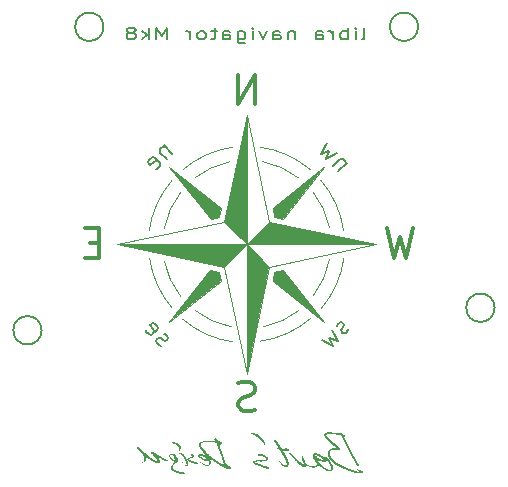
<source format=gbr>
%TF.GenerationSoftware,KiCad,Pcbnew,6.0.7-1.fc35*%
%TF.CreationDate,2022-11-04T20:07:57+01:00*%
%TF.ProjectId,Base,42617365-2e6b-4696-9361-645f70636258,rev?*%
%TF.SameCoordinates,Original*%
%TF.FileFunction,Legend,Bot*%
%TF.FilePolarity,Positive*%
%FSLAX46Y46*%
G04 Gerber Fmt 4.6, Leading zero omitted, Abs format (unit mm)*
G04 Created by KiCad (PCBNEW 6.0.7-1.fc35) date 2022-11-04 20:07:57*
%MOMM*%
%LPD*%
G01*
G04 APERTURE LIST*
%ADD10C,0.120000*%
%ADD11C,0.200000*%
%ADD12C,0.100000*%
%ADD13C,0.300000*%
%ADD14C,0.150000*%
G04 APERTURE END LIST*
D10*
X142261752Y-96150000D02*
X133161752Y-94250000D01*
X146061752Y-96150000D02*
X144161752Y-105250000D01*
X146361752Y-91200000D02*
X150711752Y-87700000D01*
X135947001Y-95394650D02*
G75*
G03*
X137861752Y-99625000I8214699J1169650D01*
G01*
X146361752Y-97350000D02*
X146461752Y-96550000D01*
X150711752Y-100800000D02*
X146361752Y-97350000D01*
X150481835Y-99670782D02*
G75*
G03*
X152411752Y-95375000I-6320135J5420782D01*
G01*
X152376502Y-93055350D02*
G75*
G03*
X150461752Y-88825000I-8214702J-1169650D01*
G01*
D11*
X126811752Y-101510000D02*
G75*
G03*
X126811752Y-101510000I-1200000J0D01*
G01*
D10*
X142992101Y-86010238D02*
G75*
G03*
X138761752Y-87925000I1169699J-8214762D01*
G01*
X138740993Y-100570055D02*
G75*
G03*
X143036752Y-102500000I5420807J6320055D01*
G01*
X151180567Y-92801259D02*
G75*
G03*
X149786752Y-89800000I-6993867J-1423741D01*
G01*
X137192936Y-95648741D02*
G75*
G03*
X138586752Y-98650000I6993864J1423741D01*
G01*
X150711752Y-87700000D02*
X147261752Y-92050000D01*
X137841670Y-88829218D02*
G75*
G03*
X135911752Y-93125000I6320130J-5420782D01*
G01*
D11*
X158691752Y-75820000D02*
G75*
G03*
X158691752Y-75820000I-1200000J0D01*
G01*
D10*
X142261752Y-96150000D02*
X144161752Y-94250000D01*
X144161752Y-83250000D02*
X146061752Y-92350000D01*
D12*
G36*
X141861752Y-96550000D02*
G01*
X141961752Y-97300000D01*
X137611752Y-100800000D01*
X141061752Y-96450000D01*
X141861752Y-96550000D01*
G37*
X141861752Y-96550000D02*
X141961752Y-97300000D01*
X137611752Y-100800000D01*
X141061752Y-96450000D01*
X141861752Y-96550000D01*
D10*
X145610499Y-101218846D02*
G75*
G03*
X148611752Y-99825000I-1423799J6993846D01*
G01*
X148585463Y-88626640D02*
G75*
G03*
X145486752Y-87225000I-4398663J-5598360D01*
G01*
X142763005Y-87231156D02*
G75*
G03*
X139761752Y-88625000I1423795J-6993844D01*
G01*
X139788039Y-99823362D02*
G75*
G03*
X142886752Y-101225000I4398661J5598362D01*
G01*
X141111752Y-92050000D02*
X141861752Y-91950000D01*
X137611752Y-87700000D02*
X141961752Y-91150000D01*
X147211752Y-96450000D02*
X150711752Y-100800000D01*
X141961752Y-97300000D02*
X137611752Y-100800000D01*
X133161752Y-94250000D02*
X142261752Y-92350000D01*
X146061752Y-96150000D02*
X144161752Y-94250000D01*
D11*
X132051752Y-75820000D02*
G75*
G03*
X132051752Y-75820000I-1200000J0D01*
G01*
D10*
X141961752Y-97300000D02*
X141861752Y-96550000D01*
X141961752Y-91150000D02*
X141861752Y-91950000D01*
X141061752Y-96450000D02*
X141861752Y-96550000D01*
X142261752Y-92350000D02*
X144161752Y-83250000D01*
X141111752Y-92050000D02*
X137611752Y-87700000D01*
X144161752Y-105250000D02*
X142261752Y-96150000D01*
X149785088Y-98623693D02*
G75*
G03*
X151186752Y-95525000I-5598288J4398693D01*
G01*
X145331397Y-102439714D02*
G75*
G03*
X149561752Y-100525000I-1169597J8214714D01*
G01*
X142261752Y-96150000D02*
X144161752Y-94250000D01*
D11*
X165161752Y-99610000D02*
G75*
G03*
X165161752Y-99610000I-1200000J0D01*
G01*
D10*
X146061752Y-96150000D02*
X144161752Y-94250000D01*
D12*
G36*
X150711752Y-100800000D02*
G01*
X146361752Y-97350000D01*
X146461752Y-96550000D01*
X147211752Y-96450000D01*
X150711752Y-100800000D01*
G37*
X150711752Y-100800000D02*
X146361752Y-97350000D01*
X146461752Y-96550000D01*
X147211752Y-96450000D01*
X150711752Y-100800000D01*
D10*
X137611752Y-100800000D02*
X141061752Y-96450000D01*
X146061752Y-92350000D02*
X144161752Y-94250000D01*
X147211752Y-96450000D02*
X146461752Y-96550000D01*
X138588416Y-89826308D02*
G75*
G03*
X137186752Y-92925000I5598284J-4398692D01*
G01*
D12*
G36*
X142261752Y-96150000D02*
G01*
X133161752Y-94250000D01*
X144161752Y-94250000D01*
X142261752Y-96150000D01*
G37*
X142261752Y-96150000D02*
X133161752Y-94250000D01*
X144161752Y-94250000D01*
X142261752Y-96150000D01*
G36*
X155161752Y-94250000D02*
G01*
X144161752Y-94250000D01*
X146061752Y-92350000D01*
X155161752Y-94250000D01*
G37*
X155161752Y-94250000D02*
X144161752Y-94250000D01*
X146061752Y-92350000D01*
X155161752Y-94250000D01*
D10*
X142261752Y-92350000D02*
X144161752Y-94250000D01*
D12*
G36*
X146061752Y-96150000D02*
G01*
X144161752Y-105250000D01*
X144161752Y-94250000D01*
X146061752Y-96150000D01*
G37*
X146061752Y-96150000D02*
X144161752Y-105250000D01*
X144161752Y-94250000D01*
X146061752Y-96150000D01*
D10*
X142261752Y-92350000D02*
X144161752Y-94250000D01*
X146061752Y-92350000D02*
X144161752Y-94250000D01*
X149582509Y-87929947D02*
G75*
G03*
X145286752Y-86000000I-5420809J-6320053D01*
G01*
D12*
G36*
X147261752Y-92050000D02*
G01*
X146461752Y-91950000D01*
X146361752Y-91200000D01*
X150711752Y-87700000D01*
X147261752Y-92050000D01*
G37*
X147261752Y-92050000D02*
X146461752Y-91950000D01*
X146361752Y-91200000D01*
X150711752Y-87700000D01*
X147261752Y-92050000D01*
D10*
X155161752Y-94250000D02*
X146061752Y-96150000D01*
D12*
G36*
X141961752Y-91150000D02*
G01*
X141861752Y-91950000D01*
X141111752Y-92050000D01*
X137611752Y-87700000D01*
X141961752Y-91150000D01*
G37*
X141961752Y-91150000D02*
X141861752Y-91950000D01*
X141111752Y-92050000D01*
X137611752Y-87700000D01*
X141961752Y-91150000D01*
G36*
X144161752Y-94250000D02*
G01*
X142261752Y-92350000D01*
X144161752Y-83250000D01*
X144161752Y-94250000D01*
G37*
X144161752Y-94250000D02*
X142261752Y-92350000D01*
X144161752Y-83250000D01*
X144161752Y-94250000D01*
D10*
X147261752Y-92050000D02*
X146461752Y-91950000D01*
X146061752Y-92350000D02*
X155161752Y-94250000D01*
X146361752Y-91200000D02*
X146461752Y-91950000D01*
D13*
X131707466Y-94081428D02*
X130874132Y-94081428D01*
X130516990Y-95390952D02*
X131707466Y-95390952D01*
X131707466Y-92890952D01*
X130516990Y-92890952D01*
D14*
X136939290Y-102811167D02*
X136787767Y-102760660D01*
X136585736Y-102558629D01*
X136535229Y-102407106D01*
X136585736Y-102255583D01*
X136636244Y-102205076D01*
X136787767Y-102154568D01*
X136939290Y-102205076D01*
X137090813Y-102356599D01*
X137242335Y-102407106D01*
X137393858Y-102356599D01*
X137444366Y-102306091D01*
X137494874Y-102154568D01*
X137444366Y-102003045D01*
X137292843Y-101851522D01*
X137141320Y-101801015D01*
X135626091Y-101497969D02*
X135676599Y-101649492D01*
X135878629Y-101851522D01*
X136030152Y-101902030D01*
X136181675Y-101851522D01*
X136585736Y-101447461D01*
X136636244Y-101295938D01*
X136585736Y-101144416D01*
X136383706Y-100942385D01*
X136232183Y-100891877D01*
X136080660Y-100942385D01*
X135979645Y-101043400D01*
X136383706Y-101649492D01*
X152646904Y-87355583D02*
X151939797Y-88062690D01*
X152545889Y-87456599D02*
X152545889Y-87355583D01*
X152495381Y-87204061D01*
X152343858Y-87052538D01*
X152192335Y-87002030D01*
X152040813Y-87052538D01*
X151485229Y-87608122D01*
X151788274Y-86496954D02*
X150879137Y-87002030D01*
X151182183Y-86294923D01*
X150475076Y-86597969D01*
X150980152Y-85688832D01*
D13*
X144886037Y-108251904D02*
X144528894Y-108370952D01*
X143933656Y-108370952D01*
X143695561Y-108251904D01*
X143576513Y-108132857D01*
X143457466Y-107894761D01*
X143457466Y-107656666D01*
X143576513Y-107418571D01*
X143695561Y-107299523D01*
X143933656Y-107180476D01*
X144409847Y-107061428D01*
X144647942Y-106942380D01*
X144766990Y-106823333D01*
X144886037Y-106585238D01*
X144886037Y-106347142D01*
X144766990Y-106109047D01*
X144647942Y-105990000D01*
X144409847Y-105870952D01*
X143814609Y-105870952D01*
X143457466Y-105990000D01*
D11*
X153933333Y-76882380D02*
X154066666Y-76834761D01*
X154133333Y-76739523D01*
X154133333Y-75882380D01*
X153400000Y-76882380D02*
X153400000Y-76215714D01*
X153400000Y-75882380D02*
X153466666Y-75930000D01*
X153400000Y-75977619D01*
X153333333Y-75930000D01*
X153400000Y-75882380D01*
X153400000Y-75977619D01*
X152733333Y-76882380D02*
X152733333Y-75882380D01*
X152733333Y-76263333D02*
X152600000Y-76215714D01*
X152333333Y-76215714D01*
X152200000Y-76263333D01*
X152133333Y-76310952D01*
X152066666Y-76406190D01*
X152066666Y-76691904D01*
X152133333Y-76787142D01*
X152200000Y-76834761D01*
X152333333Y-76882380D01*
X152600000Y-76882380D01*
X152733333Y-76834761D01*
X151466666Y-76882380D02*
X151466666Y-76215714D01*
X151466666Y-76406190D02*
X151400000Y-76310952D01*
X151333333Y-76263333D01*
X151200000Y-76215714D01*
X151066666Y-76215714D01*
X150000000Y-76882380D02*
X150000000Y-76358571D01*
X150066666Y-76263333D01*
X150200000Y-76215714D01*
X150466666Y-76215714D01*
X150600000Y-76263333D01*
X150000000Y-76834761D02*
X150133333Y-76882380D01*
X150466666Y-76882380D01*
X150600000Y-76834761D01*
X150666666Y-76739523D01*
X150666666Y-76644285D01*
X150600000Y-76549047D01*
X150466666Y-76501428D01*
X150133333Y-76501428D01*
X150000000Y-76453809D01*
X148266666Y-76215714D02*
X148266666Y-76882380D01*
X148266666Y-76310952D02*
X148200000Y-76263333D01*
X148066666Y-76215714D01*
X147866666Y-76215714D01*
X147733333Y-76263333D01*
X147666666Y-76358571D01*
X147666666Y-76882380D01*
X146400000Y-76882380D02*
X146400000Y-76358571D01*
X146466666Y-76263333D01*
X146600000Y-76215714D01*
X146866666Y-76215714D01*
X147000000Y-76263333D01*
X146400000Y-76834761D02*
X146533333Y-76882380D01*
X146866666Y-76882380D01*
X147000000Y-76834761D01*
X147066666Y-76739523D01*
X147066666Y-76644285D01*
X147000000Y-76549047D01*
X146866666Y-76501428D01*
X146533333Y-76501428D01*
X146400000Y-76453809D01*
X145866666Y-76215714D02*
X145533333Y-76882380D01*
X145200000Y-76215714D01*
X144666666Y-76882380D02*
X144666666Y-76215714D01*
X144666666Y-75882380D02*
X144733333Y-75930000D01*
X144666666Y-75977619D01*
X144600000Y-75930000D01*
X144666666Y-75882380D01*
X144666666Y-75977619D01*
X143400000Y-76215714D02*
X143400000Y-77025238D01*
X143466666Y-77120476D01*
X143533333Y-77168095D01*
X143666666Y-77215714D01*
X143866666Y-77215714D01*
X144000000Y-77168095D01*
X143400000Y-76834761D02*
X143533333Y-76882380D01*
X143800000Y-76882380D01*
X143933333Y-76834761D01*
X144000000Y-76787142D01*
X144066666Y-76691904D01*
X144066666Y-76406190D01*
X144000000Y-76310952D01*
X143933333Y-76263333D01*
X143800000Y-76215714D01*
X143533333Y-76215714D01*
X143400000Y-76263333D01*
X142133333Y-76882380D02*
X142133333Y-76358571D01*
X142200000Y-76263333D01*
X142333333Y-76215714D01*
X142600000Y-76215714D01*
X142733333Y-76263333D01*
X142133333Y-76834761D02*
X142266666Y-76882380D01*
X142600000Y-76882380D01*
X142733333Y-76834761D01*
X142800000Y-76739523D01*
X142800000Y-76644285D01*
X142733333Y-76549047D01*
X142600000Y-76501428D01*
X142266666Y-76501428D01*
X142133333Y-76453809D01*
X141666666Y-76215714D02*
X141133333Y-76215714D01*
X141466666Y-75882380D02*
X141466666Y-76739523D01*
X141400000Y-76834761D01*
X141266666Y-76882380D01*
X141133333Y-76882380D01*
X140466666Y-76882380D02*
X140600000Y-76834761D01*
X140666666Y-76787142D01*
X140733333Y-76691904D01*
X140733333Y-76406190D01*
X140666666Y-76310952D01*
X140600000Y-76263333D01*
X140466666Y-76215714D01*
X140266666Y-76215714D01*
X140133333Y-76263333D01*
X140066666Y-76310952D01*
X140000000Y-76406190D01*
X140000000Y-76691904D01*
X140066666Y-76787142D01*
X140133333Y-76834761D01*
X140266666Y-76882380D01*
X140466666Y-76882380D01*
X139400000Y-76882380D02*
X139400000Y-76215714D01*
X139400000Y-76406190D02*
X139333333Y-76310952D01*
X139266666Y-76263333D01*
X139133333Y-76215714D01*
X139000000Y-76215714D01*
X137466666Y-76882380D02*
X137466666Y-75882380D01*
X137000000Y-76596666D01*
X136533333Y-75882380D01*
X136533333Y-76882380D01*
X135866666Y-76882380D02*
X135866666Y-75882380D01*
X135733333Y-76501428D02*
X135333333Y-76882380D01*
X135333333Y-76215714D02*
X135866666Y-76596666D01*
X134533333Y-76310952D02*
X134666666Y-76263333D01*
X134733333Y-76215714D01*
X134800000Y-76120476D01*
X134800000Y-76072857D01*
X134733333Y-75977619D01*
X134666666Y-75930000D01*
X134533333Y-75882380D01*
X134266666Y-75882380D01*
X134133333Y-75930000D01*
X134066666Y-75977619D01*
X134000000Y-76072857D01*
X134000000Y-76120476D01*
X134066666Y-76215714D01*
X134133333Y-76263333D01*
X134266666Y-76310952D01*
X134533333Y-76310952D01*
X134666666Y-76358571D01*
X134733333Y-76406190D01*
X134800000Y-76501428D01*
X134800000Y-76691904D01*
X134733333Y-76787142D01*
X134666666Y-76834761D01*
X134533333Y-76882380D01*
X134266666Y-76882380D01*
X134133333Y-76834761D01*
X134066666Y-76787142D01*
X134000000Y-76691904D01*
X134000000Y-76501428D01*
X134066666Y-76406190D01*
X134133333Y-76358571D01*
X134266666Y-76310952D01*
D14*
X152823935Y-101371446D02*
X152773427Y-101522969D01*
X152571396Y-101725000D01*
X152419874Y-101775507D01*
X152268351Y-101724999D01*
X152217843Y-101674492D01*
X152167335Y-101522969D01*
X152217843Y-101371446D01*
X152369366Y-101219923D01*
X152419874Y-101068400D01*
X152369366Y-100916877D01*
X152318858Y-100866370D01*
X152167335Y-100815862D01*
X152015813Y-100866370D01*
X151864290Y-101017893D01*
X151813782Y-101169416D01*
X151359213Y-101522969D02*
X151864290Y-102432106D01*
X151157183Y-102129061D01*
X151460229Y-102836167D01*
X150551091Y-102331091D01*
D13*
X144876037Y-82380952D02*
X144876037Y-79880952D01*
X143447466Y-82380952D01*
X143447466Y-79880952D01*
X158223180Y-92870952D02*
X157627942Y-95370952D01*
X157151752Y-93585238D01*
X156675561Y-95370952D01*
X156080323Y-92870952D01*
D14*
X137166320Y-85865862D02*
X137873427Y-86572969D01*
X137267335Y-85966877D02*
X137166320Y-85966877D01*
X137014797Y-86017385D01*
X136863274Y-86168908D01*
X136812767Y-86320431D01*
X136863274Y-86471954D01*
X137418858Y-87027538D01*
X136459213Y-87886167D02*
X136610736Y-87835660D01*
X136812767Y-87633629D01*
X136863274Y-87482106D01*
X136812767Y-87330583D01*
X136408706Y-86926522D01*
X136257183Y-86876015D01*
X136105660Y-86926522D01*
X135903629Y-87128553D01*
X135853122Y-87280076D01*
X135903629Y-87431599D01*
X136004645Y-87532614D01*
X136610736Y-87128553D01*
%TO.C,G\u002A\u002A\u002A*%
G36*
X151013646Y-110323904D02*
G01*
X151008969Y-110328582D01*
X151004291Y-110323904D01*
X151008969Y-110319226D01*
X151013646Y-110323904D01*
G37*
G36*
X153826513Y-113624812D02*
G01*
X153827977Y-113627626D01*
X153820276Y-113631049D01*
X153815323Y-113630374D01*
X153814039Y-113624812D01*
X153815410Y-113623693D01*
X153826513Y-113624812D01*
G37*
G36*
X138701897Y-112662762D02*
G01*
X138697219Y-112667440D01*
X138692541Y-112662762D01*
X138697219Y-112658084D01*
X138701897Y-112662762D01*
G37*
G36*
X138882205Y-112851786D02*
G01*
X138889005Y-112864456D01*
X138888738Y-112866545D01*
X138879650Y-112873259D01*
X138875179Y-112871474D01*
X138870295Y-112858674D01*
X138871641Y-112851992D01*
X138879650Y-112849871D01*
X138882205Y-112851786D01*
G37*
G36*
X150664377Y-112689269D02*
G01*
X150665840Y-112692083D01*
X150658140Y-112695506D01*
X150653187Y-112694831D01*
X150651903Y-112689269D01*
X150653274Y-112688150D01*
X150664377Y-112689269D01*
G37*
G36*
X138336234Y-112534231D02*
G01*
X138341568Y-112567708D01*
X138350177Y-112593621D01*
X138352140Y-112597665D01*
X138359527Y-112620741D01*
X138354923Y-112635688D01*
X138350674Y-112642973D01*
X138350604Y-112657333D01*
X138352355Y-112661205D01*
X138348316Y-112676395D01*
X138329397Y-112690692D01*
X138298608Y-112702377D01*
X138258955Y-112709730D01*
X138233828Y-112713203D01*
X138205401Y-112720430D01*
X138192989Y-112729112D01*
X138183321Y-112737273D01*
X138159638Y-112736273D01*
X138149467Y-112734549D01*
X138134984Y-112735862D01*
X138131215Y-112746344D01*
X138129852Y-112754031D01*
X138122713Y-112756843D01*
X138115478Y-112757873D01*
X138100691Y-112769360D01*
X138084368Y-112787539D01*
X138071163Y-112807047D01*
X138065727Y-112822522D01*
X138064444Y-112828375D01*
X138053196Y-112835838D01*
X138042048Y-112841864D01*
X138030092Y-112859042D01*
X138020105Y-112873525D01*
X138006090Y-112877093D01*
X138004635Y-112876620D01*
X137993746Y-112881269D01*
X137985942Y-112903004D01*
X137983819Y-112911604D01*
X137973879Y-112940696D01*
X137960617Y-112970455D01*
X137946449Y-112996314D01*
X137933792Y-113013706D01*
X137925063Y-113018063D01*
X137923745Y-113017885D01*
X137919630Y-113028369D01*
X137916979Y-113054835D01*
X137916040Y-113095158D01*
X137916045Y-113099972D01*
X137916829Y-113140047D01*
X137919466Y-113166044D01*
X137924698Y-113182156D01*
X137933266Y-113192579D01*
X137945254Y-113203943D01*
X137963813Y-113225063D01*
X137992366Y-113251991D01*
X138039618Y-113276460D01*
X138058218Y-113287934D01*
X138070653Y-113304391D01*
X138075844Y-113314615D01*
X138087407Y-113322638D01*
X138091481Y-113323321D01*
X138110575Y-113329867D01*
X138135893Y-113341031D01*
X138145875Y-113345691D01*
X138169481Y-113355407D01*
X138183864Y-113359424D01*
X138190900Y-113361520D01*
X138205560Y-113373174D01*
X138219984Y-113383705D01*
X138243481Y-113392486D01*
X138264311Y-113399893D01*
X138281316Y-113411695D01*
X138288384Y-113418314D01*
X138298781Y-113421066D01*
X138303796Y-113420246D01*
X138318771Y-113425704D01*
X138319660Y-113426271D01*
X138326657Y-113432804D01*
X138315985Y-113434442D01*
X138307328Y-113436130D01*
X138299613Y-113445173D01*
X138299748Y-113446353D01*
X138310536Y-113451933D01*
X138338357Y-113450563D01*
X138339820Y-113450377D01*
X138382892Y-113451355D01*
X138434251Y-113462553D01*
X138461278Y-113470342D01*
X138497079Y-113479785D01*
X138524144Y-113485942D01*
X138535718Y-113488359D01*
X138571572Y-113498015D01*
X138606496Y-113509980D01*
X138634712Y-113522131D01*
X138650442Y-113532346D01*
X138654614Y-113535995D01*
X138676128Y-113546753D01*
X138705046Y-113555746D01*
X138733303Y-113560811D01*
X138752832Y-113559789D01*
X138759248Y-113555674D01*
X138764835Y-113542507D01*
X138760735Y-113530017D01*
X138748118Y-113526469D01*
X138748059Y-113526482D01*
X138739862Y-113526160D01*
X138744193Y-113520341D01*
X138757054Y-113512261D01*
X138774447Y-113505157D01*
X138790081Y-113503336D01*
X138801178Y-113513467D01*
X138804853Y-113518805D01*
X138822386Y-113532640D01*
X138847909Y-113546330D01*
X138860875Y-113552788D01*
X138881084Y-113566856D01*
X138889005Y-113578853D01*
X138894718Y-113592232D01*
X138910905Y-113607545D01*
X138922730Y-113617017D01*
X138929085Y-113631986D01*
X138927094Y-113656877D01*
X138925852Y-113663674D01*
X138917810Y-113685315D01*
X138904802Y-113691942D01*
X138895685Y-113693633D01*
X138880262Y-113704902D01*
X138871594Y-113711977D01*
X138848483Y-113711802D01*
X138831206Y-113710216D01*
X138818861Y-113715214D01*
X138814922Y-113719241D01*
X138799812Y-113724160D01*
X138784034Y-113722575D01*
X138776740Y-113714618D01*
X138773105Y-113709680D01*
X138758066Y-113710559D01*
X138750030Y-113712141D01*
X138729570Y-113710855D01*
X138699112Y-113703391D01*
X138655120Y-113689008D01*
X138648351Y-113686722D01*
X138636409Y-113683169D01*
X138633444Y-113682117D01*
X138620037Y-113674792D01*
X138614356Y-113672186D01*
X138599651Y-113672738D01*
X138598298Y-113673353D01*
X138582597Y-113673603D01*
X138558811Y-113669216D01*
X138533589Y-113662035D01*
X138513580Y-113653899D01*
X138505433Y-113646650D01*
X138505422Y-113646412D01*
X138497037Y-113642188D01*
X138477729Y-113643607D01*
X138456587Y-113644869D01*
X138444433Y-113640098D01*
X138438940Y-113635374D01*
X138421461Y-113631049D01*
X138411611Y-113629380D01*
X138400516Y-113620350D01*
X138392906Y-113613146D01*
X138374009Y-113608075D01*
X138355853Y-113605819D01*
X138327679Y-113599736D01*
X138323834Y-113598624D01*
X138297145Y-113590924D01*
X138266869Y-113582201D01*
X138262090Y-113580749D01*
X138230291Y-113568239D01*
X138203666Y-113553787D01*
X138202869Y-113553249D01*
X138180239Y-113542145D01*
X138161566Y-113539421D01*
X138156507Y-113539448D01*
X138134319Y-113533213D01*
X138102137Y-113519489D01*
X138064026Y-113500273D01*
X138024055Y-113477562D01*
X137986289Y-113453353D01*
X137970387Y-113442932D01*
X137948055Y-113430200D01*
X137934856Y-113425230D01*
X137921507Y-113420664D01*
X137899037Y-113405120D01*
X137874609Y-113383001D01*
X137853279Y-113358976D01*
X137840100Y-113337712D01*
X137825999Y-113312141D01*
X137807183Y-113289576D01*
X137790227Y-113270634D01*
X137778065Y-113244272D01*
X137772139Y-113208394D01*
X137771244Y-113158600D01*
X137773284Y-113113212D01*
X137778919Y-113068584D01*
X137787808Y-113041453D01*
X137799841Y-113032302D01*
X137807245Y-113029323D01*
X137813131Y-113014853D01*
X137817771Y-112996997D01*
X137830415Y-112975092D01*
X137843186Y-112954129D01*
X137854410Y-112925346D01*
X137859276Y-112913046D01*
X137875668Y-112887101D01*
X137897857Y-112861175D01*
X137912571Y-112845366D01*
X137926438Y-112827044D01*
X137929908Y-112816860D01*
X137929411Y-112810615D01*
X137937756Y-112796748D01*
X137943936Y-112788437D01*
X137946886Y-112774009D01*
X137947470Y-112766202D01*
X137957828Y-112751897D01*
X137965570Y-112743420D01*
X137972173Y-112727105D01*
X137973038Y-112721708D01*
X137981528Y-112714217D01*
X137986508Y-112711738D01*
X137991181Y-112697845D01*
X137994153Y-112684287D01*
X138005215Y-112663313D01*
X138016523Y-112643224D01*
X138017066Y-112626926D01*
X138004917Y-112620663D01*
X137998373Y-112619033D01*
X137990884Y-112606630D01*
X137984934Y-112596692D01*
X137962524Y-112592596D01*
X137941555Y-112589020D01*
X137928872Y-112578806D01*
X137922015Y-112569824D01*
X137903152Y-112550853D01*
X137875633Y-112525645D01*
X137842628Y-112497203D01*
X137813909Y-112472796D01*
X137785988Y-112448263D01*
X137766403Y-112430103D01*
X137758210Y-112421074D01*
X137749223Y-112409516D01*
X137732483Y-112393404D01*
X137732445Y-112393371D01*
X137716748Y-112376089D01*
X137710221Y-112361701D01*
X137709448Y-112356801D01*
X137700865Y-112349355D01*
X137696562Y-112347772D01*
X137691510Y-112335322D01*
X137688037Y-112327138D01*
X137672799Y-112321289D01*
X137659887Y-112317641D01*
X137654088Y-112300976D01*
X137653896Y-112297270D01*
X137645443Y-112273778D01*
X137628686Y-112254464D01*
X137609448Y-112246445D01*
X137601457Y-112243375D01*
X137600664Y-112227744D01*
X137602122Y-112216006D01*
X137598171Y-112204479D01*
X137596385Y-112202985D01*
X137589071Y-112186149D01*
X137584731Y-112158424D01*
X137583646Y-112126177D01*
X137585144Y-112107612D01*
X137691618Y-112107612D01*
X137692849Y-112137079D01*
X137697359Y-112166341D01*
X137704825Y-112188924D01*
X137713554Y-112202159D01*
X137734603Y-112226770D01*
X137760159Y-112251608D01*
X137784359Y-112272962D01*
X137818742Y-112303851D01*
X137844713Y-112328248D01*
X137866045Y-112349748D01*
X137886509Y-112371941D01*
X137896673Y-112382446D01*
X137916948Y-112398226D01*
X137930947Y-112401769D01*
X137937666Y-112401002D01*
X137945276Y-112410459D01*
X137945852Y-112416017D01*
X137948784Y-112433554D01*
X137948952Y-112434236D01*
X137952293Y-112452265D01*
X137955437Y-112457207D01*
X137970091Y-112461620D01*
X137986204Y-112465291D01*
X138008118Y-112476608D01*
X138024371Y-112485349D01*
X138035168Y-112485943D01*
X138042310Y-112485629D01*
X138056796Y-112494748D01*
X138062557Y-112499765D01*
X138072306Y-112504228D01*
X138078198Y-112495061D01*
X138079668Y-112487835D01*
X138080290Y-112464136D01*
X138078078Y-112434072D01*
X138075758Y-112418170D01*
X138068022Y-112392862D01*
X138056082Y-112382007D01*
X138049076Y-112376479D01*
X138039912Y-112358571D01*
X138034142Y-112335698D01*
X138033350Y-112315130D01*
X138039119Y-112304137D01*
X138042307Y-112301744D01*
X138047016Y-112287765D01*
X138047943Y-112282032D01*
X138056372Y-112274512D01*
X138059463Y-112275127D01*
X138065727Y-112285426D01*
X138066221Y-112289193D01*
X138071918Y-112290151D01*
X138074097Y-112278969D01*
X138069317Y-112256124D01*
X138058870Y-112227986D01*
X138044916Y-112200252D01*
X138029615Y-112178618D01*
X138026528Y-112175380D01*
X138006662Y-112159397D01*
X137990134Y-112152891D01*
X137981640Y-112151088D01*
X137968790Y-112138858D01*
X137964770Y-112132379D01*
X137949910Y-112124825D01*
X137946089Y-112123997D01*
X137929729Y-112113373D01*
X137910799Y-112094420D01*
X137885183Y-112064014D01*
X137795907Y-112066910D01*
X137773420Y-112067780D01*
X137737470Y-112069820D01*
X137711179Y-112072171D01*
X137699071Y-112074479D01*
X137693995Y-112084416D01*
X137691618Y-112107612D01*
X137585144Y-112107612D01*
X137586099Y-112095778D01*
X137592372Y-112073594D01*
X137600328Y-112060105D01*
X137619783Y-112033913D01*
X137641950Y-112009519D01*
X137662467Y-111991515D01*
X137676975Y-111984493D01*
X137677152Y-111984491D01*
X137692617Y-111978907D01*
X137712774Y-111965782D01*
X137725098Y-111957749D01*
X137740775Y-111952244D01*
X137763367Y-111949000D01*
X137796803Y-111947461D01*
X137845011Y-111947072D01*
X137851013Y-111947075D01*
X137896847Y-111947501D01*
X137928131Y-111949033D01*
X137948615Y-111952223D01*
X137962046Y-111957622D01*
X137972173Y-111965782D01*
X137989324Y-111978126D01*
X138010108Y-111984493D01*
X138037615Y-111990067D01*
X138072132Y-112004473D01*
X138106550Y-112024203D01*
X138133783Y-112045745D01*
X138150391Y-112065496D01*
X138173842Y-112099588D01*
X138198394Y-112140094D01*
X138220991Y-112181649D01*
X138238578Y-112218888D01*
X138248098Y-112246445D01*
X138249208Y-112251420D01*
X138262092Y-112291244D01*
X138278797Y-112320037D01*
X138297172Y-112333961D01*
X138297260Y-112333985D01*
X138318016Y-112339098D01*
X138344711Y-112344867D01*
X138350471Y-112346137D01*
X138368433Y-112353801D01*
X138370439Y-112365042D01*
X138367860Y-112374012D01*
X138365101Y-112396897D01*
X138362813Y-112407083D01*
X138352237Y-112414843D01*
X138346585Y-112417872D01*
X138339352Y-112435008D01*
X138335180Y-112463220D01*
X138335152Y-112464136D01*
X138334123Y-112497848D01*
X138336234Y-112534231D01*
G37*
G36*
X140198326Y-112630157D02*
G01*
X140214405Y-112635088D01*
X140215856Y-112643636D01*
X140201105Y-112651075D01*
X140198906Y-112651543D01*
X140178058Y-112650917D01*
X140170700Y-112638821D01*
X140176504Y-112633033D01*
X140194088Y-112630018D01*
X140198326Y-112630157D01*
G37*
G36*
X138811043Y-112764113D02*
G01*
X138812507Y-112766927D01*
X138804806Y-112770350D01*
X138799854Y-112769674D01*
X138798570Y-112764113D01*
X138799941Y-112762993D01*
X138811043Y-112764113D01*
G37*
G36*
X138832873Y-113504751D02*
G01*
X138828195Y-113509429D01*
X138823517Y-113504751D01*
X138828195Y-113500073D01*
X138832873Y-113504751D01*
G37*
G36*
X142004364Y-111147011D02*
G01*
X142000496Y-111159734D01*
X141984653Y-111183250D01*
X141960035Y-111209834D01*
X141955656Y-111213555D01*
X141930389Y-111235023D01*
X141921845Y-111241496D01*
X141903555Y-111258009D01*
X141893523Y-111275406D01*
X141889297Y-111299620D01*
X141888424Y-111336588D01*
X141889050Y-111357078D01*
X141893977Y-111383066D01*
X141904810Y-111397655D01*
X141914483Y-111407121D01*
X141923437Y-111424819D01*
X141926091Y-111434226D01*
X141937271Y-111453977D01*
X141941555Y-111461606D01*
X141949118Y-111485623D01*
X141954583Y-111516124D01*
X141956801Y-111531477D01*
X141965163Y-111559604D01*
X141978469Y-111574016D01*
X141990610Y-111585166D01*
X141991109Y-111605831D01*
X141990904Y-111630943D01*
X142001311Y-111664367D01*
X142020488Y-111695522D01*
X142030432Y-111715137D01*
X142036896Y-111741442D01*
X142037084Y-111742845D01*
X142043215Y-111765846D01*
X142052146Y-111779294D01*
X142057043Y-111786450D01*
X142063511Y-111808323D01*
X142067795Y-111838189D01*
X142068042Y-111841017D01*
X142075701Y-111882050D01*
X142089686Y-111905988D01*
X142100736Y-111921494D01*
X142107274Y-111946543D01*
X142107714Y-111952658D01*
X142114316Y-111979335D01*
X142126322Y-112008243D01*
X142130214Y-112016539D01*
X142140062Y-112047193D01*
X142142694Y-112073355D01*
X142142621Y-112074143D01*
X142144006Y-112095019D01*
X142154051Y-112101421D01*
X142155485Y-112101555D01*
X142167279Y-112112132D01*
X142176751Y-112136519D01*
X142178564Y-112143273D01*
X142186196Y-112163472D01*
X142193123Y-112171602D01*
X142197508Y-112174850D01*
X142200829Y-112189761D01*
X142202325Y-112200506D01*
X142210184Y-112213701D01*
X142216008Y-112222177D01*
X142219539Y-112241768D01*
X142221587Y-112256906D01*
X142228895Y-112269834D01*
X142229345Y-112270148D01*
X142235650Y-112283501D01*
X142238250Y-112306249D01*
X142238256Y-112307608D01*
X142240182Y-112330258D01*
X142244511Y-112343142D01*
X142245497Y-112344492D01*
X142250412Y-112360012D01*
X142254158Y-112384462D01*
X142254337Y-112386130D01*
X142262368Y-112417694D01*
X142276181Y-112445163D01*
X142290548Y-112470995D01*
X142300780Y-112501295D01*
X142308257Y-112527738D01*
X142318582Y-112550497D01*
X142320385Y-112553638D01*
X142329774Y-112577491D01*
X142337010Y-112606630D01*
X142338400Y-112613957D01*
X142344618Y-112638743D01*
X142350655Y-112653407D01*
X142350733Y-112653511D01*
X142356908Y-112667440D01*
X142357554Y-112668897D01*
X142364070Y-112692521D01*
X142372462Y-112716719D01*
X142383861Y-112733427D01*
X142390561Y-112741142D01*
X142397293Y-112760638D01*
X142402918Y-112773782D01*
X142419870Y-112786988D01*
X142435655Y-112797829D01*
X142448271Y-112815626D01*
X142455810Y-112827638D01*
X142474810Y-112839613D01*
X142487374Y-112845220D01*
X142509430Y-112860016D01*
X142531882Y-112878744D01*
X142549320Y-112896769D01*
X142556335Y-112909458D01*
X142558894Y-112914813D01*
X142572707Y-112923367D01*
X142595268Y-112933108D01*
X142623520Y-112949232D01*
X142647832Y-112966511D01*
X142661580Y-112980674D01*
X142667128Y-112987618D01*
X142682468Y-112994880D01*
X142691147Y-112998425D01*
X142701344Y-113013591D01*
X142707287Y-113024514D01*
X142720356Y-113032302D01*
X142730297Y-113036124D01*
X142732820Y-113038981D01*
X142743444Y-113051013D01*
X142751604Y-113062398D01*
X142763408Y-113069723D01*
X142775122Y-113075957D01*
X142795267Y-113093818D01*
X142820039Y-113119931D01*
X142845988Y-113150904D01*
X142855944Y-113166822D01*
X142858347Y-113184991D01*
X142853146Y-113212392D01*
X142850956Y-113220440D01*
X142840163Y-113250450D01*
X142828413Y-113272910D01*
X142823761Y-113278829D01*
X142813542Y-113286743D01*
X142797709Y-113291269D01*
X142771899Y-113293358D01*
X142731749Y-113293960D01*
X142723918Y-113293965D01*
X142682128Y-113292742D01*
X142657783Y-113289243D01*
X142649889Y-113283339D01*
X142649430Y-113279576D01*
X142644023Y-113278290D01*
X142642515Y-113279099D01*
X142627965Y-113277920D01*
X142605459Y-113270494D01*
X142603379Y-113269647D01*
X142573134Y-113260568D01*
X142545526Y-113256832D01*
X142532817Y-113255297D01*
X142503500Y-113246834D01*
X142472136Y-113233444D01*
X142453160Y-113224242D01*
X142429345Y-113214027D01*
X142415906Y-113210055D01*
X142414372Y-113209854D01*
X142399815Y-113202129D01*
X142380608Y-113186666D01*
X142377778Y-113184132D01*
X142356457Y-113169324D01*
X142338917Y-113163278D01*
X142330176Y-113161841D01*
X142322449Y-113153922D01*
X142319242Y-113148614D01*
X142304407Y-113144567D01*
X142291301Y-113141833D01*
X142271422Y-113129625D01*
X142259889Y-113121520D01*
X142244449Y-113119300D01*
X142229367Y-113117453D01*
X142209607Y-113106384D01*
X142191333Y-113093995D01*
X142179111Y-113088642D01*
X142171211Y-113085310D01*
X142156140Y-113073148D01*
X142145271Y-113064918D01*
X142137317Y-113068470D01*
X142132516Y-113076280D01*
X142122098Y-113077608D01*
X142116630Y-113065046D01*
X142115145Y-113058526D01*
X142103742Y-113051013D01*
X142095024Y-113048805D01*
X142079090Y-113036837D01*
X142070475Y-113029186D01*
X142047987Y-113014100D01*
X142019473Y-112998078D01*
X142016747Y-112996676D01*
X142385973Y-112996676D01*
X142386056Y-113005654D01*
X142400028Y-113016084D01*
X142420615Y-113026137D01*
X142448748Y-113034288D01*
X142471901Y-113039294D01*
X142493186Y-113046013D01*
X142504427Y-113048381D01*
X142509558Y-113038981D01*
X142508285Y-113032488D01*
X142496407Y-113019902D01*
X142496382Y-113019892D01*
X142485255Y-113007886D01*
X142476953Y-112986157D01*
X142476710Y-112985079D01*
X142469786Y-112965535D01*
X142462037Y-112957458D01*
X142458082Y-112955881D01*
X142453425Y-112943425D01*
X142449952Y-112935242D01*
X142434714Y-112929392D01*
X142423393Y-112932048D01*
X142420969Y-112936736D01*
X142416004Y-112946339D01*
X142411294Y-112962708D01*
X142397689Y-112982944D01*
X142385973Y-112996676D01*
X142016747Y-112996676D01*
X142000040Y-112988082D01*
X141969369Y-112972261D01*
X141946877Y-112960605D01*
X141927397Y-112948435D01*
X141910649Y-112933876D01*
X141903110Y-112926460D01*
X141890330Y-112920037D01*
X141887136Y-112919270D01*
X141871087Y-112910653D01*
X141849376Y-112895538D01*
X141840122Y-112888795D01*
X141823742Y-112878947D01*
X141817256Y-112878457D01*
X141817227Y-112878821D01*
X141810701Y-112877864D01*
X141796206Y-112866733D01*
X141787934Y-112859487D01*
X141757001Y-112835983D01*
X141725455Y-112816364D01*
X141698193Y-112803443D01*
X141680113Y-112800033D01*
X141676255Y-112800157D01*
X141657108Y-112792254D01*
X141635022Y-112774023D01*
X141629072Y-112768257D01*
X141603853Y-112749302D01*
X141580649Y-112738575D01*
X141563696Y-112731865D01*
X141559496Y-112724358D01*
X141560497Y-112721959D01*
X141555591Y-112709763D01*
X141539281Y-112698672D01*
X141517205Y-112692883D01*
X141503690Y-112688484D01*
X141491909Y-112674435D01*
X141486952Y-112665107D01*
X141471773Y-112662550D01*
X141461801Y-112661091D01*
X141442136Y-112650314D01*
X141420654Y-112633821D01*
X141403361Y-112616371D01*
X141396261Y-112602721D01*
X141395843Y-112601552D01*
X141384892Y-112593785D01*
X141363731Y-112584592D01*
X141349442Y-112577868D01*
X141320450Y-112558988D01*
X141292498Y-112535644D01*
X141276668Y-112521337D01*
X141253253Y-112505815D01*
X141236152Y-112504058D01*
X141224445Y-112505385D01*
X141218508Y-112495477D01*
X141218485Y-112494741D01*
X141211538Y-112477800D01*
X141196211Y-112457587D01*
X141178311Y-112440654D01*
X141163642Y-112433554D01*
X141158740Y-112431960D01*
X141153020Y-112419521D01*
X141152114Y-112413135D01*
X141145530Y-112407827D01*
X141142369Y-112408393D01*
X141122381Y-112404585D01*
X141097871Y-112393533D01*
X141076386Y-112379216D01*
X141065469Y-112365612D01*
X141060396Y-112355631D01*
X141048974Y-112351293D01*
X141037267Y-112349742D01*
X141020290Y-112338246D01*
X141005565Y-112327650D01*
X140984622Y-112321289D01*
X140973711Y-112318684D01*
X140965911Y-112307256D01*
X140964081Y-112300469D01*
X140951326Y-112293223D01*
X140944598Y-112292084D01*
X140941750Y-112285117D01*
X140940283Y-112275289D01*
X140928269Y-112260279D01*
X140917119Y-112250703D01*
X140910821Y-112249857D01*
X140909779Y-112263154D01*
X140908077Y-112275448D01*
X140900423Y-112288545D01*
X140896556Y-112289903D01*
X140891068Y-112282860D01*
X140890656Y-112278681D01*
X140886170Y-112276291D01*
X140885267Y-112277335D01*
X140884417Y-112290323D01*
X140893219Y-112302759D01*
X140905739Y-112305717D01*
X140907198Y-112305326D01*
X140922344Y-112310344D01*
X140940047Y-112326584D01*
X140948626Y-112336763D01*
X140971597Y-112362713D01*
X140996317Y-112389444D01*
X141009575Y-112404649D01*
X141025277Y-112427214D01*
X141028574Y-112435720D01*
X141031399Y-112443009D01*
X141033354Y-112452187D01*
X141033428Y-112452265D01*
X141045433Y-112465003D01*
X141051940Y-112468872D01*
X141058363Y-112480331D01*
X141059509Y-112482376D01*
X141060033Y-112485328D01*
X141068897Y-112501834D01*
X141085237Y-112522431D01*
X141107131Y-112552171D01*
X141128223Y-112605661D01*
X141133300Y-112665809D01*
X141132831Y-112680088D01*
X141133588Y-112705409D01*
X141136313Y-112719390D01*
X141137856Y-112726388D01*
X141137232Y-112748616D01*
X141133587Y-112778521D01*
X141127980Y-112809613D01*
X141121469Y-112835404D01*
X141115112Y-112849403D01*
X141110977Y-112855427D01*
X141106243Y-112874500D01*
X141103124Y-112884618D01*
X141088396Y-112896374D01*
X141077966Y-112901599D01*
X141065248Y-112915855D01*
X141057317Y-112926441D01*
X141038656Y-112938865D01*
X141023175Y-112945994D01*
X141003333Y-112956352D01*
X140990152Y-112963266D01*
X140961854Y-112975485D01*
X140919134Y-112991879D01*
X140911759Y-112993953D01*
X140882796Y-112997435D01*
X140843532Y-112998396D01*
X140798801Y-112997137D01*
X140753435Y-112993957D01*
X140712268Y-112989158D01*
X140680132Y-112983038D01*
X140661860Y-112975899D01*
X140650795Y-112970625D01*
X140629116Y-112965388D01*
X140625695Y-112964717D01*
X140602210Y-112954414D01*
X140578243Y-112937077D01*
X140571443Y-112931517D01*
X140541248Y-112913714D01*
X140508202Y-112901302D01*
X140496023Y-112897944D01*
X140469268Y-112888520D01*
X140452558Y-112879725D01*
X140444796Y-112874265D01*
X140429045Y-112867809D01*
X140418196Y-112866685D01*
X140401203Y-112863994D01*
X140397534Y-112859700D01*
X140403359Y-112851349D01*
X140409202Y-112840442D01*
X140402773Y-112830093D01*
X140379638Y-112826482D01*
X140365724Y-112823804D01*
X140357808Y-112811435D01*
X140357846Y-112809908D01*
X140363391Y-112800728D01*
X140381197Y-112802258D01*
X140396894Y-112803894D01*
X140404585Y-112798594D01*
X140399397Y-112792080D01*
X140377974Y-112787831D01*
X140341653Y-112788666D01*
X140333491Y-112788292D01*
X140308018Y-112778755D01*
X140282468Y-112760589D01*
X140262781Y-112738647D01*
X140254899Y-112717784D01*
X140252700Y-112703477D01*
X140245543Y-112695506D01*
X140239345Y-112689508D01*
X140236188Y-112671753D01*
X140236188Y-112648000D01*
X140256909Y-112667305D01*
X140274901Y-112679505D01*
X140289653Y-112681996D01*
X140294957Y-112680819D01*
X140301676Y-112685701D01*
X140301681Y-112685863D01*
X140310097Y-112693479D01*
X140329730Y-112700181D01*
X140352122Y-112708638D01*
X140369633Y-112721974D01*
X140379322Y-112732453D01*
X140400050Y-112748429D01*
X140411122Y-112757147D01*
X140416600Y-112768520D01*
X140419146Y-112773137D01*
X140432972Y-112772977D01*
X140445663Y-112772402D01*
X140451363Y-112783523D01*
X140455196Y-112792627D01*
X140471222Y-112805435D01*
X140492545Y-112813873D01*
X140511251Y-112813925D01*
X140512282Y-112813649D01*
X140527906Y-112816436D01*
X140549595Y-112826516D01*
X140553155Y-112828527D01*
X140582993Y-112842644D01*
X140615083Y-112854633D01*
X140622870Y-112857181D01*
X140648041Y-112866909D01*
X140663722Y-112875228D01*
X140666223Y-112876727D01*
X140685373Y-112881055D01*
X140711906Y-112881445D01*
X140718274Y-112881137D01*
X140744462Y-112882883D01*
X140761499Y-112888617D01*
X140778198Y-112895116D01*
X140808550Y-112899067D01*
X140844942Y-112899476D01*
X140880858Y-112896304D01*
X140909779Y-112889513D01*
X140933135Y-112880567D01*
X140960301Y-112867472D01*
X140975652Y-112853077D01*
X140982983Y-112833090D01*
X140986087Y-112803219D01*
X140986996Y-112781834D01*
X140986652Y-112760058D01*
X140984622Y-112751626D01*
X140983177Y-112749523D01*
X140980859Y-112734159D01*
X140979945Y-112708785D01*
X140976402Y-112674697D01*
X140964934Y-112654955D01*
X140954804Y-112644398D01*
X140943161Y-112622674D01*
X140933583Y-112602908D01*
X140915811Y-112581834D01*
X140894938Y-112565969D01*
X140874848Y-112557504D01*
X140859428Y-112558633D01*
X140852561Y-112571547D01*
X140852243Y-112575972D01*
X140850676Y-112582397D01*
X140847061Y-112570841D01*
X140843942Y-112561078D01*
X140837824Y-112559344D01*
X140824071Y-112570574D01*
X140822396Y-112571991D01*
X140799440Y-112584853D01*
X140766395Y-112597274D01*
X140730851Y-112606779D01*
X140700396Y-112610894D01*
X140686812Y-112607943D01*
X140660329Y-112597999D01*
X140626182Y-112583015D01*
X140588519Y-112565047D01*
X140551490Y-112546151D01*
X140519242Y-112528385D01*
X140495925Y-112513805D01*
X140485688Y-112504467D01*
X140474111Y-112493576D01*
X140452641Y-112485290D01*
X140430351Y-112477386D01*
X140427572Y-112475465D01*
X140780802Y-112475465D01*
X140781921Y-112486568D01*
X140784735Y-112488032D01*
X140788158Y-112480331D01*
X140787483Y-112475378D01*
X140781921Y-112474094D01*
X140780802Y-112475465D01*
X140427572Y-112475465D01*
X140413442Y-112465697D01*
X140405859Y-112458917D01*
X140388081Y-112452265D01*
X140741381Y-112452265D01*
X140741762Y-112454829D01*
X140751289Y-112461620D01*
X140754672Y-112460886D01*
X140755414Y-112452265D01*
X140753494Y-112449465D01*
X140745507Y-112442909D01*
X140744573Y-112443153D01*
X140741381Y-112452265D01*
X140388081Y-112452265D01*
X140385599Y-112451960D01*
X140368608Y-112443333D01*
X140348728Y-112426537D01*
X140322722Y-112402379D01*
X140294888Y-112380463D01*
X140270528Y-112364735D01*
X140254524Y-112358711D01*
X140241632Y-112354349D01*
X140219342Y-112341901D01*
X140193281Y-112324819D01*
X140168447Y-112306588D01*
X140149844Y-112290692D01*
X140142472Y-112280619D01*
X140136518Y-112267515D01*
X140120689Y-112249639D01*
X140101674Y-112234267D01*
X140086214Y-112227734D01*
X140084478Y-112227644D01*
X140067626Y-112217764D01*
X140054707Y-112195737D01*
X140049377Y-112167539D01*
X140052866Y-112141934D01*
X140057371Y-112130026D01*
X140186817Y-112130026D01*
X140198299Y-112143068D01*
X140214185Y-112161075D01*
X140232253Y-112185456D01*
X140232792Y-112186260D01*
X140253301Y-112206986D01*
X140279655Y-112223026D01*
X140301958Y-112236462D01*
X140311031Y-112254322D01*
X140312834Y-112264173D01*
X140328339Y-112278799D01*
X140358573Y-112283867D01*
X140368720Y-112285093D01*
X140376771Y-112290884D01*
X140378669Y-112294171D01*
X140392124Y-112305874D01*
X140414193Y-112320831D01*
X140420333Y-112324755D01*
X140443928Y-112345220D01*
X140451363Y-112365269D01*
X140452951Y-112378943D01*
X140461524Y-112386160D01*
X140477075Y-112376033D01*
X140486126Y-112371124D01*
X140506198Y-112370380D01*
X140539790Y-112375726D01*
X140561697Y-112379484D01*
X140588883Y-112382172D01*
X140604815Y-112381155D01*
X140611262Y-112379976D01*
X140624044Y-112386139D01*
X140624697Y-112387002D01*
X140638980Y-112393478D01*
X140662412Y-112396132D01*
X140666235Y-112396198D01*
X140686390Y-112399262D01*
X140694604Y-112405488D01*
X140696187Y-112409791D01*
X140708637Y-112414843D01*
X140715109Y-112416018D01*
X140722670Y-112425200D01*
X140725149Y-112429916D01*
X140737889Y-112429716D01*
X140746713Y-112428075D01*
X140764477Y-112433311D01*
X140774861Y-112439591D01*
X140781475Y-112435720D01*
X140779109Y-112419879D01*
X140767547Y-112394751D01*
X140761703Y-112385262D01*
X140745839Y-112366148D01*
X140732642Y-112358403D01*
X140723562Y-112355096D01*
X140703665Y-112341376D01*
X140680571Y-112320684D01*
X140665290Y-112306959D01*
X140635106Y-112285652D01*
X140608066Y-112272734D01*
X140601023Y-112270469D01*
X140581022Y-112261947D01*
X140572983Y-112254897D01*
X140571400Y-112248547D01*
X140557963Y-112230304D01*
X140535033Y-112210046D01*
X140507741Y-112191948D01*
X140481216Y-112180188D01*
X140470774Y-112176641D01*
X140445933Y-112164179D01*
X140431631Y-112150983D01*
X140424379Y-112141587D01*
X140414118Y-112138748D01*
X140411187Y-112139897D01*
X140400255Y-112134741D01*
X140395233Y-112130904D01*
X140379544Y-112131431D01*
X140369086Y-112132192D01*
X140352814Y-112121296D01*
X140341507Y-112111860D01*
X140315754Y-112109981D01*
X140311979Y-112110605D01*
X140293784Y-112109312D01*
X140285561Y-112096319D01*
X140280340Y-112083666D01*
X140270380Y-112079246D01*
X140260572Y-112092859D01*
X140255951Y-112099900D01*
X140243199Y-112103498D01*
X140227771Y-112104264D01*
X140205941Y-112112234D01*
X140188883Y-112121916D01*
X140186817Y-112130026D01*
X140057371Y-112130026D01*
X140067685Y-112102759D01*
X140090387Y-112065844D01*
X140116880Y-112038979D01*
X140128934Y-112031330D01*
X140160419Y-112017922D01*
X140201606Y-112008426D01*
X140255454Y-112002273D01*
X140324924Y-111998893D01*
X140334246Y-111998660D01*
X140382704Y-111998772D01*
X140413620Y-112001671D01*
X140427834Y-112007426D01*
X140430042Y-112009308D01*
X140447430Y-112018138D01*
X140476451Y-112029379D01*
X140512173Y-112041064D01*
X140523068Y-112044446D01*
X140557534Y-112056617D01*
X140583943Y-112068141D01*
X140597291Y-112076911D01*
X140604378Y-112083080D01*
X140617695Y-112084002D01*
X140622064Y-112082381D01*
X140634093Y-112087888D01*
X140637644Y-112091582D01*
X140652392Y-112093418D01*
X140659396Y-112093316D01*
X140660026Y-112105605D01*
X140659640Y-112107262D01*
X140663060Y-112120610D01*
X140682135Y-112128965D01*
X140685513Y-112129954D01*
X140710336Y-112143035D01*
X140733837Y-112162917D01*
X140738586Y-112167820D01*
X140758386Y-112183847D01*
X140773891Y-112190313D01*
X140781206Y-112191758D01*
X140793777Y-112203424D01*
X140796409Y-112208286D01*
X140810656Y-112218980D01*
X140827475Y-112221292D01*
X140838453Y-112213351D01*
X140839021Y-112205419D01*
X140830258Y-112190313D01*
X140824232Y-112183022D01*
X140822057Y-112168595D01*
X140835247Y-112168595D01*
X140837570Y-112177362D01*
X140848942Y-112193627D01*
X140855635Y-112203452D01*
X140856545Y-112224701D01*
X140854457Y-112230582D01*
X140854692Y-112236724D01*
X140865928Y-112228928D01*
X140869832Y-112225827D01*
X140879521Y-112220935D01*
X140881713Y-112229396D01*
X140880494Y-112236624D01*
X140870486Y-112253930D01*
X140865290Y-112259917D01*
X140864358Y-112265156D01*
X140871402Y-112261016D01*
X140885166Y-112247798D01*
X140888953Y-112242807D01*
X140895130Y-112223774D01*
X140891832Y-112206928D01*
X140879872Y-112199668D01*
X140868649Y-112193819D01*
X140853118Y-112178618D01*
X140852332Y-112177688D01*
X140840363Y-112166847D01*
X140835247Y-112168595D01*
X140822057Y-112168595D01*
X140821916Y-112167657D01*
X140822236Y-112164789D01*
X140814736Y-112150252D01*
X140797163Y-112133258D01*
X140792963Y-112130022D01*
X140770842Y-112112390D01*
X140755301Y-112099124D01*
X140746557Y-112094013D01*
X140726660Y-112093639D01*
X140720786Y-112095491D01*
X140713828Y-112092296D01*
X140715258Y-112075185D01*
X140716271Y-112059476D01*
X140711963Y-112055494D01*
X140707888Y-112055967D01*
X140703959Y-112045856D01*
X140702198Y-112038802D01*
X140689926Y-112031270D01*
X140683471Y-112030215D01*
X140675893Y-112021915D01*
X140672384Y-112016477D01*
X140657182Y-112012560D01*
X140646269Y-112010361D01*
X140638339Y-112000865D01*
X140638274Y-111999990D01*
X140632321Y-111987416D01*
X140616132Y-111965859D01*
X140588870Y-111934346D01*
X140549699Y-111891907D01*
X140497783Y-111837569D01*
X140479495Y-111818226D01*
X140455353Y-111791150D01*
X140438798Y-111770563D01*
X140432652Y-111759834D01*
X140431907Y-111756265D01*
X140423296Y-111755285D01*
X140417098Y-111753627D01*
X140413941Y-111738707D01*
X140410038Y-111722622D01*
X140390552Y-111703830D01*
X140375887Y-111692188D01*
X140367164Y-111669505D01*
X140364388Y-111655717D01*
X140353933Y-111647698D01*
X140346169Y-111643858D01*
X140330419Y-111627718D01*
X140312939Y-111603259D01*
X140301779Y-111586086D01*
X140282267Y-111558606D01*
X140266683Y-111539583D01*
X140264925Y-111537658D01*
X140249357Y-111514180D01*
X140236786Y-111485789D01*
X140234411Y-111479092D01*
X140224894Y-111459227D01*
X140216751Y-111451234D01*
X140212788Y-111449656D01*
X140208121Y-111437200D01*
X140209177Y-111430745D01*
X140217477Y-111423167D01*
X140222539Y-111422239D01*
X140226977Y-111413261D01*
X140220655Y-111399498D01*
X140205519Y-111386856D01*
X140205120Y-111386639D01*
X140186724Y-111369752D01*
X140172163Y-111345515D01*
X140160581Y-111318965D01*
X140149509Y-111296869D01*
X140146813Y-111289583D01*
X140141923Y-111264440D01*
X140137760Y-111228586D01*
X140135572Y-111195638D01*
X140279697Y-111195638D01*
X140282304Y-111223516D01*
X140289093Y-111237263D01*
X140289793Y-111237887D01*
X140299723Y-111254487D01*
X140307147Y-111279098D01*
X140307880Y-111282783D01*
X140313644Y-111302758D01*
X140319284Y-111310902D01*
X140323550Y-111314455D01*
X140334677Y-111330588D01*
X140348648Y-111355340D01*
X140356330Y-111368733D01*
X140381422Y-111404350D01*
X140408481Y-111434862D01*
X140423033Y-111449467D01*
X140435657Y-111464227D01*
X140437436Y-111469944D01*
X140436780Y-111475075D01*
X140446485Y-111488435D01*
X140459832Y-111499578D01*
X140471217Y-111501982D01*
X140474588Y-111501323D01*
X140474148Y-111510242D01*
X140475402Y-111519504D01*
X140487054Y-111539696D01*
X140507558Y-111564521D01*
X140523602Y-111582819D01*
X140545848Y-111611970D01*
X140560574Y-111636003D01*
X140562549Y-111639946D01*
X140575053Y-111658780D01*
X140585744Y-111666479D01*
X140592938Y-111669648D01*
X140610430Y-111683222D01*
X140632111Y-111703284D01*
X140653341Y-111725215D01*
X140669482Y-111744398D01*
X140675893Y-111756215D01*
X140677888Y-111760206D01*
X140691554Y-111772811D01*
X140713907Y-111788159D01*
X140742437Y-111810684D01*
X140757176Y-111837145D01*
X140763048Y-111854842D01*
X140770617Y-111862873D01*
X140773617Y-111863686D01*
X140778919Y-111874567D01*
X140779930Y-111878018D01*
X140791709Y-111891956D01*
X140812436Y-111907904D01*
X140819159Y-111912535D01*
X140836835Y-111929161D01*
X140841009Y-111942129D01*
X140841983Y-111951106D01*
X140856608Y-111960031D01*
X140869277Y-111965945D01*
X140892001Y-111981669D01*
X140917550Y-112002732D01*
X140941402Y-112025095D01*
X140959030Y-112044722D01*
X140965911Y-112057575D01*
X140966985Y-112062075D01*
X140978379Y-112068692D01*
X140984754Y-112071130D01*
X141001420Y-112084669D01*
X141020919Y-112106114D01*
X141032382Y-112119369D01*
X141050842Y-112136736D01*
X141063439Y-112143536D01*
X141071401Y-112145449D01*
X141087071Y-112157013D01*
X141095218Y-112163385D01*
X141112163Y-112165153D01*
X141121960Y-112165189D01*
X141131281Y-112179742D01*
X141137572Y-112191556D01*
X141154111Y-112199668D01*
X141164004Y-112202091D01*
X141171731Y-112213622D01*
X141175378Y-112223774D01*
X141175698Y-112224666D01*
X141190442Y-112239261D01*
X141202047Y-112248687D01*
X141209153Y-112260983D01*
X141209606Y-112262825D01*
X141220668Y-112273127D01*
X141241897Y-112283867D01*
X141247439Y-112286152D01*
X141266813Y-112296329D01*
X141274641Y-112304324D01*
X141276535Y-112308025D01*
X141289550Y-112311933D01*
X141298831Y-112315132D01*
X141309182Y-112329997D01*
X141314275Y-112339739D01*
X141326172Y-112343353D01*
X141335146Y-112344606D01*
X141344755Y-112358549D01*
X141351056Y-112370138D01*
X141361927Y-112374833D01*
X141365218Y-112374752D01*
X141380822Y-112382424D01*
X141400397Y-112398828D01*
X141405756Y-112403851D01*
X141435333Y-112425826D01*
X141467230Y-112443253D01*
X141478597Y-112448407D01*
X141499852Y-112459901D01*
X141509827Y-112468197D01*
X141511297Y-112470539D01*
X141525173Y-112483512D01*
X141548953Y-112501359D01*
X141577761Y-112520582D01*
X141606719Y-112537684D01*
X141617427Y-112543775D01*
X141647886Y-112562415D01*
X141685909Y-112586759D01*
X141726803Y-112613694D01*
X141765874Y-112640109D01*
X141798428Y-112662891D01*
X141819771Y-112678930D01*
X141822392Y-112681032D01*
X141842939Y-112694674D01*
X141858011Y-112700334D01*
X141868030Y-112703227D01*
X141885104Y-112715241D01*
X141903698Y-112728986D01*
X141928724Y-112741953D01*
X141930751Y-112742824D01*
X141949771Y-112754766D01*
X141957587Y-112766807D01*
X141960768Y-112774121D01*
X141975505Y-112779705D01*
X141979544Y-112780253D01*
X141998915Y-112789899D01*
X142019913Y-112807771D01*
X142025295Y-112813077D01*
X142047714Y-112829303D01*
X142067154Y-112835838D01*
X142081631Y-112839648D01*
X142098059Y-112854811D01*
X142106233Y-112865732D01*
X142115922Y-112869019D01*
X142117362Y-112868567D01*
X142130404Y-112873451D01*
X142148679Y-112887468D01*
X142151776Y-112890261D01*
X142171191Y-112904770D01*
X142185196Y-112910681D01*
X142198668Y-112914708D01*
X142218580Y-112926031D01*
X142221714Y-112928060D01*
X142245281Y-112937770D01*
X142272458Y-112943000D01*
X142296248Y-112942930D01*
X142309659Y-112936736D01*
X142309595Y-112927585D01*
X142299977Y-112911694D01*
X142290811Y-112899250D01*
X142285027Y-112884217D01*
X142283054Y-112878809D01*
X142269980Y-112873259D01*
X142269071Y-112873246D01*
X142259365Y-112867964D01*
X142260663Y-112850428D01*
X142261737Y-112832882D01*
X142249367Y-112815345D01*
X142238751Y-112805628D01*
X142226234Y-112786722D01*
X142220755Y-112778021D01*
X142205622Y-112770350D01*
X142203292Y-112770239D01*
X142195201Y-112763819D01*
X142196729Y-112744622D01*
X142198435Y-112736159D01*
X142198593Y-112726713D01*
X142192373Y-112732928D01*
X142186564Y-112737454D01*
X142183275Y-112728248D01*
X142182261Y-112702523D01*
X142181697Y-112687820D01*
X142178341Y-112666475D01*
X142175856Y-112662574D01*
X142343159Y-112662574D01*
X142344279Y-112673677D01*
X142347093Y-112675140D01*
X142350516Y-112667440D01*
X142349840Y-112662487D01*
X142344279Y-112661203D01*
X142343159Y-112662574D01*
X142175856Y-112662574D01*
X142172996Y-112658084D01*
X142168117Y-112650399D01*
X142169164Y-112631635D01*
X142169434Y-112609357D01*
X142154932Y-112573164D01*
X142151949Y-112568037D01*
X142140167Y-112542060D01*
X142135376Y-112521237D01*
X142132968Y-112508223D01*
X142121192Y-112489591D01*
X142112640Y-112478835D01*
X142117561Y-112465176D01*
X142122089Y-112456086D01*
X142121519Y-112436012D01*
X142117515Y-112424399D01*
X142109234Y-112391699D01*
X142103755Y-112358711D01*
X142099927Y-112344641D01*
X142089968Y-112322826D01*
X142083116Y-112306719D01*
X142083068Y-112295599D01*
X142082026Y-112288901D01*
X142069793Y-112277159D01*
X142068991Y-112276584D01*
X142055309Y-112258044D01*
X142051142Y-112227204D01*
X142050920Y-112217291D01*
X142046930Y-112196582D01*
X142037109Y-112190313D01*
X142028166Y-112186020D01*
X142023075Y-112168070D01*
X142020231Y-112152323D01*
X142009042Y-112134180D01*
X141999176Y-112117329D01*
X141995009Y-112092723D01*
X141991221Y-112067210D01*
X141981273Y-112044753D01*
X141972743Y-112028297D01*
X141967240Y-112002006D01*
X141963287Y-111984389D01*
X141947794Y-111964585D01*
X141934811Y-111949967D01*
X141926595Y-111918810D01*
X141925901Y-111912426D01*
X141917555Y-111881000D01*
X141903535Y-111850265D01*
X141898018Y-111840259D01*
X141888924Y-111818708D01*
X141887749Y-111806211D01*
X141888986Y-111800818D01*
X141885526Y-111779022D01*
X141874834Y-111745935D01*
X141858118Y-111705019D01*
X141836587Y-111659736D01*
X141822514Y-111630236D01*
X141811942Y-111604404D01*
X141807900Y-111589331D01*
X141802552Y-111572722D01*
X141789496Y-111551980D01*
X141788519Y-111550722D01*
X141777787Y-111533434D01*
X141776262Y-111523412D01*
X141776993Y-111521716D01*
X141774846Y-111507234D01*
X141766600Y-111484737D01*
X141766163Y-111483749D01*
X141751617Y-111450872D01*
X141737376Y-111418660D01*
X141734919Y-111413041D01*
X141726295Y-111392240D01*
X141722632Y-111381498D01*
X141720886Y-111375234D01*
X141714198Y-111355400D01*
X141704279Y-111327666D01*
X141697382Y-111307461D01*
X141689392Y-111279288D01*
X141686280Y-111261023D01*
X141682867Y-111242806D01*
X141677332Y-111228976D01*
X141858411Y-111228976D01*
X141858503Y-111236059D01*
X141862318Y-111233644D01*
X141873388Y-111222025D01*
X141878633Y-111213555D01*
X141875535Y-111207992D01*
X141870465Y-111209631D01*
X141860650Y-111222025D01*
X141858411Y-111228976D01*
X141677332Y-111228976D01*
X141673255Y-111218791D01*
X141669527Y-111211319D01*
X141656893Y-111183156D01*
X141644229Y-111151860D01*
X141639376Y-111139331D01*
X141633780Y-111125647D01*
X141837915Y-111125647D01*
X141840538Y-111151229D01*
X141841123Y-111154512D01*
X141849361Y-111180292D01*
X141860808Y-111189281D01*
X141869498Y-111185608D01*
X141868502Y-111169914D01*
X141867730Y-111153966D01*
X141881905Y-111145434D01*
X141888470Y-111143314D01*
X141900527Y-111134192D01*
X141896892Y-111126550D01*
X141878535Y-111125994D01*
X141863209Y-111126447D01*
X141850248Y-111116390D01*
X141843874Y-111105643D01*
X141839322Y-111109395D01*
X141837915Y-111125647D01*
X141633780Y-111125647D01*
X141628158Y-111111898D01*
X141619831Y-111093515D01*
X141618975Y-111091049D01*
X141835967Y-111091049D01*
X141840644Y-111095727D01*
X141845322Y-111091049D01*
X141840644Y-111086372D01*
X141835967Y-111091049D01*
X141618975Y-111091049D01*
X141615015Y-111079636D01*
X141860770Y-111079636D01*
X141861169Y-111083037D01*
X141865834Y-111086793D01*
X141866238Y-111091049D01*
X141867184Y-111101009D01*
X141865692Y-111107546D01*
X141870049Y-111113699D01*
X141875781Y-111112913D01*
X141894871Y-111104680D01*
X141901769Y-111092639D01*
X141895659Y-111081946D01*
X141875727Y-111077755D01*
X141875358Y-111077766D01*
X141860770Y-111079636D01*
X141615015Y-111079636D01*
X141614765Y-111078915D01*
X141611436Y-111053755D01*
X141611434Y-111053165D01*
X141607041Y-111035256D01*
X141591800Y-111030239D01*
X141591377Y-111030236D01*
X141568928Y-111026221D01*
X141542684Y-111016880D01*
X141522157Y-111011281D01*
X141487444Y-111005633D01*
X141443140Y-111000415D01*
X141393809Y-110996093D01*
X141344014Y-110993131D01*
X141298318Y-110991994D01*
X141287316Y-110990524D01*
X141274451Y-110983154D01*
X141262076Y-110979155D01*
X141236802Y-110983581D01*
X141224430Y-110986827D01*
X141187580Y-110992297D01*
X141160605Y-110989571D01*
X141147068Y-110978838D01*
X141143212Y-110972534D01*
X141133176Y-110970129D01*
X141130899Y-110972076D01*
X141130031Y-110984108D01*
X141130715Y-110988570D01*
X141120828Y-110992817D01*
X141113888Y-110991966D01*
X141106242Y-110985801D01*
X141102404Y-110982983D01*
X141084577Y-110979391D01*
X141057126Y-110977425D01*
X140988949Y-110975657D01*
X140925163Y-110974382D01*
X140876530Y-110973986D01*
X140841144Y-110974500D01*
X140817100Y-110975956D01*
X140802491Y-110978386D01*
X140795411Y-110981823D01*
X140781879Y-110987191D01*
X140759565Y-110986631D01*
X140755747Y-110986044D01*
X140727940Y-110986889D01*
X140697780Y-110993614D01*
X140673411Y-110999445D01*
X140635869Y-111004633D01*
X140596372Y-111007156D01*
X140561462Y-111008596D01*
X140532893Y-111011039D01*
X140516851Y-111013955D01*
X140493781Y-111020999D01*
X140456669Y-111028232D01*
X140424265Y-111030748D01*
X140408293Y-111032492D01*
X140389592Y-111040391D01*
X140382303Y-111044689D01*
X140368220Y-111044925D01*
X140364693Y-111043564D01*
X140353225Y-111048797D01*
X140347996Y-111053574D01*
X140330640Y-111058305D01*
X140314197Y-111061695D01*
X140297072Y-111078451D01*
X140286099Y-111110490D01*
X140280580Y-111159220D01*
X140279697Y-111195638D01*
X140135572Y-111195638D01*
X140135012Y-111187213D01*
X140131123Y-111096268D01*
X140176639Y-111053879D01*
X140199180Y-111031995D01*
X140215915Y-111013973D01*
X140222399Y-111004493D01*
X140224680Y-110996105D01*
X140237486Y-110976141D01*
X140256661Y-110957067D01*
X140265201Y-110953156D01*
X140290554Y-110946766D01*
X140326617Y-110940628D01*
X140368595Y-110935660D01*
X140393926Y-110932952D01*
X140432433Y-110927309D01*
X140459571Y-110921208D01*
X140471682Y-110915371D01*
X140477885Y-110911016D01*
X140498969Y-110905182D01*
X140528146Y-110902008D01*
X140544421Y-110901252D01*
X140596921Y-110897993D01*
X140643174Y-110893926D01*
X140680066Y-110889411D01*
X140704484Y-110884810D01*
X140713315Y-110880486D01*
X140717926Y-110875954D01*
X140734364Y-110873270D01*
X140739694Y-110873256D01*
X140764077Y-110872962D01*
X140799278Y-110872368D01*
X140839613Y-110871566D01*
X140876692Y-110871026D01*
X140930853Y-110870711D01*
X140989720Y-110870747D01*
X141045769Y-110871150D01*
X141053500Y-110871234D01*
X141099009Y-110871570D01*
X141137265Y-110871595D01*
X141164450Y-110871320D01*
X141176745Y-110870756D01*
X141178017Y-110870529D01*
X141190442Y-110870559D01*
X141191275Y-110870749D01*
X141205869Y-110872235D01*
X141234730Y-110874317D01*
X141274122Y-110876771D01*
X141320308Y-110879375D01*
X141369549Y-110881906D01*
X141418109Y-110884140D01*
X141437131Y-110884801D01*
X141469923Y-110884469D01*
X141488604Y-110881182D01*
X141496292Y-110874560D01*
X141499462Y-110869327D01*
X141514205Y-110861841D01*
X141518174Y-110861517D01*
X141526512Y-110853637D01*
X141521442Y-110837561D01*
X141503687Y-110816421D01*
X141501761Y-110814566D01*
X141486655Y-110797570D01*
X141480460Y-110786016D01*
X141474362Y-110780449D01*
X141456507Y-110777642D01*
X141455196Y-110777639D01*
X141440306Y-110775497D01*
X141434820Y-110765710D01*
X141435457Y-110742853D01*
X141435640Y-110740662D01*
X141437639Y-110724200D01*
X141442624Y-110712475D01*
X141454062Y-110702273D01*
X141475420Y-110690377D01*
X141510165Y-110673573D01*
X141517977Y-110671423D01*
X141542545Y-110669839D01*
X141573089Y-110671689D01*
X141593907Y-110674896D01*
X141616162Y-110682619D01*
X141625875Y-110694720D01*
X141630471Y-110704474D01*
X141640116Y-110712154D01*
X141644112Y-110714158D01*
X141656655Y-110727955D01*
X141672448Y-110750276D01*
X141688040Y-110775687D01*
X141699979Y-110798751D01*
X141704813Y-110814033D01*
X141707843Y-110823618D01*
X141721134Y-110838839D01*
X141730478Y-110849485D01*
X141737506Y-110871542D01*
X141743815Y-110886101D01*
X141766613Y-110900477D01*
X141806686Y-110912600D01*
X141864714Y-110922745D01*
X141880660Y-110925401D01*
X141904412Y-110931468D01*
X141916030Y-110937561D01*
X141924072Y-110942822D01*
X141943327Y-110946040D01*
X141957879Y-110948002D01*
X141968502Y-110954821D01*
X141976121Y-110961306D01*
X141995009Y-110966945D01*
X142027934Y-110976821D01*
X142051937Y-110996875D01*
X142060497Y-111024388D01*
X142060460Y-111027669D01*
X142056410Y-111061768D01*
X142047547Y-111092639D01*
X142047126Y-111094105D01*
X142034690Y-111119041D01*
X142021184Y-111130933D01*
X142014190Y-111134192D01*
X142012123Y-111135155D01*
X142004364Y-111147011D01*
G37*
G36*
X141465484Y-110815449D02*
G01*
X141470895Y-110823987D01*
X141464868Y-110836893D01*
X141459301Y-110841291D01*
X141449180Y-110841531D01*
X141449011Y-110829097D01*
X141452523Y-110822509D01*
X141462750Y-110815064D01*
X141465484Y-110815449D01*
G37*
G36*
X151303665Y-112672118D02*
G01*
X151298987Y-112676795D01*
X151294309Y-112672118D01*
X151298987Y-112667440D01*
X151303665Y-112672118D01*
G37*
G36*
X139207824Y-112914402D02*
G01*
X139196703Y-112925703D01*
X139194660Y-112927634D01*
X139170887Y-112947623D01*
X139149215Y-112962397D01*
X139132519Y-112967954D01*
X139101869Y-112972968D01*
X139066398Y-112975252D01*
X139045246Y-112974825D01*
X138999330Y-112968216D01*
X138962082Y-112954957D01*
X138936010Y-112936576D01*
X138923623Y-112914603D01*
X138926468Y-112896648D01*
X139066759Y-112896648D01*
X139071436Y-112901326D01*
X139076114Y-112896648D01*
X139071436Y-112891970D01*
X139066759Y-112896648D01*
X138926468Y-112896648D01*
X138927431Y-112890567D01*
X138930343Y-112879200D01*
X138919917Y-112869173D01*
X138914363Y-112866850D01*
X138909407Y-112860441D01*
X138919008Y-112848603D01*
X138928222Y-112840802D01*
X138939856Y-112839820D01*
X138958090Y-112850023D01*
X138958577Y-112850343D01*
X138975532Y-112863633D01*
X138982560Y-112873321D01*
X138988577Y-112880528D01*
X139007861Y-112886557D01*
X139034573Y-112888906D01*
X139062641Y-112886570D01*
X139067069Y-112885673D01*
X139088404Y-112877094D01*
X139094825Y-112862900D01*
X139094192Y-112856544D01*
X139088809Y-112832432D01*
X139079522Y-112799755D01*
X139068261Y-112764681D01*
X139056960Y-112733375D01*
X139047549Y-112712005D01*
X139043226Y-112701735D01*
X139038692Y-112677474D01*
X139037323Y-112666635D01*
X139030322Y-112654016D01*
X139028811Y-112652597D01*
X139019306Y-112638192D01*
X139005122Y-112612452D01*
X138988723Y-112579772D01*
X138986641Y-112575471D01*
X138967138Y-112537178D01*
X138947471Y-112501443D01*
X138931604Y-112475499D01*
X138925344Y-112465729D01*
X138912732Y-112441647D01*
X138907716Y-112424753D01*
X138907681Y-112424023D01*
X138902059Y-112407853D01*
X138888701Y-112381969D01*
X138870295Y-112351617D01*
X138868599Y-112348993D01*
X138850535Y-112318973D01*
X138837734Y-112294017D01*
X138832873Y-112279298D01*
X138831288Y-112271912D01*
X138818840Y-112259184D01*
X138812276Y-112255572D01*
X138804806Y-112244452D01*
X138804789Y-112244078D01*
X138797503Y-112231988D01*
X138780988Y-112216369D01*
X138778241Y-112214066D01*
X138756751Y-112187834D01*
X138735390Y-112149245D01*
X138717182Y-112103635D01*
X138709233Y-112091453D01*
X138690442Y-112077929D01*
X138674981Y-112070730D01*
X138655120Y-112060034D01*
X138646354Y-112055242D01*
X138623744Y-112045900D01*
X138614571Y-112040574D01*
X138611493Y-112027198D01*
X138610593Y-112012313D01*
X138594421Y-111997756D01*
X138564715Y-111988106D01*
X138543206Y-111980801D01*
X138518863Y-111965190D01*
X138501362Y-111953256D01*
X138480364Y-111947072D01*
X138460118Y-111941701D01*
X138437392Y-111928361D01*
X138437379Y-111928351D01*
X138416210Y-111915143D01*
X138398708Y-111909650D01*
X138391501Y-111909158D01*
X138383812Y-111905737D01*
X138382863Y-111901194D01*
X138377596Y-111885626D01*
X138375672Y-111879636D01*
X138378599Y-111872998D01*
X138395169Y-111875398D01*
X138409085Y-111876942D01*
X138439053Y-111875904D01*
X138473040Y-111871371D01*
X138473678Y-111871254D01*
X138509744Y-111866958D01*
X138541885Y-111869660D01*
X138576480Y-111880660D01*
X138619910Y-111901255D01*
X138630009Y-111905469D01*
X138650442Y-111909650D01*
X138651509Y-111909682D01*
X138671361Y-111915101D01*
X138694804Y-111926342D01*
X138711252Y-111938398D01*
X138714900Y-111941516D01*
X138729963Y-111950092D01*
X138746094Y-111958980D01*
X138773589Y-111978048D01*
X138801816Y-112000747D01*
X138825250Y-112022550D01*
X138838366Y-112038928D01*
X138840414Y-112042453D01*
X138857245Y-112061759D01*
X138880466Y-112080595D01*
X138903088Y-112100528D01*
X138915460Y-112128565D01*
X138918834Y-112140450D01*
X138934593Y-112167819D01*
X138959899Y-112198265D01*
X138982411Y-112223911D01*
X138997012Y-112248332D01*
X139001271Y-112271008D01*
X139004713Y-112292797D01*
X139015444Y-112306015D01*
X139026188Y-112313997D01*
X139038671Y-112332743D01*
X139041432Y-112338810D01*
X139057647Y-112368716D01*
X139080807Y-112406321D01*
X139107471Y-112445964D01*
X139110631Y-112450876D01*
X139123857Y-112478928D01*
X139133740Y-112510547D01*
X139145297Y-112541955D01*
X139171101Y-112576511D01*
X139173733Y-112578979D01*
X139190991Y-112600456D01*
X139194014Y-112616864D01*
X139193721Y-112617740D01*
X139194619Y-112636148D01*
X139203184Y-112659577D01*
X139205983Y-112665833D01*
X139213079Y-112693802D01*
X139217725Y-112735931D01*
X139220200Y-112794448D01*
X139220943Y-112831686D01*
X139220951Y-112865908D01*
X139219240Y-112888463D01*
X139216958Y-112896648D01*
X139215101Y-112903308D01*
X139207824Y-112914402D01*
G37*
G36*
X151378508Y-111161215D02*
G01*
X151377833Y-111166168D01*
X151372271Y-111167452D01*
X151371152Y-111166081D01*
X151372271Y-111154978D01*
X151375085Y-111153515D01*
X151378508Y-111161215D01*
G37*
G36*
X145340589Y-111984182D02*
G01*
X145382707Y-111986226D01*
X145416688Y-111989565D01*
X145435098Y-111992907D01*
X145461463Y-112000678D01*
X145476305Y-112009177D01*
X145483153Y-112015222D01*
X145502103Y-112021944D01*
X145503134Y-112022003D01*
X145520102Y-112026914D01*
X145547548Y-112038169D01*
X145580053Y-112053567D01*
X145582043Y-112054566D01*
X145616272Y-112070910D01*
X145646708Y-112084054D01*
X145666973Y-112091234D01*
X145682104Y-112097738D01*
X145685870Y-112105882D01*
X145685969Y-112108193D01*
X145696376Y-112115903D01*
X145716413Y-112124369D01*
X145739879Y-112131241D01*
X145760571Y-112134171D01*
X145763998Y-112135147D01*
X145779522Y-112145093D01*
X145799824Y-112162290D01*
X145807883Y-112169558D01*
X145826858Y-112184405D01*
X145838595Y-112190313D01*
X145842731Y-112191730D01*
X145858414Y-112202614D01*
X145878863Y-112220718D01*
X145886796Y-112227948D01*
X145913884Y-112248250D01*
X145938324Y-112261307D01*
X145938567Y-112261395D01*
X145959243Y-112273763D01*
X145969821Y-112289140D01*
X145973420Y-112299281D01*
X145987573Y-112317262D01*
X145994009Y-112324297D01*
X145998413Y-112342307D01*
X145996757Y-112373321D01*
X145994426Y-112388863D01*
X145988271Y-112411816D01*
X145981344Y-112422333D01*
X145975793Y-112426988D01*
X145971068Y-112443342D01*
X145967577Y-112453941D01*
X145953389Y-112475025D01*
X145932005Y-112498461D01*
X145907474Y-112519912D01*
X145888070Y-112530422D01*
X145871195Y-112530538D01*
X145866125Y-112529395D01*
X145852738Y-112530835D01*
X145849447Y-112545357D01*
X145847365Y-112557109D01*
X145839469Y-112559468D01*
X145831600Y-112558728D01*
X145818387Y-112568487D01*
X145813936Y-112572724D01*
X145792078Y-112582606D01*
X145760538Y-112589024D01*
X145744365Y-112591486D01*
X145718654Y-112598240D01*
X145704438Y-112606012D01*
X145703541Y-112606985D01*
X145687028Y-112614483D01*
X145662339Y-112617443D01*
X145647971Y-112617397D01*
X145590990Y-112617967D01*
X145533338Y-112619568D01*
X145478891Y-112622001D01*
X145431527Y-112625065D01*
X145395120Y-112628563D01*
X145373548Y-112632294D01*
X145348781Y-112636910D01*
X145335924Y-112631678D01*
X145327463Y-112627122D01*
X145304706Y-112622438D01*
X145273887Y-112619873D01*
X145248935Y-112618271D01*
X145219312Y-112614323D01*
X145200986Y-112609301D01*
X145191185Y-112605881D01*
X145172722Y-112610026D01*
X145168377Y-112612420D01*
X145147587Y-112617106D01*
X145119526Y-112618588D01*
X145110508Y-112618537D01*
X145077888Y-112619957D01*
X145052146Y-112623233D01*
X145049628Y-112623736D01*
X145025632Y-112627326D01*
X144990737Y-112631424D01*
X144951575Y-112635239D01*
X144940644Y-112636245D01*
X144907934Y-112639969D01*
X144885079Y-112643684D01*
X144876482Y-112646715D01*
X144876960Y-112648347D01*
X144884755Y-112661364D01*
X144899076Y-112681262D01*
X144910832Y-112694283D01*
X144931005Y-112708644D01*
X144960705Y-112722187D01*
X145004324Y-112737250D01*
X145022465Y-112743124D01*
X145058397Y-112755295D01*
X145086205Y-112765433D01*
X145101013Y-112771796D01*
X145117877Y-112780154D01*
X145141275Y-112790129D01*
X145163179Y-112798432D01*
X145175856Y-112801950D01*
X145176487Y-112802082D01*
X145189149Y-112806852D01*
X145214989Y-112817458D01*
X145250656Y-112832504D01*
X145292799Y-112850597D01*
X145343198Y-112871630D01*
X145380868Y-112885373D01*
X145404897Y-112891257D01*
X145416759Y-112889747D01*
X145425081Y-112885789D01*
X145428453Y-112895796D01*
X145430933Y-112904752D01*
X145444825Y-112916512D01*
X145468571Y-112925260D01*
X145504521Y-112940003D01*
X145546316Y-112958072D01*
X145588325Y-112977030D01*
X145624917Y-112994442D01*
X145673664Y-113016308D01*
X145723259Y-113031468D01*
X145767449Y-113035356D01*
X145810728Y-113028802D01*
X145829839Y-113024507D01*
X145850697Y-113021996D01*
X145858803Y-113024317D01*
X145863868Y-113029404D01*
X145880760Y-113032302D01*
X145901388Y-113037285D01*
X145924291Y-113051013D01*
X145942099Y-113064091D01*
X145955391Y-113069723D01*
X145964696Y-113072857D01*
X145981283Y-113084534D01*
X145982412Y-113085532D01*
X146002869Y-113100501D01*
X146028314Y-113115791D01*
X146053893Y-113131556D01*
X146068153Y-113149024D01*
X146066751Y-113169813D01*
X146050937Y-113198496D01*
X146041939Y-113210760D01*
X146022126Y-113231208D01*
X146005261Y-113241077D01*
X145995121Y-113242466D01*
X145959301Y-113242504D01*
X145917556Y-113237842D01*
X145878512Y-113229284D01*
X145877726Y-113229057D01*
X145851807Y-113223571D01*
X145815213Y-113218102D01*
X145775602Y-113213804D01*
X145736361Y-113208534D01*
X145694447Y-113199278D01*
X145662339Y-113188326D01*
X145647861Y-113182061D01*
X145623802Y-113173470D01*
X145609675Y-113170963D01*
X145602432Y-113168423D01*
X145594179Y-113154073D01*
X145593151Y-113150778D01*
X145583955Y-113137894D01*
X145573648Y-113136003D01*
X145568641Y-113146906D01*
X145567764Y-113151954D01*
X145561625Y-113149245D01*
X145546240Y-113135679D01*
X145519765Y-113122177D01*
X145494620Y-113116501D01*
X145483739Y-113114986D01*
X145470552Y-113107145D01*
X145466923Y-113103293D01*
X145450776Y-113097790D01*
X145437718Y-113095667D01*
X145412095Y-113086458D01*
X145384621Y-113072986D01*
X145361849Y-113058588D01*
X145350330Y-113046604D01*
X145343360Y-113038256D01*
X145324942Y-113032302D01*
X145323412Y-113032249D01*
X145301625Y-113026045D01*
X145277452Y-113012655D01*
X145249895Y-112999215D01*
X145216398Y-112993009D01*
X145194511Y-112989943D01*
X145160706Y-112980121D01*
X145125602Y-112965886D01*
X145095596Y-112952624D01*
X145068859Y-112942594D01*
X145052898Y-112938755D01*
X145045022Y-112937088D01*
X145032142Y-112924714D01*
X145026856Y-112917431D01*
X145009718Y-112910681D01*
X144996716Y-112909239D01*
X144969533Y-112904017D01*
X144936919Y-112896293D01*
X144916177Y-112890255D01*
X144879608Y-112873510D01*
X144850737Y-112848976D01*
X144840163Y-112838426D01*
X144822172Y-112824674D01*
X144810976Y-112821816D01*
X144806166Y-112822690D01*
X144801639Y-112813001D01*
X144799822Y-112805939D01*
X144787200Y-112798416D01*
X144786005Y-112798285D01*
X144771125Y-112790539D01*
X144748215Y-112773203D01*
X144721712Y-112749587D01*
X144716049Y-112744117D01*
X144689212Y-112715495D01*
X144674895Y-112693412D01*
X144670663Y-112674279D01*
X144675974Y-112641806D01*
X144694766Y-112607282D01*
X144723658Y-112584109D01*
X144747536Y-112572516D01*
X144776589Y-112557783D01*
X144789004Y-112553121D01*
X144822503Y-112545752D01*
X144870341Y-112538812D01*
X144929824Y-112532610D01*
X144998257Y-112527458D01*
X145072946Y-112523664D01*
X145076675Y-112523513D01*
X145124214Y-112520912D01*
X145173088Y-112517251D01*
X145213278Y-112513271D01*
X145244153Y-112510002D01*
X145289342Y-112506505D01*
X145332065Y-112504493D01*
X145368284Y-112504070D01*
X145393964Y-112505338D01*
X145405065Y-112508399D01*
X145414086Y-112511107D01*
X145438074Y-112512657D01*
X145472626Y-112512805D01*
X145513484Y-112511723D01*
X145556387Y-112509578D01*
X145597076Y-112506541D01*
X145631292Y-112502781D01*
X145654774Y-112498467D01*
X145665462Y-112495607D01*
X145690699Y-112489195D01*
X145705833Y-112485855D01*
X145712189Y-112483951D01*
X145729222Y-112474050D01*
X145740454Y-112466978D01*
X145762910Y-112457457D01*
X145775702Y-112450193D01*
X145783959Y-112432924D01*
X145786492Y-112422593D01*
X145797992Y-112414843D01*
X145804448Y-112413788D01*
X145812026Y-112405488D01*
X145811754Y-112403252D01*
X145802670Y-112396132D01*
X145798366Y-112394549D01*
X145793315Y-112382099D01*
X145791579Y-112375424D01*
X145778988Y-112368066D01*
X145770789Y-112365838D01*
X145758653Y-112352409D01*
X145752460Y-112340337D01*
X145737897Y-112320335D01*
X145727544Y-112308591D01*
X145711086Y-112289215D01*
X145701745Y-112281379D01*
X145680226Y-112274512D01*
X145679679Y-112274497D01*
X145662206Y-112269019D01*
X145635389Y-112255559D01*
X145604801Y-112236898D01*
X145602011Y-112235056D01*
X145573143Y-112217283D01*
X145550021Y-112205216D01*
X145537429Y-112201377D01*
X145536761Y-112201474D01*
X145520848Y-112198316D01*
X145498619Y-112188849D01*
X145472202Y-112177084D01*
X145444825Y-112168059D01*
X145427111Y-112160958D01*
X145419097Y-112151567D01*
X145417007Y-112146240D01*
X145406250Y-112151907D01*
X145393855Y-112157651D01*
X145373520Y-112154211D01*
X145359304Y-112138135D01*
X145355332Y-112132070D01*
X145339318Y-112124825D01*
X145332396Y-112126216D01*
X145330221Y-112134180D01*
X145329887Y-112141685D01*
X145317967Y-112143170D01*
X145299610Y-112138617D01*
X145280378Y-112128643D01*
X145279230Y-112127842D01*
X145264356Y-112119609D01*
X145252702Y-112122451D01*
X145236644Y-112137998D01*
X145232190Y-112142447D01*
X145202688Y-112159298D01*
X145170993Y-112160426D01*
X145142537Y-112145402D01*
X145127747Y-112133528D01*
X145109137Y-112122732D01*
X145100218Y-112115891D01*
X145091087Y-112095106D01*
X145088209Y-112067666D01*
X145091308Y-112039732D01*
X145100106Y-112017464D01*
X145114328Y-112007025D01*
X145124366Y-112004207D01*
X145138116Y-111994364D01*
X145146026Y-111990993D01*
X145169652Y-111987587D01*
X145204867Y-111985134D01*
X145247724Y-111983704D01*
X145294280Y-111983364D01*
X145340589Y-111984182D01*
G37*
G36*
X152837956Y-111769318D02*
G01*
X152842467Y-111777270D01*
X152847168Y-111790920D01*
X152846540Y-111793327D01*
X152837956Y-111792707D01*
X152833511Y-111788021D01*
X152828743Y-111771105D01*
X152828775Y-111768978D01*
X152830690Y-111760551D01*
X152837956Y-111769318D01*
G37*
G36*
X151468030Y-113256832D02*
G01*
X151457935Y-113299642D01*
X151440404Y-113340628D01*
X151418141Y-113374669D01*
X151393676Y-113397915D01*
X151369543Y-113406519D01*
X151356451Y-113409405D01*
X151343966Y-113424583D01*
X151339145Y-113434439D01*
X151328470Y-113438858D01*
X151328291Y-113438799D01*
X151313646Y-113437921D01*
X151286365Y-113439112D01*
X151252210Y-113442127D01*
X151216948Y-113445334D01*
X151184452Y-113447194D01*
X151163333Y-113447147D01*
X151146792Y-113445451D01*
X151100208Y-113438547D01*
X151051234Y-113428815D01*
X151003345Y-113417221D01*
X150960020Y-113404736D01*
X150924734Y-113392327D01*
X150900967Y-113380964D01*
X150892194Y-113371614D01*
X150884994Y-113362060D01*
X150866298Y-113354146D01*
X150859004Y-113351888D01*
X150832960Y-113339198D01*
X150806036Y-113321224D01*
X150795353Y-113313274D01*
X150773871Y-113299644D01*
X150760223Y-113294254D01*
X150753423Y-113292107D01*
X150734372Y-113280944D01*
X150710558Y-113263443D01*
X150691392Y-113248832D01*
X150655898Y-113223837D01*
X150620718Y-113200957D01*
X150596429Y-113185028D01*
X150566711Y-113163072D01*
X150545875Y-113144800D01*
X150537927Y-113137060D01*
X150511657Y-113114907D01*
X150482725Y-113093749D01*
X150468392Y-113083624D01*
X150450113Y-113068483D01*
X150442965Y-113059096D01*
X150442880Y-113057858D01*
X150435948Y-113052120D01*
X150434024Y-113052394D01*
X150417452Y-113050727D01*
X150401691Y-113038887D01*
X150382155Y-113013591D01*
X150373063Y-113001390D01*
X150356346Y-112983290D01*
X150344630Y-112976169D01*
X150343878Y-112976109D01*
X150334322Y-112966769D01*
X150327074Y-112946349D01*
X150324562Y-112935476D01*
X150318520Y-112923953D01*
X150310001Y-112927638D01*
X150301374Y-112935041D01*
X150289186Y-112936495D01*
X150281212Y-112920037D01*
X150276433Y-112909136D01*
X150266087Y-112901326D01*
X150259703Y-112903136D01*
X150256448Y-112913254D01*
X150265212Y-112924714D01*
X150269546Y-112927824D01*
X150273447Y-112937440D01*
X150262942Y-112949452D01*
X150236511Y-112966046D01*
X150228977Y-112970486D01*
X150207968Y-112987173D01*
X150203473Y-113000513D01*
X150203658Y-113008714D01*
X150190705Y-113013591D01*
X150180241Y-113016222D01*
X150167709Y-113030003D01*
X150165893Y-113033192D01*
X150150866Y-113046795D01*
X150125098Y-113064469D01*
X150093309Y-113083493D01*
X150060219Y-113101148D01*
X150030547Y-113114713D01*
X150009013Y-113121468D01*
X150004184Y-113122383D01*
X149979775Y-113128979D01*
X149951053Y-113138623D01*
X149942841Y-113141452D01*
X149921151Y-113146518D01*
X149895036Y-113148487D01*
X149859794Y-113147533D01*
X149810721Y-113143832D01*
X149778346Y-113140660D01*
X149735094Y-113135358D01*
X149699524Y-113129788D01*
X149677126Y-113124735D01*
X149647011Y-113116408D01*
X149616316Y-113110112D01*
X149590823Y-113103400D01*
X149564445Y-113091215D01*
X149551855Y-113083496D01*
X149545270Y-113082241D01*
X149547780Y-113091948D01*
X149550202Y-113102824D01*
X149543925Y-113106178D01*
X149527820Y-113096509D01*
X149503368Y-113074401D01*
X149492076Y-113063908D01*
X149470064Y-113047396D01*
X149453940Y-113040272D01*
X149445173Y-113039468D01*
X149423223Y-113036979D01*
X149417408Y-113036195D01*
X149398380Y-113033687D01*
X149391161Y-113030604D01*
X149372158Y-113018108D01*
X149348379Y-112999558D01*
X149332356Y-112987206D01*
X149308746Y-112972535D01*
X149292507Y-112966814D01*
X149282275Y-112964820D01*
X149264280Y-112952901D01*
X149255040Y-112945339D01*
X149241690Y-112946382D01*
X149223989Y-112960563D01*
X149199322Y-112989350D01*
X149195765Y-112993943D01*
X149178457Y-113022717D01*
X149175790Y-113043189D01*
X149176652Y-113054961D01*
X149164255Y-113066725D01*
X149154526Y-113071509D01*
X149140687Y-113083727D01*
X149139034Y-113085545D01*
X149122735Y-113090932D01*
X149096765Y-113091507D01*
X149088969Y-113091099D01*
X149065796Y-113092632D01*
X149053647Y-113097848D01*
X149051011Y-113100613D01*
X149033121Y-113105208D01*
X149005806Y-113103377D01*
X148974857Y-113096316D01*
X148946063Y-113085223D01*
X148925213Y-113071294D01*
X148918841Y-113066517D01*
X148898539Y-113060368D01*
X148888949Y-113057328D01*
X148878156Y-113042650D01*
X148867275Y-113028561D01*
X148841982Y-113018037D01*
X148814064Y-113007489D01*
X148790273Y-112991317D01*
X148767181Y-112969668D01*
X148745482Y-112953182D01*
X148730763Y-112948103D01*
X148727439Y-112947542D01*
X148725716Y-112939600D01*
X148724755Y-112934070D01*
X148992873Y-112934070D01*
X148997551Y-112938747D01*
X149002228Y-112934070D01*
X148997551Y-112929392D01*
X148992873Y-112934070D01*
X148724755Y-112934070D01*
X148724626Y-112933325D01*
X148713697Y-112918740D01*
X148696602Y-112902048D01*
X148678706Y-112888318D01*
X148665373Y-112882615D01*
X148660337Y-112879564D01*
X148643830Y-112865712D01*
X148618891Y-112843107D01*
X148588290Y-112814431D01*
X148554797Y-112782369D01*
X148521182Y-112749602D01*
X148490215Y-112718816D01*
X148464666Y-112692692D01*
X148447305Y-112673916D01*
X148440902Y-112665169D01*
X148438641Y-112661532D01*
X148425658Y-112646216D01*
X148403083Y-112621446D01*
X148373142Y-112589642D01*
X148338056Y-112553224D01*
X148294875Y-112508771D01*
X148258594Y-112471079D01*
X148232449Y-112443331D01*
X148214862Y-112423766D01*
X148204253Y-112410621D01*
X148199046Y-112402137D01*
X148197661Y-112396551D01*
X148195731Y-112392610D01*
X148183181Y-112378158D01*
X148162545Y-112357768D01*
X148138043Y-112335259D01*
X148113893Y-112314452D01*
X148094315Y-112299167D01*
X148083528Y-112293223D01*
X148080098Y-112291653D01*
X148076040Y-112279189D01*
X148074938Y-112272727D01*
X148066290Y-112265156D01*
X148061090Y-112264256D01*
X148045240Y-112255655D01*
X148037377Y-112249001D01*
X148005926Y-112220948D01*
X147988107Y-112201810D01*
X147982486Y-112190091D01*
X147979968Y-112181607D01*
X147968453Y-112165588D01*
X147959797Y-112158148D01*
X147954420Y-112157230D01*
X147950147Y-112158542D01*
X147935709Y-112152891D01*
X147924399Y-112144241D01*
X147916998Y-112130191D01*
X147916617Y-112128629D01*
X147907506Y-112114872D01*
X147888089Y-112091512D01*
X147860811Y-112061383D01*
X147828121Y-112027318D01*
X147819448Y-112018488D01*
X147787911Y-111985873D01*
X147762271Y-111958559D01*
X147744973Y-111939189D01*
X147738460Y-111930407D01*
X147736928Y-111909923D01*
X147736164Y-111882107D01*
X147736325Y-111854718D01*
X147737367Y-111833844D01*
X147739245Y-111825576D01*
X147758815Y-111829107D01*
X147777968Y-111838527D01*
X147786022Y-111849931D01*
X147787375Y-111855607D01*
X147799291Y-111862873D01*
X147799397Y-111862874D01*
X147812949Y-111868778D01*
X147835469Y-111883965D01*
X147862138Y-111905191D01*
X147863047Y-111905964D01*
X147889436Y-111926218D01*
X147911512Y-111939359D01*
X147924578Y-111942575D01*
X147933118Y-111942885D01*
X147942262Y-111956078D01*
X147948598Y-111967810D01*
X147966555Y-111980698D01*
X147985451Y-111991468D01*
X148005306Y-112010012D01*
X148023378Y-112030236D01*
X148045635Y-112052607D01*
X148060450Y-112068667D01*
X148066685Y-112080181D01*
X148066750Y-112080943D01*
X148075761Y-112094637D01*
X148099203Y-112117422D01*
X148135972Y-112148213D01*
X148136429Y-112148580D01*
X148152780Y-112164927D01*
X148159807Y-112178181D01*
X148162435Y-112183078D01*
X148177832Y-112195152D01*
X148202339Y-112208060D01*
X148215519Y-112214571D01*
X148236387Y-112228935D01*
X148244438Y-112241242D01*
X148246122Y-112248260D01*
X148257942Y-112255801D01*
X148259272Y-112255922D01*
X148273286Y-112264935D01*
X148288026Y-112283867D01*
X148297602Y-112297870D01*
X148317209Y-112311762D01*
X148345009Y-112312632D01*
X148352981Y-112317781D01*
X148356703Y-112336349D01*
X148357389Y-112343723D01*
X148368818Y-112368336D01*
X148395682Y-112397569D01*
X148412531Y-112412514D01*
X148431598Y-112427679D01*
X148441930Y-112433554D01*
X148442814Y-112433718D01*
X148452804Y-112442838D01*
X148465779Y-112461620D01*
X148467491Y-112464428D01*
X148481509Y-112482357D01*
X148492975Y-112489687D01*
X148494902Y-112490032D01*
X148508502Y-112499461D01*
X148525101Y-112517753D01*
X148528499Y-112521997D01*
X148545720Y-112538949D01*
X148559244Y-112545819D01*
X148564627Y-112547060D01*
X148571878Y-112558761D01*
X148575385Y-112567199D01*
X148590589Y-112576596D01*
X148601446Y-112582221D01*
X148609300Y-112596398D01*
X148610247Y-112603647D01*
X148616753Y-112611307D01*
X148622850Y-112613049D01*
X148636486Y-112621310D01*
X148659114Y-112638048D01*
X148693350Y-112665101D01*
X148696515Y-112667596D01*
X148715568Y-112680832D01*
X148727593Y-112686312D01*
X148735588Y-112689837D01*
X148752297Y-112705310D01*
X148770742Y-112728413D01*
X148786428Y-112753978D01*
X148799625Y-112772134D01*
X148812947Y-112779705D01*
X148815423Y-112780048D01*
X148831768Y-112788910D01*
X148851127Y-112806014D01*
X148851859Y-112806785D01*
X148878109Y-112830250D01*
X148906347Y-112850137D01*
X148910143Y-112852464D01*
X148930830Y-112869044D01*
X148942060Y-112884639D01*
X148947485Y-112893533D01*
X148968463Y-112902502D01*
X149004968Y-112902847D01*
X149014933Y-112904386D01*
X149019001Y-112916788D01*
X149020752Y-112927027D01*
X149036767Y-112933856D01*
X149039638Y-112934070D01*
X149041007Y-112934172D01*
X149051303Y-112932987D01*
X149051861Y-112924283D01*
X149043783Y-112903257D01*
X149042945Y-112901203D01*
X149033983Y-112871951D01*
X149030295Y-112846029D01*
X149029707Y-112837496D01*
X149019790Y-112802925D01*
X149000478Y-112765982D01*
X148975496Y-112734262D01*
X148961833Y-112715205D01*
X148959567Y-112698275D01*
X148960928Y-112689510D01*
X148954566Y-112671051D01*
X148950058Y-112662979D01*
X148949315Y-112644478D01*
X148949837Y-112642292D01*
X148944755Y-112625362D01*
X148928645Y-112604599D01*
X148923335Y-112598674D01*
X148904389Y-112568053D01*
X148890942Y-112531910D01*
X148886417Y-112515180D01*
X148878171Y-112489837D01*
X148871640Y-112475778D01*
X148870922Y-112474781D01*
X148863802Y-112458171D01*
X148857104Y-112433554D01*
X148856690Y-112431661D01*
X148848778Y-112405100D01*
X148839652Y-112385736D01*
X148834542Y-112369806D01*
X148832378Y-112339719D01*
X148833681Y-112302764D01*
X148837970Y-112264987D01*
X148844762Y-112232432D01*
X148853577Y-112211142D01*
X148855565Y-112208560D01*
X148879897Y-112191434D01*
X148921096Y-112178870D01*
X148954328Y-112173360D01*
X148976090Y-112174320D01*
X148982818Y-112183253D01*
X148975725Y-112200641D01*
X148971903Y-112209012D01*
X148967079Y-112237733D01*
X148967702Y-112273593D01*
X148973008Y-112310168D01*
X148982235Y-112341033D01*
X148994620Y-112359766D01*
X149006086Y-112372461D01*
X149007445Y-112385905D01*
X149006843Y-112399763D01*
X149015455Y-112419603D01*
X149025287Y-112439129D01*
X149030295Y-112460146D01*
X149032750Y-112471963D01*
X149045302Y-112490495D01*
X149054928Y-112500412D01*
X149069093Y-112522046D01*
X149079830Y-112543787D01*
X149097883Y-112574802D01*
X149113410Y-112595255D01*
X149120760Y-112611275D01*
X149123849Y-112635421D01*
X149128175Y-112659842D01*
X149138857Y-112677604D01*
X149152171Y-112692686D01*
X149167402Y-112726803D01*
X149171934Y-112765672D01*
X149174166Y-112788540D01*
X149182308Y-112807900D01*
X149187420Y-112813468D01*
X149204773Y-112828177D01*
X149223808Y-112840722D01*
X149239160Y-112847844D01*
X149245469Y-112846285D01*
X149249884Y-112841009D01*
X149263835Y-112842619D01*
X149281023Y-112850986D01*
X149294872Y-112863782D01*
X149302392Y-112871267D01*
X149324524Y-112886268D01*
X149353057Y-112901067D01*
X149369362Y-112908850D01*
X149402812Y-112927051D01*
X149429085Y-112944049D01*
X149435164Y-112948436D01*
X149453406Y-112959260D01*
X149463084Y-112961256D01*
X149463608Y-112960931D01*
X149476801Y-112960655D01*
X149503234Y-112963593D01*
X149538486Y-112968967D01*
X149578133Y-112975999D01*
X149617753Y-112983912D01*
X149652924Y-112991928D01*
X149679223Y-112999268D01*
X149698231Y-113003699D01*
X149731821Y-113008102D01*
X149772541Y-113011231D01*
X149816099Y-113012995D01*
X149858203Y-113013304D01*
X149894561Y-113012067D01*
X149920881Y-113009195D01*
X149932870Y-113004598D01*
X149938791Y-112999439D01*
X149956670Y-112994880D01*
X149971671Y-112990946D01*
X149991201Y-112977438D01*
X150005465Y-112964816D01*
X150029713Y-112948654D01*
X150043315Y-112938241D01*
X150045590Y-112921943D01*
X150043377Y-112914324D01*
X150046095Y-112912976D01*
X150052895Y-112915185D01*
X150067603Y-112911050D01*
X150080348Y-112901900D01*
X150082984Y-112892300D01*
X150081940Y-112888728D01*
X150089356Y-112880423D01*
X150096929Y-112872802D01*
X150102245Y-112853896D01*
X150104439Y-112837437D01*
X150110526Y-112815097D01*
X150113300Y-112796931D01*
X150108476Y-112773800D01*
X150097697Y-112755237D01*
X150083795Y-112748313D01*
X150073701Y-112746183D01*
X150073468Y-112732792D01*
X150073731Y-112731856D01*
X150071137Y-112717776D01*
X150056212Y-112698384D01*
X150027204Y-112671352D01*
X150006058Y-112652522D01*
X149989025Y-112634607D01*
X149983307Y-112622549D01*
X149986779Y-112613297D01*
X149989756Y-112609240D01*
X149990881Y-112597334D01*
X149977229Y-112583008D01*
X149962957Y-112569976D01*
X149956482Y-112560862D01*
X149954895Y-112557473D01*
X149943966Y-112543234D01*
X149926077Y-112523178D01*
X149893155Y-112487370D01*
X149893113Y-112487321D01*
X150181360Y-112487321D01*
X150185057Y-112510159D01*
X150195343Y-112531235D01*
X150203800Y-112544998D01*
X150209079Y-112561500D01*
X150211282Y-112569909D01*
X150221093Y-112591374D01*
X150236099Y-112618183D01*
X150246326Y-112635884D01*
X150261186Y-112664819D01*
X150269902Y-112686151D01*
X150278345Y-112700615D01*
X150297898Y-112724459D01*
X150324565Y-112753100D01*
X150354556Y-112782799D01*
X150384083Y-112809814D01*
X150409358Y-112830407D01*
X150426593Y-112840836D01*
X150435331Y-112846563D01*
X150442965Y-112864015D01*
X150449065Y-112877665D01*
X150466433Y-112898688D01*
X150491194Y-112921856D01*
X150515498Y-112942574D01*
X150541922Y-112966014D01*
X150560094Y-112983186D01*
X150560393Y-112983490D01*
X150577263Y-112998207D01*
X150589047Y-113004418D01*
X150589535Y-113004488D01*
X150601019Y-113011679D01*
X150621393Y-113028351D01*
X150646586Y-113051195D01*
X150648989Y-113053458D01*
X150674184Y-113075879D01*
X150694481Y-113091760D01*
X150705682Y-113097790D01*
X150708480Y-113098327D01*
X150724632Y-113106430D01*
X150746185Y-113121178D01*
X150752954Y-113126172D01*
X150773507Y-113139301D01*
X150786484Y-113144567D01*
X150792395Y-113146792D01*
X150809764Y-113158649D01*
X150831868Y-113177311D01*
X150835897Y-113180909D01*
X150866703Y-113202353D01*
X150892853Y-113210055D01*
X150911085Y-113213662D01*
X150923475Y-113224088D01*
X150929223Y-113231660D01*
X150946719Y-113238121D01*
X150957590Y-113240138D01*
X150976225Y-113252154D01*
X150984789Y-113259381D01*
X151005730Y-113266188D01*
X151016224Y-113268421D01*
X151028974Y-113280221D01*
X151036670Y-113288763D01*
X151055601Y-113294254D01*
X151070080Y-113296673D01*
X151087313Y-113306869D01*
X151092579Y-113310666D01*
X151112509Y-113316003D01*
X151147340Y-113319453D01*
X151198952Y-113321258D01*
X151243759Y-113321710D01*
X151274778Y-113320826D01*
X151294726Y-113318040D01*
X151307455Y-113312808D01*
X151316815Y-113304584D01*
X151322470Y-113297477D01*
X151336366Y-113273024D01*
X151347196Y-113245223D01*
X151352752Y-113220524D01*
X151350821Y-113205377D01*
X151349300Y-113202893D01*
X151342786Y-113184673D01*
X151336791Y-113158600D01*
X151335410Y-113151603D01*
X151328305Y-113125938D01*
X151320733Y-113109894D01*
X151317189Y-113103653D01*
X151317698Y-113088434D01*
X151319554Y-113082738D01*
X151315045Y-113066975D01*
X151313085Y-113064085D01*
X151303856Y-113044920D01*
X151294189Y-113018748D01*
X151288880Y-113004314D01*
X151273531Y-112970168D01*
X151255679Y-112936697D01*
X151245690Y-112918721D01*
X151231282Y-112888731D01*
X151223069Y-112866052D01*
X151213318Y-112842025D01*
X151196719Y-112817127D01*
X151190012Y-112809088D01*
X151170323Y-112782482D01*
X151145389Y-112744857D01*
X151113377Y-112693496D01*
X151113324Y-112693410D01*
X151102390Y-112672478D01*
X151097845Y-112657745D01*
X151095642Y-112649862D01*
X151084495Y-112634042D01*
X151081528Y-112631154D01*
X151072167Y-112626097D01*
X151067320Y-112637050D01*
X151066091Y-112640369D01*
X151061595Y-112637258D01*
X151056193Y-112618072D01*
X151048458Y-112598547D01*
X151031510Y-112571131D01*
X151009373Y-112542122D01*
X150985741Y-112515935D01*
X150964310Y-112496984D01*
X150948772Y-112489687D01*
X150939510Y-112483660D01*
X150929447Y-112466298D01*
X150920943Y-112450660D01*
X150910639Y-112442909D01*
X150905500Y-112446195D01*
X150910407Y-112461005D01*
X150917494Y-112475640D01*
X150918550Y-112486857D01*
X150908309Y-112489687D01*
X150904879Y-112490127D01*
X150890336Y-112500783D01*
X150883780Y-112513641D01*
X150881065Y-112518966D01*
X150882182Y-112535673D01*
X150883777Y-112540311D01*
X150882732Y-112560346D01*
X150875995Y-112585346D01*
X150866087Y-112607449D01*
X150855528Y-112618795D01*
X150852152Y-112620618D01*
X150850461Y-112630883D01*
X150850399Y-112637027D01*
X150838825Y-112645774D01*
X150829075Y-112650086D01*
X150817182Y-112658371D01*
X150809649Y-112662068D01*
X150788371Y-112666381D01*
X150759036Y-112669801D01*
X150726964Y-112671992D01*
X150697471Y-112672617D01*
X150675875Y-112671342D01*
X150667495Y-112667830D01*
X150666572Y-112665676D01*
X150653620Y-112660255D01*
X150630255Y-112658084D01*
X150610317Y-112655875D01*
X150567775Y-112643427D01*
X150514248Y-112620663D01*
X150495812Y-112612036D01*
X150462703Y-112597255D01*
X150437714Y-112587049D01*
X150425190Y-112583241D01*
X150422158Y-112582861D01*
X150414899Y-112574720D01*
X150412515Y-112570711D01*
X150397714Y-112559478D01*
X150373861Y-112546333D01*
X150362561Y-112540581D01*
X150333071Y-112523357D01*
X150311034Y-112507569D01*
X150294282Y-112496719D01*
X150268121Y-112493972D01*
X150267702Y-112494077D01*
X150252795Y-112495129D01*
X150251990Y-112486269D01*
X150252396Y-112485040D01*
X150247751Y-112474857D01*
X150226013Y-112468556D01*
X150224082Y-112468273D01*
X150201308Y-112466431D01*
X150188029Y-112467964D01*
X150185169Y-112470648D01*
X150181360Y-112487321D01*
X149893113Y-112487321D01*
X149865024Y-112454158D01*
X149849623Y-112431658D01*
X149846300Y-112418882D01*
X149854400Y-112414843D01*
X149856416Y-112414577D01*
X149862928Y-112405488D01*
X149859704Y-112400172D01*
X149844848Y-112396132D01*
X149832845Y-112392384D01*
X149820871Y-112375083D01*
X149817540Y-112363863D01*
X149811851Y-112347611D01*
X149802877Y-112325101D01*
X149788526Y-112290884D01*
X149785560Y-112283524D01*
X149770478Y-112227397D01*
X149764970Y-112166883D01*
X149768403Y-112119550D01*
X149932729Y-112119550D01*
X149935693Y-112124825D01*
X149940579Y-112126083D01*
X149947127Y-112137857D01*
X149950450Y-112147802D01*
X149969381Y-112158550D01*
X150004025Y-112162246D01*
X150022995Y-112165116D01*
X150031326Y-112176280D01*
X150034799Y-112184463D01*
X150050037Y-112190313D01*
X150060912Y-112188558D01*
X150068748Y-112180957D01*
X150069019Y-112178721D01*
X150078103Y-112171602D01*
X150080311Y-112171839D01*
X150087458Y-112179991D01*
X150093214Y-112190197D01*
X150109796Y-112209483D01*
X150133535Y-112233952D01*
X150160727Y-112260058D01*
X150187672Y-112284254D01*
X150210668Y-112302994D01*
X150226014Y-112312733D01*
X150238865Y-112320751D01*
X150240941Y-112332072D01*
X150238832Y-112336593D01*
X150243181Y-112337374D01*
X150250349Y-112337926D01*
X150268914Y-112347242D01*
X150292720Y-112363994D01*
X150309019Y-112376524D01*
X150332582Y-112391975D01*
X150345484Y-112395167D01*
X150349411Y-112386777D01*
X150350108Y-112383539D01*
X150360637Y-112377421D01*
X150367146Y-112379378D01*
X150360637Y-112388648D01*
X150355213Y-112394877D01*
X150349411Y-112406297D01*
X150349411Y-112406309D01*
X150357791Y-112412482D01*
X150378929Y-112418766D01*
X150406942Y-112423805D01*
X150435948Y-112426243D01*
X150453596Y-112429589D01*
X150461676Y-112437491D01*
X150462409Y-112440493D01*
X150472582Y-112455310D01*
X150490907Y-112473749D01*
X150505032Y-112485224D01*
X150521066Y-112492885D01*
X150533007Y-112488719D01*
X150540265Y-112483300D01*
X150546519Y-112484606D01*
X150549383Y-112501381D01*
X150552785Y-112506006D01*
X150570171Y-112514146D01*
X150597330Y-112520588D01*
X150611934Y-112523101D01*
X150644947Y-112529800D01*
X150669834Y-112536148D01*
X150687331Y-112540168D01*
X150694320Y-112534108D01*
X150695562Y-112513641D01*
X150694214Y-112499662D01*
X150686728Y-112481519D01*
X150670177Y-112460262D01*
X150641768Y-112431630D01*
X150639052Y-112429023D01*
X150609729Y-112399900D01*
X150583282Y-112372087D01*
X150565142Y-112351279D01*
X150560196Y-112345344D01*
X150544635Y-112330691D01*
X150534575Y-112327168D01*
X150526053Y-112325031D01*
X150507392Y-112313103D01*
X150483585Y-112293875D01*
X150462887Y-112276609D01*
X150442023Y-112261416D01*
X150429953Y-112255421D01*
X150425763Y-112254209D01*
X150408886Y-112244165D01*
X150387186Y-112227354D01*
X150378052Y-112220062D01*
X150354959Y-112205470D01*
X150337776Y-112199668D01*
X150328167Y-112197621D01*
X150315372Y-112185635D01*
X150311521Y-112179124D01*
X150298216Y-112171602D01*
X150298029Y-112171600D01*
X150282732Y-112166008D01*
X150262659Y-112152891D01*
X150250161Y-112144159D01*
X150232590Y-112135637D01*
X150221957Y-112134842D01*
X150222713Y-112142889D01*
X150223991Y-112146754D01*
X150217826Y-112157945D01*
X150211368Y-112157603D01*
X150210657Y-112142219D01*
X150211319Y-112132543D01*
X150205355Y-112121835D01*
X150185690Y-112117710D01*
X150182689Y-112117416D01*
X150153557Y-112112454D01*
X150120703Y-112104320D01*
X150091526Y-112095055D01*
X150073425Y-112086705D01*
X150073090Y-112086473D01*
X150053856Y-112081710D01*
X150024241Y-112082363D01*
X149991208Y-112087384D01*
X149961718Y-112095728D01*
X149942735Y-112106348D01*
X149932729Y-112119550D01*
X149768403Y-112119550D01*
X149769189Y-112108710D01*
X149776289Y-112083980D01*
X149930071Y-112083980D01*
X149937771Y-112087403D01*
X149942724Y-112086728D01*
X149944008Y-112081166D01*
X149942637Y-112080046D01*
X149931535Y-112081166D01*
X149930071Y-112083980D01*
X149776289Y-112083980D01*
X149783287Y-112059604D01*
X149788372Y-112049453D01*
X149802118Y-112029744D01*
X149813985Y-112021915D01*
X149822005Y-112018842D01*
X149822796Y-112003204D01*
X149821929Y-111991898D01*
X149828118Y-111984493D01*
X149841447Y-111978719D01*
X149859481Y-111964627D01*
X149878632Y-111953269D01*
X149914310Y-111942858D01*
X149958922Y-111936596D01*
X150007261Y-111935162D01*
X150054119Y-111939234D01*
X150070843Y-111941461D01*
X150099193Y-111943270D01*
X150117278Y-111941795D01*
X150128295Y-111940495D01*
X150150022Y-111945535D01*
X150181782Y-111960333D01*
X150241823Y-111979737D01*
X150247789Y-111981329D01*
X150273530Y-111990610D01*
X150308119Y-112005146D01*
X150345791Y-112022564D01*
X150361913Y-112030277D01*
X150394375Y-112045169D01*
X150418767Y-112055482D01*
X150430748Y-112059337D01*
X150440153Y-112065439D01*
X150451299Y-112081166D01*
X150452059Y-112082238D01*
X150465217Y-112097318D01*
X150492581Y-112115305D01*
X150525128Y-112128838D01*
X150555419Y-112134180D01*
X150567802Y-112137565D01*
X150573941Y-112153892D01*
X150576392Y-112166316D01*
X150587370Y-112168451D01*
X150593975Y-112166801D01*
X150603742Y-112169789D01*
X150616983Y-112184222D01*
X150641020Y-112199415D01*
X150667776Y-112210817D01*
X150689369Y-112214330D01*
X150706000Y-112215188D01*
X150718632Y-112226733D01*
X150720945Y-112231235D01*
X150729314Y-112236456D01*
X150746274Y-112239299D01*
X150775188Y-112240191D01*
X150819418Y-112239561D01*
X150915414Y-112237299D01*
X150954750Y-112273848D01*
X150971964Y-112288793D01*
X150995022Y-112305713D01*
X151010882Y-112313600D01*
X151021726Y-112319908D01*
X151030672Y-112337777D01*
X151030708Y-112338026D01*
X151042161Y-112359553D01*
X151064402Y-112375020D01*
X151089604Y-112378958D01*
X151090345Y-112378854D01*
X151100589Y-112382298D01*
X151100477Y-112399021D01*
X151099843Y-112410973D01*
X151107824Y-112425620D01*
X151129768Y-112441185D01*
X151154394Y-112460668D01*
X151163333Y-112480568D01*
X151165115Y-112491557D01*
X151171625Y-112495022D01*
X151178309Y-112496661D01*
X151185658Y-112510842D01*
X151187434Y-112516866D01*
X151192922Y-112525455D01*
X151200611Y-112517753D01*
X151206549Y-112510964D01*
X151211212Y-112515672D01*
X151210700Y-112538212D01*
X151212100Y-112546255D01*
X151223064Y-112560237D01*
X151238646Y-112568814D01*
X151251480Y-112566819D01*
X151253286Y-112566766D01*
X151255650Y-112578057D01*
X151255495Y-112600972D01*
X151255127Y-112610092D01*
X151258035Y-112637526D01*
X151268882Y-112653073D01*
X151277148Y-112661265D01*
X151278557Y-112670718D01*
X151278475Y-112670803D01*
X151278202Y-112682745D01*
X151285814Y-112702282D01*
X151297804Y-112722311D01*
X151310666Y-112735732D01*
X151315320Y-112739829D01*
X151322376Y-112756781D01*
X151323884Y-112762951D01*
X151336080Y-112770350D01*
X151336410Y-112770353D01*
X151352182Y-112778984D01*
X151364305Y-112799975D01*
X151369153Y-112827102D01*
X151370002Y-112835047D01*
X151378108Y-112858800D01*
X151391719Y-112883473D01*
X151407029Y-112902842D01*
X151420236Y-112910681D01*
X151420971Y-112910725D01*
X151432604Y-112919610D01*
X151443634Y-112938503D01*
X151450467Y-112959532D01*
X151449508Y-112974819D01*
X151447958Y-112986430D01*
X151452601Y-113006940D01*
X151456451Y-113022073D01*
X151451802Y-113039465D01*
X151447385Y-113047685D01*
X151452485Y-113068104D01*
X151455692Y-113076501D01*
X151460724Y-113102919D01*
X151462707Y-113134596D01*
X151463127Y-113149560D01*
X151466664Y-113173289D01*
X151473153Y-113181989D01*
X151479051Y-113187656D01*
X151477414Y-113207716D01*
X151474657Y-113220524D01*
X151472843Y-113228955D01*
X151468030Y-113256832D01*
G37*
G36*
X145699760Y-111156537D02*
G01*
X145695083Y-111161215D01*
X145690405Y-111156537D01*
X145695083Y-111151860D01*
X145699760Y-111156537D01*
G37*
G36*
X135470348Y-112672499D02*
G01*
X135447851Y-112683030D01*
X135417681Y-112694922D01*
X135389349Y-112704782D01*
X135368457Y-112709886D01*
X135355336Y-112708728D01*
X135344889Y-112701790D01*
X135338628Y-112697556D01*
X135314782Y-112688044D01*
X135284825Y-112681242D01*
X135269996Y-112678589D01*
X135248739Y-112672561D01*
X135240387Y-112666671D01*
X135237510Y-112663168D01*
X135224015Y-112664433D01*
X135213771Y-112666546D01*
X135215710Y-112662762D01*
X135259097Y-112662762D01*
X135263775Y-112667440D01*
X135268453Y-112662762D01*
X135263775Y-112658084D01*
X135259097Y-112662762D01*
X135215710Y-112662762D01*
X135217332Y-112659596D01*
X135218124Y-112658885D01*
X135233646Y-112653107D01*
X135261711Y-112647831D01*
X135296853Y-112644120D01*
X135312544Y-112642952D01*
X135368513Y-112636870D01*
X135410151Y-112627906D01*
X135440973Y-112614664D01*
X135464494Y-112595750D01*
X135484227Y-112569769D01*
X135493651Y-112554540D01*
X135504152Y-112533889D01*
X135509332Y-112513562D01*
X135510476Y-112487234D01*
X135508872Y-112448578D01*
X135504720Y-112396174D01*
X135497256Y-112344035D01*
X135487533Y-112304822D01*
X135476114Y-112281409D01*
X135468224Y-112266694D01*
X135461239Y-112242853D01*
X135455179Y-112221408D01*
X135443392Y-112196366D01*
X135441832Y-112193853D01*
X135429834Y-112169689D01*
X135418758Y-112140970D01*
X135417301Y-112136699D01*
X135405404Y-112113875D01*
X135391612Y-112108226D01*
X135385556Y-112108194D01*
X135377232Y-112099294D01*
X135373121Y-112075437D01*
X135372799Y-112072595D01*
X135365724Y-112049509D01*
X135352698Y-112025264D01*
X135337079Y-112004439D01*
X135322222Y-111991612D01*
X135311483Y-111991359D01*
X135309238Y-111992654D01*
X135305875Y-111985674D01*
X135305228Y-111982071D01*
X135297017Y-111964413D01*
X135283063Y-111941958D01*
X135268074Y-111921844D01*
X135256759Y-111911209D01*
X135252912Y-111906546D01*
X135249742Y-111890159D01*
X135247240Y-111879971D01*
X135235709Y-111872228D01*
X135229284Y-111871448D01*
X135221559Y-111865211D01*
X135217814Y-111858197D01*
X135204223Y-111840744D01*
X135184137Y-111818028D01*
X135168264Y-111799801D01*
X135152809Y-111778850D01*
X135146832Y-111765989D01*
X135141411Y-111756272D01*
X135124972Y-111736125D01*
X135100157Y-111708957D01*
X135069650Y-111677833D01*
X135058603Y-111666907D01*
X135018200Y-111626694D01*
X134989089Y-111597090D01*
X134969509Y-111576146D01*
X134957702Y-111561917D01*
X134951908Y-111552453D01*
X134950368Y-111545808D01*
X134949875Y-111542653D01*
X134939993Y-111535432D01*
X134926485Y-111530394D01*
X134907578Y-111514176D01*
X134891749Y-111493213D01*
X134885042Y-111474232D01*
X134887007Y-111465544D01*
X134898917Y-111443819D01*
X134918069Y-111419945D01*
X134937588Y-111401336D01*
X134962985Y-111386527D01*
X134995251Y-111379679D01*
X135039245Y-111374600D01*
X135092035Y-111439089D01*
X135099748Y-111448333D01*
X135128797Y-111480626D01*
X135156761Y-111508418D01*
X135178509Y-111526522D01*
X135187423Y-111532843D01*
X135205171Y-111547400D01*
X135212256Y-111556482D01*
X135216208Y-111565149D01*
X135228692Y-111580785D01*
X135244562Y-111599188D01*
X135262747Y-111622884D01*
X135263400Y-111623789D01*
X135279146Y-111640706D01*
X135292521Y-111647698D01*
X135299814Y-111650220D01*
X135310221Y-111664070D01*
X135313021Y-111669435D01*
X135328286Y-111687137D01*
X135350612Y-111706223D01*
X135352510Y-111707630D01*
X135397757Y-111741692D01*
X135429600Y-111767007D01*
X135450002Y-111785334D01*
X135460929Y-111798434D01*
X135464345Y-111808065D01*
X135470503Y-111819598D01*
X135488306Y-111829293D01*
X135503704Y-111836824D01*
X135511694Y-111849894D01*
X135515190Y-111859356D01*
X135530405Y-111869517D01*
X135541357Y-111873590D01*
X135549116Y-111880752D01*
X135555428Y-111888542D01*
X135573132Y-111904039D01*
X135598232Y-111923582D01*
X135621903Y-111941760D01*
X135650754Y-111965359D01*
X135671495Y-111983976D01*
X135674007Y-111986428D01*
X135699462Y-112009273D01*
X135726650Y-112031270D01*
X135726697Y-112031306D01*
X135749353Y-112049824D01*
X135778914Y-112075855D01*
X135808993Y-112103775D01*
X135813626Y-112108178D01*
X135838589Y-112130869D01*
X135857997Y-112146848D01*
X135867977Y-112152891D01*
X135871955Y-112154035D01*
X135883108Y-112164810D01*
X135884456Y-112166720D01*
X135900969Y-112182418D01*
X135928365Y-112202663D01*
X135961803Y-112223825D01*
X135980192Y-112237674D01*
X136000575Y-112257134D01*
X136008370Y-112264630D01*
X136034309Y-112284665D01*
X136063913Y-112303143D01*
X136078479Y-112311365D01*
X136101834Y-112325829D01*
X136115120Y-112335859D01*
X136129226Y-112347570D01*
X136152243Y-112363350D01*
X136177855Y-112379133D01*
X136200133Y-112391275D01*
X136213151Y-112396132D01*
X136216765Y-112397022D01*
X136222707Y-112408038D01*
X136223319Y-112410665D01*
X136234484Y-112423529D01*
X136255255Y-112437472D01*
X136260558Y-112440515D01*
X136281859Y-112456829D01*
X136293307Y-112472343D01*
X136299256Y-112481895D01*
X136316340Y-112489687D01*
X136326426Y-112491156D01*
X136339958Y-112499540D01*
X136347738Y-112506095D01*
X136368816Y-112518336D01*
X136397279Y-112532051D01*
X136417504Y-112541551D01*
X136455674Y-112561644D01*
X136487634Y-112580900D01*
X136498118Y-112587498D01*
X136532110Y-112604836D01*
X136568646Y-112618921D01*
X136603834Y-112628801D01*
X136633784Y-112633523D01*
X136654607Y-112632136D01*
X136662412Y-112623686D01*
X136659491Y-112610479D01*
X136646912Y-112582859D01*
X136626675Y-112548602D01*
X136601265Y-112512235D01*
X136592900Y-112500960D01*
X136575080Y-112475562D01*
X136563317Y-112456906D01*
X136549839Y-112441119D01*
X136527714Y-112425777D01*
X136508437Y-112411676D01*
X136494071Y-112391603D01*
X136486727Y-112376683D01*
X136475912Y-112363764D01*
X136470673Y-112357980D01*
X136459007Y-112338421D01*
X136446059Y-112311268D01*
X136438131Y-112294696D01*
X136424400Y-112273979D01*
X136413394Y-112267363D01*
X136402021Y-112263543D01*
X136401543Y-112263151D01*
X136643702Y-112263151D01*
X136644197Y-112272448D01*
X136649799Y-112289596D01*
X136659044Y-112292270D01*
X136668663Y-112278464D01*
X136668905Y-112266206D01*
X136659014Y-112248393D01*
X136649072Y-112239873D01*
X136644571Y-112243534D01*
X136643702Y-112263151D01*
X136401543Y-112263151D01*
X136383948Y-112248721D01*
X136365137Y-112227868D01*
X136350350Y-112206351D01*
X136344350Y-112189540D01*
X136341863Y-112182284D01*
X136328194Y-112164449D01*
X136306579Y-112144398D01*
X136296431Y-112135633D01*
X136267532Y-112105590D01*
X136244346Y-112075005D01*
X136236991Y-112063791D01*
X136216924Y-112036733D01*
X136199375Y-112017237D01*
X136190519Y-112009055D01*
X136167505Y-111987432D01*
X136142326Y-111963459D01*
X136141339Y-111962513D01*
X136104876Y-111926777D01*
X136080734Y-111899984D01*
X136067393Y-111878607D01*
X136063335Y-111859116D01*
X136067039Y-111837982D01*
X136076988Y-111811674D01*
X136082196Y-111800546D01*
X136098106Y-111782281D01*
X136124288Y-111773414D01*
X136175334Y-111770158D01*
X136220397Y-111782403D01*
X136257916Y-111811093D01*
X136268178Y-111821740D01*
X136285940Y-111837828D01*
X136296531Y-111844162D01*
X136302820Y-111846438D01*
X136316261Y-111858195D01*
X136326276Y-111866060D01*
X136348068Y-111872228D01*
X136352278Y-111872735D01*
X136372594Y-111882569D01*
X136393466Y-111900991D01*
X136399589Y-111907497D01*
X136416863Y-111921161D01*
X136428508Y-111923694D01*
X136430233Y-111923296D01*
X136444665Y-111928524D01*
X136468210Y-111942745D01*
X136496716Y-111963533D01*
X136501567Y-111967301D01*
X136532782Y-111989685D01*
X136560802Y-112006975D01*
X136580068Y-112015693D01*
X136584376Y-112017003D01*
X136606598Y-112027064D01*
X136634884Y-112042998D01*
X136664727Y-112061852D01*
X136691622Y-112080674D01*
X136711063Y-112096513D01*
X136718545Y-112106416D01*
X136721784Y-112111566D01*
X136736665Y-112115469D01*
X136738098Y-112115570D01*
X136755959Y-112121920D01*
X136782961Y-112136196D01*
X136813847Y-112155660D01*
X136814967Y-112156421D01*
X136848882Y-112178170D01*
X136881410Y-112196973D01*
X136905654Y-112208835D01*
X136906831Y-112209310D01*
X136935984Y-112224778D01*
X136960723Y-112243487D01*
X136961747Y-112244469D01*
X136980409Y-112259113D01*
X136994660Y-112265156D01*
X136998517Y-112266206D01*
X137002664Y-112267335D01*
X137017919Y-112279189D01*
X137018430Y-112279772D01*
X137036024Y-112289291D01*
X137061164Y-112293223D01*
X137084177Y-112296363D01*
X137092762Y-112305675D01*
X137100229Y-112317933D01*
X137118490Y-112330213D01*
X137134757Y-112338040D01*
X137164679Y-112352782D01*
X137197495Y-112369216D01*
X137223686Y-112381616D01*
X137249710Y-112392102D01*
X137265322Y-112396132D01*
X137272252Y-112397218D01*
X137279871Y-112405064D01*
X137280199Y-112406382D01*
X137291163Y-112413897D01*
X137312844Y-112420181D01*
X137315276Y-112420677D01*
X137340784Y-112430221D01*
X137357971Y-112443719D01*
X137374836Y-112456456D01*
X137399597Y-112463317D01*
X137400207Y-112463366D01*
X137422029Y-112468611D01*
X137433782Y-112477846D01*
X137441415Y-112484821D01*
X137461544Y-112485949D01*
X137478017Y-112486063D01*
X137495643Y-112495083D01*
X137502994Y-112501804D01*
X137519580Y-112508397D01*
X137526895Y-112511590D01*
X137532468Y-112526343D01*
X137533145Y-112536743D01*
X137537921Y-112558501D01*
X137538676Y-112563044D01*
X137530021Y-112576626D01*
X137504419Y-112592587D01*
X137503128Y-112593243D01*
X137480680Y-112603103D01*
X137458851Y-112608012D01*
X137431261Y-112608728D01*
X137391532Y-112606012D01*
X137385458Y-112605447D01*
X137349081Y-112600508D01*
X137321453Y-112594143D01*
X137307548Y-112587449D01*
X137300937Y-112582392D01*
X137279096Y-112572358D01*
X137250040Y-112563174D01*
X137232691Y-112557909D01*
X137207213Y-112546795D01*
X137193165Y-112535926D01*
X137184373Y-112527753D01*
X137162321Y-112524935D01*
X137146423Y-112524479D01*
X137128613Y-112509358D01*
X137117910Y-112496888D01*
X137103544Y-112489687D01*
X137097841Y-112487980D01*
X137095786Y-112476589D01*
X137096628Y-112473530D01*
X137091249Y-112465780D01*
X137070213Y-112463491D01*
X137046804Y-112459603D01*
X137013003Y-112438830D01*
X137007967Y-112434391D01*
X136988934Y-112421382D01*
X136976036Y-112418143D01*
X136965832Y-112417808D01*
X136947912Y-112409125D01*
X136934472Y-112401408D01*
X136915471Y-112396132D01*
X136904013Y-112392182D01*
X136889114Y-112377421D01*
X136877794Y-112366124D01*
X136856458Y-112358653D01*
X136834532Y-112354727D01*
X136808691Y-112344620D01*
X136785413Y-112334822D01*
X136766334Y-112330644D01*
X136752789Y-112327832D01*
X136731740Y-112317312D01*
X136714428Y-112308444D01*
X136700503Y-112310439D01*
X136697490Y-112325191D01*
X136707182Y-112350294D01*
X136710318Y-112355836D01*
X136734244Y-112396863D01*
X136751145Y-112422925D01*
X136762171Y-112435643D01*
X136768474Y-112436639D01*
X136772769Y-112439331D01*
X136774678Y-112455383D01*
X136777117Y-112472279D01*
X136783855Y-112480331D01*
X136791879Y-112487453D01*
X136799178Y-112506059D01*
X136805677Y-112526021D01*
X136815437Y-112544567D01*
X136824272Y-112558474D01*
X136836217Y-112588557D01*
X136842367Y-112619474D01*
X136840597Y-112642915D01*
X136837052Y-112652502D01*
X136831934Y-112670914D01*
X136830810Y-112689397D01*
X136830593Y-112692433D01*
X136819939Y-112713586D01*
X136796620Y-112734492D01*
X136765322Y-112750760D01*
X136762857Y-112751675D01*
X136735445Y-112762170D01*
X136713867Y-112770905D01*
X136698248Y-112776387D01*
X136671768Y-112782720D01*
X136633397Y-112787029D01*
X136595155Y-112786543D01*
X136569610Y-112780107D01*
X136568720Y-112779650D01*
X136547202Y-112772578D01*
X136519683Y-112767749D01*
X136519535Y-112767733D01*
X136489112Y-112760701D01*
X136462513Y-112748635D01*
X136441509Y-112737895D01*
X136421579Y-112732928D01*
X136407128Y-112728670D01*
X136388817Y-112714473D01*
X136372444Y-112701264D01*
X136346978Y-112690520D01*
X136326022Y-112684589D01*
X136302228Y-112674571D01*
X136289364Y-112667398D01*
X136264806Y-112653747D01*
X136247758Y-112643798D01*
X136212186Y-112621233D01*
X136174083Y-112595445D01*
X136139657Y-112570690D01*
X136115120Y-112551219D01*
X136111836Y-112548439D01*
X136088558Y-112534031D01*
X136069942Y-112530818D01*
X136059115Y-112531408D01*
X136057785Y-112522190D01*
X136057483Y-112516834D01*
X136048092Y-112501023D01*
X136031575Y-112482841D01*
X136013348Y-112467853D01*
X135998825Y-112461620D01*
X135998312Y-112461577D01*
X135986278Y-112454983D01*
X135968532Y-112440571D01*
X135957854Y-112431137D01*
X135932093Y-112409461D01*
X135904016Y-112386777D01*
X135888354Y-112374065D01*
X135860282Y-112349821D01*
X135839017Y-112329695D01*
X135838104Y-112328760D01*
X135812470Y-112306761D01*
X135784002Y-112287595D01*
X135765259Y-112276989D01*
X135739709Y-112262101D01*
X135726115Y-112253044D01*
X135721539Y-112247719D01*
X135723048Y-112244029D01*
X135723261Y-112243803D01*
X135721102Y-112236071D01*
X135708134Y-112227967D01*
X135691611Y-112222796D01*
X135678787Y-112223863D01*
X135676365Y-112229401D01*
X135674092Y-112250362D01*
X135673418Y-112282435D01*
X135674224Y-112321086D01*
X135676388Y-112361780D01*
X135679790Y-112399982D01*
X135684309Y-112431160D01*
X135684040Y-112444743D01*
X135674761Y-112462163D01*
X135673376Y-112463494D01*
X135664855Y-112481548D01*
X135661366Y-112507204D01*
X135658456Y-112530784D01*
X135647190Y-112551743D01*
X135623944Y-112576338D01*
X135609021Y-112590983D01*
X135592828Y-112608842D01*
X135586538Y-112618759D01*
X135586163Y-112620695D01*
X135575321Y-112632073D01*
X135554363Y-112644310D01*
X135529880Y-112654088D01*
X135508464Y-112658084D01*
X135491929Y-112659996D01*
X135486412Y-112662762D01*
X135479790Y-112666082D01*
X135470348Y-112672499D01*
G37*
G36*
X137987263Y-110973088D02*
G01*
X138015508Y-110976520D01*
X138031160Y-110982574D01*
X138033982Y-110984622D01*
X138053034Y-110990468D01*
X138079760Y-110992817D01*
X138087814Y-110992991D01*
X138112637Y-110995812D01*
X138127005Y-111000988D01*
X138136546Y-111007026D01*
X138160238Y-111019120D01*
X138193067Y-111034584D01*
X138230695Y-111051511D01*
X138268787Y-111067996D01*
X138303006Y-111082131D01*
X138329016Y-111092010D01*
X138342481Y-111095727D01*
X138348302Y-111097075D01*
X138355746Y-111108926D01*
X138358341Y-111114734D01*
X138373551Y-111128308D01*
X138397845Y-111142504D01*
X138412564Y-111150189D01*
X138432237Y-111162899D01*
X138439945Y-111171699D01*
X138442527Y-111177382D01*
X138456317Y-111186510D01*
X138467096Y-111192746D01*
X138489108Y-111211219D01*
X138514377Y-111236471D01*
X138538534Y-111263763D01*
X138557212Y-111288361D01*
X138566045Y-111305526D01*
X138571012Y-111329931D01*
X138580280Y-111379703D01*
X138585974Y-111419803D01*
X138588842Y-111456241D01*
X138589632Y-111495028D01*
X138589528Y-111517557D01*
X138588107Y-111546132D01*
X138583580Y-111564893D01*
X138574163Y-111579529D01*
X138558072Y-111595732D01*
X138549593Y-111604174D01*
X138530898Y-111626292D01*
X138520753Y-111643614D01*
X138520085Y-111645486D01*
X138508706Y-111665385D01*
X138491124Y-111687458D01*
X138486610Y-111692249D01*
X138467690Y-111708934D01*
X138454359Y-111711612D01*
X138442425Y-111701491D01*
X138437896Y-111688247D01*
X138435994Y-111661952D01*
X138437494Y-111631439D01*
X138441958Y-111604312D01*
X138448948Y-111588175D01*
X138457571Y-111574900D01*
X138454960Y-111560082D01*
X138437606Y-111553486D01*
X138435488Y-111553407D01*
X138424364Y-111551386D01*
X138430875Y-111546469D01*
X138434172Y-111544370D01*
X138443262Y-111526788D01*
X138446249Y-111498530D01*
X138443475Y-111465071D01*
X138435283Y-111431888D01*
X138422013Y-111404456D01*
X138413829Y-111393391D01*
X138390205Y-111365674D01*
X138362076Y-111336356D01*
X138333568Y-111309426D01*
X138308807Y-111288872D01*
X138291921Y-111278686D01*
X138280123Y-111271027D01*
X138266785Y-111252516D01*
X138255168Y-111237468D01*
X138231786Y-111232392D01*
X138214110Y-111230792D01*
X138206059Y-111225063D01*
X138205792Y-111223134D01*
X138196605Y-111208130D01*
X138178218Y-111188615D01*
X138155954Y-111169289D01*
X138135131Y-111154851D01*
X138121071Y-111150000D01*
X138112505Y-111149436D01*
X138100115Y-111138736D01*
X138098715Y-111136316D01*
X138083519Y-111126015D01*
X138059202Y-111118744D01*
X138044114Y-111115886D01*
X138004959Y-111106882D01*
X137963323Y-111095723D01*
X137926151Y-111084337D01*
X137900389Y-111074654D01*
X137881966Y-111070121D01*
X137855468Y-111071443D01*
X137836146Y-111072822D01*
X137808820Y-111060266D01*
X137786765Y-111042917D01*
X137816320Y-111019398D01*
X137819894Y-111016594D01*
X137845925Y-110997842D01*
X137868725Y-110983700D01*
X137886251Y-110978124D01*
X137916707Y-110973932D01*
X137952354Y-110972239D01*
X137987263Y-110973088D01*
G37*
G36*
X150910737Y-110744898D02*
G01*
X150906059Y-110749576D01*
X150901381Y-110744898D01*
X150906059Y-110740221D01*
X150910737Y-110744898D01*
G37*
G36*
X139607936Y-112600202D02*
G01*
X139619551Y-112600559D01*
X139623200Y-112602159D01*
X139618729Y-112606630D01*
X139623407Y-112611307D01*
X139628085Y-112606630D01*
X139623939Y-112602484D01*
X139639947Y-112609506D01*
X139641041Y-112610398D01*
X139655989Y-112617017D01*
X139673703Y-112609860D01*
X139676936Y-112607967D01*
X139693977Y-112603168D01*
X139701248Y-112609407D01*
X139694709Y-112623972D01*
X139694121Y-112624689D01*
X139689851Y-112635597D01*
X139702282Y-112641915D01*
X139713874Y-112642710D01*
X139725156Y-112636042D01*
X139729367Y-112630933D01*
X139738470Y-112638036D01*
X139746385Y-112644413D01*
X139767248Y-112644422D01*
X139779849Y-112642384D01*
X139787127Y-112648651D01*
X139787701Y-112652147D01*
X139795383Y-112654086D01*
X139795799Y-112653866D01*
X139808655Y-112656157D01*
X139827264Y-112667567D01*
X139827387Y-112667664D01*
X139847739Y-112680724D01*
X139863578Y-112686151D01*
X139873496Y-112687850D01*
X139897438Y-112694646D01*
X139927458Y-112704862D01*
X139949760Y-112712498D01*
X139977430Y-112720477D01*
X139994728Y-112723572D01*
X140012448Y-112729896D01*
X140033789Y-112747051D01*
X140051221Y-112768670D01*
X140058434Y-112788340D01*
X140056530Y-112798603D01*
X140044700Y-112816879D01*
X140037661Y-112824679D01*
X140033006Y-112839074D01*
X140031444Y-112844759D01*
X140018674Y-112848571D01*
X140009953Y-112849166D01*
X140002302Y-112855588D01*
X139996494Y-112861663D01*
X139980317Y-112863716D01*
X139962044Y-112860823D01*
X139950105Y-112853347D01*
X139944551Y-112848664D01*
X139935541Y-112857155D01*
X139929879Y-112862756D01*
X139913671Y-112866799D01*
X139897427Y-112863458D01*
X139890037Y-112853457D01*
X139884825Y-112848157D01*
X139867794Y-112845193D01*
X139852159Y-112842577D01*
X139834979Y-112832455D01*
X139829792Y-112828384D01*
X139808606Y-112819886D01*
X139780039Y-112813863D01*
X139756579Y-112810699D01*
X139726368Y-112805979D01*
X139708059Y-112801489D01*
X139697351Y-112796010D01*
X139689940Y-112788322D01*
X139689505Y-112787796D01*
X139672821Y-112777990D01*
X139648132Y-112772517D01*
X139620498Y-112766787D01*
X139596934Y-112756145D01*
X139581053Y-112747441D01*
X139561660Y-112742283D01*
X139551675Y-112740116D01*
X139534361Y-112728046D01*
X139518971Y-112718831D01*
X139492281Y-112715846D01*
X139488001Y-112715987D01*
X139460790Y-112710393D01*
X139439941Y-112696251D01*
X139431620Y-112677464D01*
X139429154Y-112672040D01*
X139415248Y-112666445D01*
X139402775Y-112665636D01*
X139379623Y-112663303D01*
X139369180Y-112659940D01*
X139367052Y-112654453D01*
X139361904Y-112642893D01*
X139346992Y-112636743D01*
X139331363Y-112641054D01*
X139323334Y-112646118D01*
X139319355Y-112640519D01*
X139315839Y-112634409D01*
X139300644Y-112630018D01*
X139289785Y-112628621D01*
X139281934Y-112622542D01*
X139281476Y-112621134D01*
X139270362Y-112612676D01*
X139249044Y-112603173D01*
X139243005Y-112600826D01*
X139225538Y-112591316D01*
X139223359Y-112587731D01*
X139564595Y-112587731D01*
X139565715Y-112598833D01*
X139568529Y-112600297D01*
X139571952Y-112592596D01*
X139571277Y-112587644D01*
X139565715Y-112586359D01*
X139564595Y-112587731D01*
X139223359Y-112587731D01*
X139220875Y-112583643D01*
X139221281Y-112577687D01*
X139212266Y-112564944D01*
X139201734Y-112550411D01*
X139193008Y-112526886D01*
X139184203Y-112506842D01*
X139169863Y-112494426D01*
X139147743Y-112483105D01*
X139138408Y-112463899D01*
X139146123Y-112437154D01*
X139146301Y-112436811D01*
X139156139Y-112414493D01*
X139160255Y-112398461D01*
X139160993Y-112394441D01*
X139171912Y-112376798D01*
X139191873Y-112355681D01*
X139215691Y-112335608D01*
X139238179Y-112321097D01*
X139254150Y-112316666D01*
X139265116Y-112317102D01*
X139277611Y-112311358D01*
X139284827Y-112306120D01*
X139303535Y-112302370D01*
X139324212Y-112297129D01*
X139347422Y-112283867D01*
X139369402Y-112271189D01*
X139391860Y-112265364D01*
X139404978Y-112263061D01*
X139412910Y-112255249D01*
X139413421Y-112252189D01*
X139421414Y-112250597D01*
X139422854Y-112251348D01*
X139442350Y-112252551D01*
X139470845Y-112246251D01*
X139502237Y-112234651D01*
X139530423Y-112219958D01*
X139549303Y-112204377D01*
X139557409Y-112193374D01*
X139565516Y-112172917D01*
X139556995Y-112157941D01*
X139530821Y-112145160D01*
X139529666Y-112144728D01*
X139501965Y-112128594D01*
X139478455Y-112106188D01*
X139474649Y-112101486D01*
X139459038Y-112087064D01*
X139448094Y-112084108D01*
X139447142Y-112084593D01*
X139443137Y-112079084D01*
X139445791Y-112058168D01*
X139446478Y-112055146D01*
X139453551Y-112033852D01*
X139460992Y-112023419D01*
X139468601Y-112018838D01*
X139483962Y-112005659D01*
X139495271Y-111997881D01*
X139517978Y-111988916D01*
X139543069Y-111983160D01*
X139564009Y-111981981D01*
X139574263Y-111986747D01*
X139575193Y-111988187D01*
X139588690Y-111993550D01*
X139612024Y-111995720D01*
X139613618Y-111995726D01*
X139638636Y-111999089D01*
X139646795Y-112008817D01*
X139647661Y-112014401D01*
X139655814Y-112021915D01*
X139659350Y-112023355D01*
X139672427Y-112035791D01*
X139688558Y-112056831D01*
X139694819Y-112066541D01*
X139705695Y-112089736D01*
X139710930Y-112116905D01*
X139712283Y-112155356D01*
X139712034Y-112177082D01*
X139709945Y-112203738D01*
X139704901Y-112218306D01*
X139695911Y-112225001D01*
X139693650Y-112225920D01*
X139673944Y-112236823D01*
X139650590Y-112252773D01*
X139646120Y-112256005D01*
X139623592Y-112269173D01*
X139606704Y-112274512D01*
X139599414Y-112275526D01*
X139585832Y-112284115D01*
X139583573Y-112286905D01*
X139568908Y-112292362D01*
X139556672Y-112291393D01*
X139533275Y-112295206D01*
X139525175Y-112308035D01*
X139523609Y-112315073D01*
X139514065Y-112319145D01*
X139502098Y-112321240D01*
X139485134Y-112333263D01*
X139471357Y-112343145D01*
X139447680Y-112345951D01*
X139445805Y-112345552D01*
X139423191Y-112346946D01*
X139397029Y-112355536D01*
X139379834Y-112362871D01*
X139363767Y-112364890D01*
X139350242Y-112357467D01*
X139348947Y-112356422D01*
X139339391Y-112350139D01*
X139341753Y-112356781D01*
X139343364Y-112360080D01*
X139341899Y-112376302D01*
X139328457Y-112387788D01*
X139308594Y-112389120D01*
X139298197Y-112386944D01*
X139293942Y-112390731D01*
X139301104Y-112406458D01*
X139310613Y-112423168D01*
X139330395Y-112452192D01*
X139348725Y-112472613D01*
X139362213Y-112480331D01*
X139368386Y-112482177D01*
X139379099Y-112494957D01*
X139383203Y-112501833D01*
X139392773Y-112504601D01*
X139393658Y-112504226D01*
X139405815Y-112508475D01*
X139422536Y-112522719D01*
X139423526Y-112523756D01*
X139443292Y-112539373D01*
X139460787Y-112545819D01*
X139472513Y-112548804D01*
X139489561Y-112562191D01*
X139492263Y-112565205D01*
X139513869Y-112575374D01*
X139543666Y-112577037D01*
X139574291Y-112569555D01*
X139575499Y-112569051D01*
X139587486Y-112568435D01*
X139590663Y-112582828D01*
X139592989Y-112592596D01*
X139594063Y-112597105D01*
X139607936Y-112600202D01*
G37*
G36*
X140468596Y-112358711D02*
G01*
X140467292Y-112371580D01*
X140463878Y-112370405D01*
X140462642Y-112366170D01*
X140463878Y-112347016D01*
X140467126Y-112345429D01*
X140468596Y-112358711D01*
G37*
G36*
X150070525Y-112107169D02*
G01*
X150078103Y-112115469D01*
X150076520Y-112119773D01*
X150064070Y-112124825D01*
X150057614Y-112123769D01*
X150050037Y-112115469D01*
X150051620Y-112111166D01*
X150064070Y-112106114D01*
X150070525Y-112107169D01*
G37*
G36*
X144680018Y-110210348D02*
G01*
X144727109Y-110212275D01*
X144766752Y-110214086D01*
X144793986Y-110215858D01*
X144812176Y-110218007D01*
X144824686Y-110220949D01*
X144834880Y-110225098D01*
X144846122Y-110230870D01*
X144867493Y-110240182D01*
X144884416Y-110244325D01*
X144891447Y-110245990D01*
X144913463Y-110254232D01*
X144945280Y-110267808D01*
X144982648Y-110284960D01*
X145005407Y-110295695D01*
X145043346Y-110313373D01*
X145074675Y-110327707D01*
X145094259Y-110336334D01*
X145113625Y-110347650D01*
X145125665Y-110361245D01*
X145136070Y-110370796D01*
X145157853Y-110375359D01*
X145159183Y-110375365D01*
X145177418Y-110378544D01*
X145179668Y-110388275D01*
X145179232Y-110390024D01*
X145185755Y-110404223D01*
X145206305Y-110420717D01*
X145209860Y-110422963D01*
X145235281Y-110441323D01*
X145254624Y-110458725D01*
X145271785Y-110472086D01*
X145297759Y-110483008D01*
X145318490Y-110491874D01*
X145337895Y-110509266D01*
X145341978Y-110514936D01*
X145360192Y-110536915D01*
X145382228Y-110560573D01*
X145384649Y-110563083D01*
X145406649Y-110593470D01*
X145418304Y-110624128D01*
X145419149Y-110628672D01*
X145425327Y-110648277D01*
X145432290Y-110655589D01*
X145438132Y-110657259D01*
X145449237Y-110669413D01*
X145455375Y-110676835D01*
X145466450Y-110679055D01*
X145470951Y-110678349D01*
X145475230Y-110688214D01*
X145478504Y-110696702D01*
X145493941Y-110702799D01*
X145504832Y-110705361D01*
X145512652Y-110717257D01*
X145512738Y-110718588D01*
X145520205Y-110735428D01*
X145536040Y-110755104D01*
X145538515Y-110757629D01*
X145553364Y-110775374D01*
X145559429Y-110787423D01*
X145560290Y-110790759D01*
X145571254Y-110796353D01*
X145581134Y-110802680D01*
X145596278Y-110820224D01*
X145612095Y-110843141D01*
X145624547Y-110865537D01*
X145629595Y-110881517D01*
X145632721Y-110889604D01*
X145645967Y-110903387D01*
X145656540Y-110917067D01*
X145662339Y-110940349D01*
X145665681Y-110958252D01*
X145675452Y-110970370D01*
X145681264Y-110975023D01*
X145691566Y-110996647D01*
X145699746Y-111032218D01*
X145704946Y-111078594D01*
X145705204Y-111083528D01*
X145701280Y-111111733D01*
X145684801Y-111134019D01*
X145684636Y-111134175D01*
X145668760Y-111154725D01*
X145661925Y-111174540D01*
X145660433Y-111182430D01*
X145654481Y-111178499D01*
X145642739Y-111158386D01*
X145638625Y-111149898D01*
X145630088Y-111124466D01*
X145629229Y-111106236D01*
X145626431Y-111088199D01*
X145606315Y-111064554D01*
X145600901Y-111059470D01*
X145584672Y-111040223D01*
X145578140Y-111025489D01*
X145577370Y-111019132D01*
X145571123Y-111011349D01*
X145570578Y-111011306D01*
X145556981Y-111004071D01*
X145537272Y-110987972D01*
X145516697Y-110968060D01*
X145500505Y-110949390D01*
X145493941Y-110937015D01*
X145492843Y-110931148D01*
X145483188Y-110913448D01*
X145468727Y-110897096D01*
X145455789Y-110889908D01*
X145453808Y-110889388D01*
X145440415Y-110880531D01*
X145421613Y-110864180D01*
X145418418Y-110861149D01*
X145395504Y-110840034D01*
X145376455Y-110823362D01*
X145374092Y-110821326D01*
X145355105Y-110802273D01*
X145335001Y-110778923D01*
X145330005Y-110772799D01*
X145314718Y-110756227D01*
X145305532Y-110749576D01*
X145302108Y-110748095D01*
X145287801Y-110737166D01*
X145268007Y-110719094D01*
X145262465Y-110713756D01*
X145232515Y-110685949D01*
X145203259Y-110660040D01*
X145193760Y-110651499D01*
X145174317Y-110631100D01*
X145163792Y-110615679D01*
X145156924Y-110606707D01*
X145138528Y-110599889D01*
X145124004Y-110595075D01*
X145108666Y-110576501D01*
X145098140Y-110560766D01*
X145085184Y-110553112D01*
X145078638Y-110551510D01*
X145066974Y-110539079D01*
X145063410Y-110532503D01*
X145052721Y-110525046D01*
X145052677Y-110525045D01*
X145040847Y-110520042D01*
X145018549Y-110507079D01*
X144990573Y-110488940D01*
X144962167Y-110470617D01*
X144935050Y-110454884D01*
X144917107Y-110446484D01*
X144904164Y-110440075D01*
X144891673Y-110426458D01*
X144883473Y-110417903D01*
X144864193Y-110412781D01*
X144846515Y-110408704D01*
X144825507Y-110394600D01*
X144806391Y-110380453D01*
X144779989Y-110370035D01*
X144753125Y-110360524D01*
X144725502Y-110344857D01*
X144703742Y-110333295D01*
X144684053Y-110332212D01*
X144666982Y-110332363D01*
X144644969Y-110323254D01*
X144629724Y-110315265D01*
X144609992Y-110312959D01*
X144581334Y-110318364D01*
X144569725Y-110321248D01*
X144547523Y-110326500D01*
X144536975Y-110328582D01*
X144528427Y-110323860D01*
X144513353Y-110311290D01*
X144499185Y-110297219D01*
X144492910Y-110288071D01*
X144496967Y-110281722D01*
X144511395Y-110265579D01*
X144532670Y-110244234D01*
X144572431Y-110205969D01*
X144680018Y-110210348D01*
G37*
G36*
X151250093Y-111064882D02*
G01*
X151256888Y-111077568D01*
X151256394Y-111082815D01*
X151251512Y-111085021D01*
X151243962Y-111071853D01*
X151242323Y-111064555D01*
X151247639Y-111063049D01*
X151250093Y-111064882D01*
G37*
G36*
X138711252Y-112644051D02*
G01*
X138706574Y-112648729D01*
X138701897Y-112644051D01*
X138706574Y-112639374D01*
X138711252Y-112644051D01*
G37*
G36*
X145687287Y-111183044D02*
G01*
X145688750Y-111185858D01*
X145681050Y-111189281D01*
X145676097Y-111188606D01*
X145674813Y-111183044D01*
X145676184Y-111181925D01*
X145687287Y-111183044D01*
G37*
G36*
X147383555Y-111931160D02*
G01*
X147398603Y-111958814D01*
X147413160Y-111979816D01*
X147424091Y-111996674D01*
X147433826Y-112023402D01*
X147440964Y-112046324D01*
X147454397Y-112072810D01*
X147455007Y-112073748D01*
X147464433Y-112091961D01*
X147465519Y-112102295D01*
X147465120Y-112102946D01*
X147469241Y-112113354D01*
X147482963Y-112129644D01*
X147496932Y-112148682D01*
X147505359Y-112180532D01*
X147508326Y-112200786D01*
X147519392Y-112209024D01*
X147527178Y-112211953D01*
X147533425Y-112226341D01*
X147536692Y-112240117D01*
X147546811Y-112265726D01*
X147560925Y-112295834D01*
X147576094Y-112324224D01*
X147589378Y-112344677D01*
X147590077Y-112345664D01*
X147597003Y-112362195D01*
X147603520Y-112386777D01*
X147613381Y-112418173D01*
X147627989Y-112448691D01*
X147629756Y-112451675D01*
X147641066Y-112474918D01*
X147645690Y-112492129D01*
X147646965Y-112498825D01*
X147658412Y-112511277D01*
X147662667Y-112514638D01*
X147672892Y-112532236D01*
X147681796Y-112558500D01*
X147685371Y-112571286D01*
X147694096Y-112594720D01*
X147701818Y-112606626D01*
X147707432Y-112614314D01*
X147711178Y-112633377D01*
X147712942Y-112647406D01*
X147720443Y-112663607D01*
X147724950Y-112676087D01*
X147721133Y-112702774D01*
X147720474Y-112705170D01*
X147717274Y-112726166D01*
X147720106Y-112737341D01*
X147725908Y-112744388D01*
X147731996Y-112765080D01*
X147732879Y-112788773D01*
X147727521Y-112805906D01*
X147723782Y-112816478D01*
X147736719Y-112823111D01*
X147747602Y-112826950D01*
X147750831Y-112835199D01*
X147742993Y-112853043D01*
X147734263Y-112874584D01*
X147729912Y-112896648D01*
X147729762Y-112899151D01*
X147723576Y-112920881D01*
X147711144Y-112945990D01*
X147708575Y-112950344D01*
X147697121Y-112974075D01*
X147692468Y-112991523D01*
X147692215Y-112993970D01*
X147682740Y-113012078D01*
X147663308Y-113034346D01*
X147639049Y-113056087D01*
X147615091Y-113072609D01*
X147596564Y-113079222D01*
X147582217Y-113081020D01*
X147561492Y-113089129D01*
X147557480Y-113091194D01*
X147533980Y-113095453D01*
X147499419Y-113095856D01*
X147459271Y-113092935D01*
X147419014Y-113087222D01*
X147384122Y-113079251D01*
X147360074Y-113069553D01*
X147356156Y-113067202D01*
X147332838Y-113055696D01*
X147315808Y-113051013D01*
X147309133Y-113049840D01*
X147296890Y-113039318D01*
X147294818Y-113036065D01*
X147279862Y-113023119D01*
X147256760Y-113008913D01*
X147239650Y-112997979D01*
X147212370Y-112976410D01*
X147182272Y-112949517D01*
X147152826Y-112920723D01*
X147127499Y-112893452D01*
X147109759Y-112871130D01*
X147103075Y-112857179D01*
X147100138Y-112848809D01*
X147085609Y-112838874D01*
X147083010Y-112837899D01*
X147068377Y-112823398D01*
X147056152Y-112797973D01*
X147042582Y-112770607D01*
X147009086Y-112738428D01*
X146999367Y-112731502D01*
X146981412Y-112715162D01*
X146974529Y-112703023D01*
X146974593Y-112682773D01*
X146969674Y-112657195D01*
X146958066Y-112648729D01*
X146948913Y-112644151D01*
X146944033Y-112625340D01*
X146947190Y-112608926D01*
X146960405Y-112602080D01*
X146964947Y-112602209D01*
X146990441Y-112605991D01*
X147010651Y-112613306D01*
X147018876Y-112621885D01*
X147020818Y-112629703D01*
X147030953Y-112648988D01*
X147045813Y-112670540D01*
X147060896Y-112688095D01*
X147071701Y-112695390D01*
X147076188Y-112696908D01*
X147091871Y-112708674D01*
X147111176Y-112728250D01*
X147120068Y-112737582D01*
X147140774Y-112754351D01*
X147156715Y-112760994D01*
X147158380Y-112761104D01*
X147174293Y-112771941D01*
X147189959Y-112798974D01*
X147192569Y-112804540D01*
X147211747Y-112833018D01*
X147234206Y-112852768D01*
X147236827Y-112854289D01*
X147254708Y-112866708D01*
X147262059Y-112875598D01*
X147267118Y-112880058D01*
X147284005Y-112882615D01*
X147298964Y-112886107D01*
X147315873Y-112904522D01*
X147317359Y-112907350D01*
X147334376Y-112926118D01*
X147358722Y-112942026D01*
X147364324Y-112944823D01*
X147385080Y-112957952D01*
X147395426Y-112969133D01*
X147399393Y-112973265D01*
X147419352Y-112979268D01*
X147452706Y-112982196D01*
X147469246Y-112982466D01*
X147496235Y-112980368D01*
X147515779Y-112972623D01*
X147535565Y-112956881D01*
X147541875Y-112950817D01*
X147559736Y-112929923D01*
X147568762Y-112913331D01*
X147571057Y-112893206D01*
X147571432Y-112861743D01*
X147569824Y-112827702D01*
X147566591Y-112798172D01*
X147562088Y-112780242D01*
X147560750Y-112777283D01*
X147554217Y-112755988D01*
X147548415Y-112728250D01*
X147546306Y-112716167D01*
X147537765Y-112676344D01*
X147528298Y-112642903D01*
X147519173Y-112619879D01*
X147511658Y-112611307D01*
X147507619Y-112604774D01*
X147509397Y-112587135D01*
X147511384Y-112571515D01*
X147506495Y-112568506D01*
X147505610Y-112568899D01*
X147497753Y-112562901D01*
X147491001Y-112544341D01*
X147482480Y-112517607D01*
X147468495Y-112488355D01*
X147461844Y-112478212D01*
X147450976Y-112468823D01*
X147440733Y-112473542D01*
X147431871Y-112479853D01*
X147431258Y-112470976D01*
X147431111Y-112454899D01*
X147426535Y-112432536D01*
X147419373Y-112413521D01*
X147411882Y-112405488D01*
X147406038Y-112400785D01*
X147398863Y-112384438D01*
X147397060Y-112378329D01*
X147391563Y-112369740D01*
X147383882Y-112377421D01*
X147378187Y-112384913D01*
X147374703Y-112385105D01*
X147377492Y-112374798D01*
X147386077Y-112358169D01*
X147390172Y-112350791D01*
X147391241Y-112337199D01*
X147377892Y-112323213D01*
X147362821Y-112305193D01*
X147351413Y-112279242D01*
X147341973Y-112251188D01*
X147326730Y-112233869D01*
X147306300Y-112233236D01*
X147297541Y-112235441D01*
X147291143Y-112231600D01*
X147293864Y-112214344D01*
X147295693Y-112197489D01*
X147285783Y-112175220D01*
X147276552Y-112159929D01*
X147271473Y-112135383D01*
X147267364Y-112111408D01*
X147255427Y-112095128D01*
X147238867Y-112093323D01*
X147237297Y-112093720D01*
X147228089Y-112085890D01*
X147221311Y-112060632D01*
X147219852Y-112052847D01*
X147212911Y-112030648D01*
X147205007Y-112020030D01*
X147204100Y-112019614D01*
X147196206Y-112007275D01*
X147190960Y-111984943D01*
X147190860Y-111984091D01*
X147185629Y-111956523D01*
X147178473Y-111947165D01*
X147169077Y-111955595D01*
X147167904Y-111957377D01*
X147161133Y-111960262D01*
X147154944Y-111945969D01*
X147152180Y-111937081D01*
X147146829Y-111923683D01*
X147159208Y-111923683D01*
X147163886Y-111928361D01*
X147168563Y-111923683D01*
X147163886Y-111919005D01*
X147159208Y-111923683D01*
X147146829Y-111923683D01*
X147139270Y-111904756D01*
X147122799Y-111871673D01*
X147106024Y-111843968D01*
X147092203Y-111827778D01*
X147092150Y-111827739D01*
X147079129Y-111810577D01*
X147069845Y-111785817D01*
X147067902Y-111779204D01*
X147053593Y-111752225D01*
X147032653Y-111727357D01*
X147027817Y-111722711D01*
X147003205Y-111694715D01*
X146983693Y-111666409D01*
X146980927Y-111661747D01*
X146964485Y-111641946D01*
X146949453Y-111635052D01*
X146948023Y-111635085D01*
X146930308Y-111628542D01*
X146910292Y-111613106D01*
X146906537Y-111609471D01*
X146885273Y-111595601D01*
X146863263Y-111595720D01*
X146858888Y-111596728D01*
X146842332Y-111596047D01*
X146834576Y-111582583D01*
X146829723Y-111571316D01*
X146819767Y-111563499D01*
X146811273Y-111560872D01*
X146795131Y-111549515D01*
X146772897Y-111529672D01*
X146746698Y-111509268D01*
X146726555Y-111496923D01*
X146716123Y-111495153D01*
X146712896Y-111495894D01*
X146710147Y-111485537D01*
X146710040Y-111483429D01*
X146702226Y-111472963D01*
X146679742Y-111469647D01*
X146660997Y-111468821D01*
X146656631Y-111465203D01*
X146666352Y-111456451D01*
X146684235Y-111448661D01*
X146712122Y-111451800D01*
X146712783Y-111451988D01*
X146735135Y-111456149D01*
X146749133Y-111454945D01*
X146752369Y-111453846D01*
X146754817Y-111461063D01*
X146754961Y-111466374D01*
X146764923Y-111476898D01*
X146773234Y-111476084D01*
X146771309Y-111461696D01*
X146769013Y-111448528D01*
X146774042Y-111442288D01*
X146785306Y-111448893D01*
X146799321Y-111467606D01*
X146801399Y-111471110D01*
X146808920Y-111481546D01*
X146809492Y-111477544D01*
X146809805Y-111466143D01*
X146824536Y-111458833D01*
X146836863Y-111454661D01*
X146848684Y-111442726D01*
X146849011Y-111434888D01*
X146838022Y-111435301D01*
X146829670Y-111437117D01*
X146818088Y-111433094D01*
X146817515Y-111428377D01*
X146827144Y-111419763D01*
X146828044Y-111419400D01*
X146839140Y-111409964D01*
X146839854Y-111400179D01*
X146829429Y-111397440D01*
X146822178Y-111394545D01*
X146817735Y-111379502D01*
X146816326Y-111371797D01*
X146805520Y-111349409D01*
X146787548Y-111325053D01*
X146777532Y-111313291D01*
X146763408Y-111294646D01*
X146758251Y-111284520D01*
X146758691Y-111280664D01*
X146754826Y-111261086D01*
X146738213Y-111254769D01*
X146723623Y-111250892D01*
X146720671Y-111240451D01*
X146733891Y-111229950D01*
X146734079Y-111229877D01*
X146739154Y-111223663D01*
X146731805Y-111211894D01*
X146710503Y-111192093D01*
X146696437Y-111179091D01*
X146679382Y-111159670D01*
X146672725Y-111146453D01*
X146671104Y-111140264D01*
X146658692Y-111133149D01*
X146652230Y-111132045D01*
X146644659Y-111123385D01*
X146644430Y-111121786D01*
X146636551Y-111107398D01*
X146620934Y-111088302D01*
X146619199Y-111086401D01*
X146604743Y-111064454D01*
X146601447Y-111046227D01*
X146601966Y-111044028D01*
X146600521Y-111033841D01*
X146586462Y-111035572D01*
X146577580Y-111037824D01*
X146570419Y-111034083D01*
X146572014Y-111016682D01*
X146571485Y-110994847D01*
X146556379Y-110978315D01*
X146536489Y-110958808D01*
X146516089Y-110926776D01*
X146500918Y-110891043D01*
X146494972Y-110859355D01*
X146495759Y-110846270D01*
X146506708Y-110817989D01*
X146531321Y-110801625D01*
X146570587Y-110796353D01*
X146594993Y-110797503D01*
X146616737Y-110803907D01*
X146632381Y-110818151D01*
X146647672Y-110832268D01*
X146661126Y-110836082D01*
X146667332Y-110836467D01*
X146672725Y-110847924D01*
X146673960Y-110858029D01*
X146687133Y-110889122D01*
X146713082Y-110926108D01*
X146749764Y-110965860D01*
X146771650Y-110988315D01*
X146788069Y-111007681D01*
X146794346Y-111018653D01*
X146795984Y-111023761D01*
X146808379Y-111033622D01*
X146814873Y-111037558D01*
X146822412Y-111051647D01*
X146822434Y-111052208D01*
X146829618Y-111067017D01*
X146845801Y-111084623D01*
X146845977Y-111084776D01*
X146862377Y-111105686D01*
X146869190Y-111127408D01*
X146871894Y-111142597D01*
X146881202Y-111154467D01*
X146887049Y-111159075D01*
X146900677Y-111176957D01*
X146915604Y-111202610D01*
X146923986Y-111217462D01*
X146938721Y-111236597D01*
X146949743Y-111241635D01*
X146959415Y-111245051D01*
X146967256Y-111263372D01*
X146977508Y-111286863D01*
X146995949Y-111309554D01*
X146996420Y-111309967D01*
X147012297Y-111328005D01*
X147018876Y-111343584D01*
X147019909Y-111350093D01*
X147027958Y-111357679D01*
X147034279Y-111362672D01*
X147046490Y-111380672D01*
X147060500Y-111407272D01*
X147078686Y-111439781D01*
X147100711Y-111469396D01*
X147122146Y-111490174D01*
X147139423Y-111498011D01*
X147145304Y-111499983D01*
X147158635Y-111511353D01*
X147165599Y-111517093D01*
X147190427Y-111529032D01*
X147226270Y-111541011D01*
X147268187Y-111551489D01*
X147311234Y-111558925D01*
X147326006Y-111561328D01*
X147347303Y-111567236D01*
X147355672Y-111573427D01*
X147357251Y-111577462D01*
X147369705Y-111582210D01*
X147376203Y-111580879D01*
X147383882Y-111570515D01*
X147384805Y-111565181D01*
X147390898Y-111568489D01*
X147391194Y-111568871D01*
X147405175Y-111574988D01*
X147428177Y-111576675D01*
X147445141Y-111575757D01*
X147463422Y-111573871D01*
X147467877Y-111570833D01*
X147461662Y-111565601D01*
X147452801Y-111554616D01*
X147444401Y-111533498D01*
X147442004Y-111517478D01*
X147448638Y-111507261D01*
X147469387Y-111499854D01*
X147472445Y-111499050D01*
X147498136Y-111496253D01*
X147516037Y-111504564D01*
X147529319Y-111512764D01*
X147553854Y-111520176D01*
X147569634Y-111522961D01*
X147586771Y-111529032D01*
X147593416Y-111531390D01*
X147612102Y-111529784D01*
X147621016Y-111528447D01*
X147626980Y-111538068D01*
X147630786Y-111545221D01*
X147649357Y-111555549D01*
X147679569Y-111563864D01*
X147717150Y-111568714D01*
X147739548Y-111574198D01*
X147763859Y-111586293D01*
X147786069Y-111601961D01*
X147802533Y-111618188D01*
X147809609Y-111631960D01*
X147803651Y-111640262D01*
X147801333Y-111642233D01*
X147796077Y-111657751D01*
X147793721Y-111682748D01*
X147793106Y-111698083D01*
X147789523Y-111712679D01*
X147779888Y-111722299D01*
X147761045Y-111728480D01*
X147729838Y-111732760D01*
X147683112Y-111736678D01*
X147682123Y-111736754D01*
X147645959Y-111739875D01*
X147601026Y-111744201D01*
X147556814Y-111748819D01*
X147547989Y-111749730D01*
X147511979Y-111752280D01*
X147483452Y-111752512D01*
X147467937Y-111750333D01*
X147462103Y-111748161D01*
X147439225Y-111742459D01*
X147409866Y-111737257D01*
X147403458Y-111736358D01*
X147378238Y-111734475D01*
X147363785Y-111738574D01*
X147353821Y-111750094D01*
X147347693Y-111758797D01*
X147336682Y-111768452D01*
X147332027Y-111765350D01*
X147337499Y-111749603D01*
X147343298Y-111732720D01*
X147336658Y-111719198D01*
X147327919Y-111713450D01*
X147320979Y-111720202D01*
X147317209Y-111725669D01*
X147301566Y-111731897D01*
X147292197Y-111733899D01*
X147297343Y-111742798D01*
X147302861Y-111752834D01*
X147293626Y-111764387D01*
X147292133Y-111765510D01*
X147285557Y-111774037D01*
X147289243Y-111785624D01*
X147304573Y-111805456D01*
X147310006Y-111811538D01*
X147329090Y-111827329D01*
X147343302Y-111830785D01*
X147349102Y-111829697D01*
X147352986Y-111836860D01*
X147350351Y-111858336D01*
X147348418Y-111882623D01*
X147354782Y-111890939D01*
X147357577Y-111891849D01*
X147368925Y-111904078D01*
X147379856Y-111923683D01*
X147381160Y-111926022D01*
X147383555Y-111931160D01*
G37*
G36*
X138252836Y-111250092D02*
G01*
X138248158Y-111254769D01*
X138243481Y-111250092D01*
X138248158Y-111245414D01*
X138252836Y-111250092D01*
G37*
G36*
X150190368Y-112129502D02*
G01*
X150185690Y-112134180D01*
X150181013Y-112129502D01*
X150185690Y-112124825D01*
X150190368Y-112129502D01*
G37*
G36*
X142172762Y-112728250D02*
G01*
X142168085Y-112732928D01*
X142163407Y-112728250D01*
X142168085Y-112723572D01*
X142172762Y-112728250D01*
G37*
G36*
X138844464Y-112808043D02*
G01*
X138851584Y-112817127D01*
X138851312Y-112819363D01*
X138842228Y-112826482D01*
X138839992Y-112826210D01*
X138832873Y-112817127D01*
X138833145Y-112814891D01*
X138842228Y-112807771D01*
X138844464Y-112808043D01*
G37*
G36*
X138748289Y-112693454D02*
G01*
X138762060Y-112696227D01*
X138776080Y-112704391D01*
X138771793Y-112716045D01*
X138768605Y-112718339D01*
X138751346Y-112720562D01*
X138732735Y-112715007D01*
X138722687Y-112704087D01*
X138722251Y-112699311D01*
X138728382Y-112692581D01*
X138748289Y-112693454D01*
G37*
G36*
X147430516Y-111764641D02*
G01*
X147425838Y-111769318D01*
X147421160Y-111764641D01*
X147425838Y-111759963D01*
X147430516Y-111764641D01*
G37*
G36*
X146936399Y-112571332D02*
G01*
X146944033Y-112582947D01*
X146941055Y-112589463D01*
X146927224Y-112591805D01*
X146907951Y-112584267D01*
X146900948Y-112577813D01*
X146906060Y-112569548D01*
X146919815Y-112566316D01*
X146936399Y-112571332D01*
G37*
G36*
X152076112Y-111484938D02*
G01*
X152098792Y-111502630D01*
X152134733Y-111527537D01*
X152121185Y-111559963D01*
X152119171Y-111565046D01*
X152112866Y-111587585D01*
X152113175Y-111601350D01*
X152110802Y-111609759D01*
X152095743Y-111619044D01*
X152079910Y-111627080D01*
X152069452Y-111637273D01*
X152068883Y-111638177D01*
X152054803Y-111641300D01*
X152022662Y-111640084D01*
X151972578Y-111634534D01*
X151954671Y-111632329D01*
X151912550Y-111628495D01*
X151882695Y-111627940D01*
X151868162Y-111630775D01*
X151862512Y-111633855D01*
X151851357Y-111629633D01*
X151844873Y-111625356D01*
X151826616Y-111631517D01*
X151822408Y-111633985D01*
X151808463Y-111637577D01*
X151798595Y-111626785D01*
X151789330Y-111617255D01*
X151768709Y-111610160D01*
X151752321Y-111609753D01*
X151724659Y-111608806D01*
X151706867Y-111608586D01*
X151671846Y-111609517D01*
X151630027Y-111611644D01*
X151585660Y-111614639D01*
X151542992Y-111618172D01*
X151506274Y-111621915D01*
X151479752Y-111625538D01*
X151467676Y-111628712D01*
X151464784Y-111630850D01*
X151444360Y-111641499D01*
X151415885Y-111652767D01*
X151385633Y-111662572D01*
X151359880Y-111668830D01*
X151344900Y-111669460D01*
X151335331Y-111670488D01*
X151333998Y-111686430D01*
X151333157Y-111700386D01*
X151325285Y-111706359D01*
X151317283Y-111709032D01*
X151308030Y-111723524D01*
X151307662Y-111724651D01*
X151298105Y-111737733D01*
X151279394Y-111737189D01*
X151261936Y-111736070D01*
X151256888Y-111746124D01*
X151256012Y-111752035D01*
X151248739Y-111773513D01*
X151236501Y-111800096D01*
X151224660Y-111824217D01*
X151216261Y-111847049D01*
X151211902Y-111871300D01*
X151210600Y-111902723D01*
X151211371Y-111947072D01*
X151211372Y-111947099D01*
X151212400Y-111987241D01*
X151213203Y-112025041D01*
X151213608Y-112052320D01*
X151213711Y-112058151D01*
X151217263Y-112079657D01*
X151229429Y-112088747D01*
X151255083Y-112089827D01*
X151263039Y-112095602D01*
X151261529Y-112115633D01*
X151260229Y-112126872D01*
X151264407Y-112152485D01*
X151275988Y-112172731D01*
X151291882Y-112180957D01*
X151299214Y-112182813D01*
X151303095Y-112192871D01*
X151293801Y-112204660D01*
X151289502Y-112212218D01*
X151296999Y-112230940D01*
X151306542Y-112249167D01*
X151316328Y-112276580D01*
X151325027Y-112295732D01*
X151341197Y-112311992D01*
X151352380Y-112320683D01*
X151359797Y-112335322D01*
X151363137Y-112344899D01*
X151377524Y-112358184D01*
X151392736Y-112372930D01*
X151405147Y-112396058D01*
X151405218Y-112396261D01*
X151416446Y-112417818D01*
X151429519Y-112430001D01*
X151436432Y-112434245D01*
X151443996Y-112448588D01*
X151444429Y-112452625D01*
X151454764Y-112462110D01*
X151480018Y-112462103D01*
X151485251Y-112462426D01*
X151486693Y-112470009D01*
X151485859Y-112476051D01*
X151494042Y-112491758D01*
X151510811Y-112508437D01*
X151531249Y-112520513D01*
X151539721Y-112526644D01*
X151546906Y-112544510D01*
X151546967Y-112546013D01*
X151556834Y-112562430D01*
X151584328Y-112577472D01*
X151594042Y-112581683D01*
X151613863Y-112592946D01*
X151621749Y-112601876D01*
X151622563Y-112605351D01*
X151633444Y-112611687D01*
X151637719Y-112612779D01*
X151655165Y-112622648D01*
X151677064Y-112639366D01*
X151686601Y-112647029D01*
X151705673Y-112659220D01*
X151716825Y-112661822D01*
X151720807Y-112661400D01*
X151724659Y-112671565D01*
X151726266Y-112678596D01*
X151737547Y-112686151D01*
X151746153Y-112688295D01*
X151762081Y-112700184D01*
X151770466Y-112707500D01*
X151789393Y-112714217D01*
X151792069Y-112714545D01*
X151809201Y-112723822D01*
X151828008Y-112741887D01*
X151831900Y-112746397D01*
X151849524Y-112763024D01*
X151862652Y-112769953D01*
X151875405Y-112775110D01*
X151893057Y-112789060D01*
X151910957Y-112801264D01*
X151935156Y-112807771D01*
X151950652Y-112810665D01*
X151959091Y-112819466D01*
X151960772Y-112822642D01*
X151975061Y-112834463D01*
X152000739Y-112850568D01*
X152033935Y-112868423D01*
X152049490Y-112876368D01*
X152079592Y-112892689D01*
X152100439Y-112905351D01*
X152108232Y-112912118D01*
X152108266Y-112912441D01*
X152117236Y-112918741D01*
X152137264Y-112924926D01*
X152155722Y-112930541D01*
X152187252Y-112942948D01*
X152220938Y-112958414D01*
X152248432Y-112971181D01*
X152274696Y-112981547D01*
X152290432Y-112985525D01*
X152297872Y-112987108D01*
X152310668Y-112999558D01*
X152315599Y-113006599D01*
X152332458Y-113013591D01*
X152337531Y-113014306D01*
X152358495Y-113022524D01*
X152383327Y-113036979D01*
X152392667Y-113043059D01*
X152414904Y-113055495D01*
X152429071Y-113060509D01*
X152430456Y-113060562D01*
X152451860Y-113065088D01*
X152479737Y-113074644D01*
X152505870Y-113086073D01*
X152522043Y-113096219D01*
X152528118Y-113101088D01*
X152544413Y-113107145D01*
X152547062Y-113107571D01*
X152563479Y-113115806D01*
X152584474Y-113131225D01*
X152589407Y-113135110D01*
X152613624Y-113148758D01*
X152634308Y-113153198D01*
X152642042Y-113153002D01*
X152669246Y-113157844D01*
X152695248Y-113168383D01*
X152711301Y-113181412D01*
X152715055Y-113185483D01*
X152731445Y-113191344D01*
X152743828Y-113194268D01*
X152768602Y-113203727D01*
X152798720Y-113217460D01*
X152824882Y-113229112D01*
X152851067Y-113238172D01*
X152866882Y-113240448D01*
X152877089Y-113241130D01*
X152893755Y-113251753D01*
X152904667Y-113260132D01*
X152926908Y-113266188D01*
X152948959Y-113270069D01*
X152974879Y-113280163D01*
X152998208Y-113289970D01*
X153017496Y-113294196D01*
X153025715Y-113295235D01*
X153038372Y-113302436D01*
X153041613Y-113304939D01*
X153059473Y-113313193D01*
X153088856Y-113324274D01*
X153125462Y-113336498D01*
X153137620Y-113340358D01*
X153181713Y-113354688D01*
X153223132Y-113368586D01*
X153254272Y-113379514D01*
X153271080Y-113385396D01*
X153302412Y-113395114D01*
X153325558Y-113400743D01*
X153344409Y-113405225D01*
X153367657Y-113414017D01*
X153380658Y-113419867D01*
X153414459Y-113431496D01*
X153453991Y-113442276D01*
X153491538Y-113450208D01*
X153519386Y-113453296D01*
X153520996Y-113453310D01*
X153540806Y-113456215D01*
X153548969Y-113462652D01*
X153550477Y-113465185D01*
X153564747Y-113470068D01*
X153589197Y-113472007D01*
X153599047Y-113472256D01*
X153624054Y-113475272D01*
X153638313Y-113480613D01*
X153651372Y-113483590D01*
X153675267Y-113476695D01*
X153703333Y-113464171D01*
X153677054Y-113463411D01*
X153660090Y-113460397D01*
X153656034Y-113454140D01*
X153658333Y-113438294D01*
X153646689Y-113421783D01*
X153623677Y-113411167D01*
X153602987Y-113403789D01*
X153585891Y-113391885D01*
X153578623Y-113384929D01*
X153564195Y-113378245D01*
X153557960Y-113377432D01*
X153539108Y-113367390D01*
X153522592Y-113349361D01*
X153510452Y-113327722D01*
X153504729Y-113306848D01*
X153507461Y-113291115D01*
X153520687Y-113284898D01*
X153531749Y-113286966D01*
X153557918Y-113294775D01*
X153593571Y-113307042D01*
X153634318Y-113322320D01*
X153667064Y-113334814D01*
X153702664Y-113347716D01*
X153729091Y-113356499D01*
X153742248Y-113359742D01*
X153753452Y-113362008D01*
X153778467Y-113370626D01*
X153809726Y-113383516D01*
X153841282Y-113398357D01*
X153841907Y-113398666D01*
X153862973Y-113405570D01*
X153890155Y-113410789D01*
X153890692Y-113410859D01*
X153919138Y-113416870D01*
X153942158Y-113425370D01*
X153956591Y-113431701D01*
X153982162Y-113438703D01*
X154010846Y-113444576D01*
X154036685Y-113457219D01*
X154048570Y-113476375D01*
X154049558Y-113491335D01*
X154041387Y-113521349D01*
X154024081Y-113549444D01*
X154001691Y-113567727D01*
X153986815Y-113576122D01*
X153979318Y-113584272D01*
X153979318Y-113584336D01*
X153971627Y-113592558D01*
X153954494Y-113601786D01*
X153936293Y-113608284D01*
X153925402Y-113608318D01*
X153925115Y-113608090D01*
X153914689Y-113610638D01*
X153897283Y-113622000D01*
X153887304Y-113629837D01*
X153873457Y-113638429D01*
X153862117Y-113636997D01*
X153844756Y-113626226D01*
X153834322Y-113620181D01*
X153817013Y-113617047D01*
X153794044Y-113624271D01*
X153793645Y-113624438D01*
X153757311Y-113632031D01*
X153706086Y-113630561D01*
X153677822Y-113628699D01*
X153646814Y-113628994D01*
X153626876Y-113632008D01*
X153613913Y-113634687D01*
X153596465Y-113627238D01*
X153594168Y-113625017D01*
X153574354Y-113618854D01*
X153538616Y-113619676D01*
X153526121Y-113620658D01*
X153497128Y-113619698D01*
X153483458Y-113612302D01*
X153476952Y-113607488D01*
X153455529Y-113600678D01*
X153426131Y-113596336D01*
X153406616Y-113594116D01*
X153382395Y-113589062D01*
X153370619Y-113583308D01*
X153366001Y-113579590D01*
X153350625Y-113579815D01*
X153342116Y-113580717D01*
X153330369Y-113570132D01*
X153323368Y-113561071D01*
X153305086Y-113561087D01*
X153292853Y-113562727D01*
X153274635Y-113553571D01*
X153266040Y-113545615D01*
X153244917Y-113534801D01*
X153234278Y-113531517D01*
X153208102Y-113522470D01*
X153177201Y-113511065D01*
X153156838Y-113504209D01*
X153128771Y-113497666D01*
X153110429Y-113497058D01*
X153099425Y-113497906D01*
X153086378Y-113491533D01*
X153080926Y-113486419D01*
X153063300Y-113481362D01*
X153061351Y-113481227D01*
X153042513Y-113473633D01*
X153021271Y-113457974D01*
X152996176Y-113441450D01*
X152969697Y-113434585D01*
X152958841Y-113433635D01*
X152929570Y-113427180D01*
X152897675Y-113416636D01*
X152884789Y-113411742D01*
X152844887Y-113397911D01*
X152808154Y-113386706D01*
X152803657Y-113385432D01*
X152772728Y-113372355D01*
X152759512Y-113356339D01*
X152757893Y-113350735D01*
X152751604Y-113343235D01*
X152738914Y-113351058D01*
X152731764Y-113356369D01*
X152720989Y-113357248D01*
X152709233Y-113343241D01*
X152695846Y-113329567D01*
X152677738Y-113322320D01*
X152673488Y-113321938D01*
X152651429Y-113315493D01*
X152625224Y-113303609D01*
X152618220Y-113300057D01*
X152590982Y-113289250D01*
X152569656Y-113284898D01*
X152555672Y-113281953D01*
X152536773Y-113268526D01*
X152520217Y-113256986D01*
X152489682Y-113251462D01*
X152486392Y-113251331D01*
X152458376Y-113245853D01*
X152437491Y-113235089D01*
X152423625Y-113225310D01*
X152406242Y-113219410D01*
X152392882Y-113215979D01*
X152367802Y-113205841D01*
X152337440Y-113191344D01*
X152309455Y-113178072D01*
X152282401Y-113167379D01*
X152265562Y-113163278D01*
X152256318Y-113161763D01*
X152248563Y-113153922D01*
X152243500Y-113147961D01*
X152226625Y-113144567D01*
X152208273Y-113139992D01*
X152187412Y-113125479D01*
X152174560Y-113115265D01*
X152149983Y-113099835D01*
X152119692Y-113082807D01*
X152089077Y-113067068D01*
X152063526Y-113055508D01*
X152048430Y-113051013D01*
X152038144Y-113047787D01*
X152014755Y-113037432D01*
X151983120Y-113022079D01*
X151947555Y-113003939D01*
X151912381Y-112985220D01*
X151881917Y-112968132D01*
X151860480Y-112954882D01*
X151854473Y-112950979D01*
X151821968Y-112935401D01*
X151792947Y-112929392D01*
X151786315Y-112929265D01*
X151769470Y-112925715D01*
X151767690Y-112916305D01*
X151768233Y-112914750D01*
X151766394Y-112900526D01*
X151753802Y-112895649D01*
X151736761Y-112902859D01*
X151723946Y-112910385D01*
X151717680Y-112903665D01*
X151714701Y-112898706D01*
X151699939Y-112891970D01*
X151693860Y-112890896D01*
X151691309Y-112883595D01*
X151691421Y-112877836D01*
X151680346Y-112869027D01*
X151670855Y-112867263D01*
X151660909Y-112872724D01*
X151653228Y-112881171D01*
X151638906Y-112880530D01*
X151627722Y-112868582D01*
X151627351Y-112859081D01*
X151640754Y-112854548D01*
X151651339Y-112853020D01*
X151659171Y-112846194D01*
X151652212Y-112836550D01*
X151636348Y-112829948D01*
X151621856Y-112831094D01*
X151618801Y-112831345D01*
X151604382Y-112824050D01*
X151584800Y-112808213D01*
X151577450Y-112801834D01*
X151556608Y-112788553D01*
X151541750Y-112785861D01*
X151532564Y-112785863D01*
X151528195Y-112771644D01*
X151525549Y-112759065D01*
X151514162Y-112757611D01*
X151506644Y-112758727D01*
X151499869Y-112750301D01*
X151497923Y-112742338D01*
X151485229Y-112723527D01*
X151465657Y-112705184D01*
X151445032Y-112692291D01*
X151429181Y-112689834D01*
X151419772Y-112691394D01*
X151400711Y-112685167D01*
X151397734Y-112682453D01*
X151389323Y-112670184D01*
X151388832Y-112661577D01*
X151397219Y-112662762D01*
X151402973Y-112662217D01*
X151406574Y-112649281D01*
X151403831Y-112637301D01*
X151389444Y-112630018D01*
X151374573Y-112623853D01*
X151359830Y-112606691D01*
X151347066Y-112588792D01*
X151325505Y-112569054D01*
X151310823Y-112555967D01*
X151303665Y-112541478D01*
X151298978Y-112527003D01*
X151287017Y-112520627D01*
X151275061Y-112527978D01*
X151270162Y-112533324D01*
X151260006Y-112533345D01*
X151257997Y-112528996D01*
X151264654Y-112518735D01*
X151268765Y-112515532D01*
X151271638Y-112504629D01*
X151264573Y-112484161D01*
X151259880Y-112474226D01*
X151242974Y-112450599D01*
X151224144Y-112443350D01*
X151221973Y-112446347D01*
X151231160Y-112455933D01*
X151243821Y-112467120D01*
X151244873Y-112476381D01*
X151228699Y-112483074D01*
X151221004Y-112484172D01*
X151204662Y-112476252D01*
X151196882Y-112452862D01*
X151198163Y-112415111D01*
X151198486Y-112412675D01*
X151200581Y-112388843D01*
X151197777Y-112379198D01*
X151189084Y-112379898D01*
X151181033Y-112380134D01*
X151171063Y-112370688D01*
X151168292Y-112356388D01*
X151176021Y-112345838D01*
X151181585Y-112342029D01*
X151176288Y-112333695D01*
X151168708Y-112324823D01*
X151159286Y-112304917D01*
X151152647Y-112291699D01*
X151141452Y-112283867D01*
X151137748Y-112281265D01*
X151128696Y-112265149D01*
X151118156Y-112238663D01*
X151107862Y-112206888D01*
X151099551Y-112174905D01*
X151094960Y-112147796D01*
X151090053Y-112129417D01*
X151078298Y-112105696D01*
X151067302Y-112083896D01*
X151058074Y-112054659D01*
X151057537Y-112050210D01*
X151057393Y-112025990D01*
X151059184Y-111989549D01*
X151062475Y-111945657D01*
X151066836Y-111899084D01*
X151071833Y-111854600D01*
X151077033Y-111816974D01*
X151082003Y-111790975D01*
X151083954Y-111784366D01*
X151094967Y-111758083D01*
X151110986Y-111727995D01*
X151129350Y-111698216D01*
X151147399Y-111672863D01*
X151162473Y-111656051D01*
X151171911Y-111651895D01*
X151172739Y-111652232D01*
X151184480Y-111647721D01*
X151201026Y-111633376D01*
X151203801Y-111630358D01*
X151214892Y-111616082D01*
X151215701Y-111610276D01*
X151214859Y-111609906D01*
X151219805Y-111602542D01*
X151235120Y-111588711D01*
X151243521Y-111582404D01*
X151272917Y-111566356D01*
X151313558Y-111551831D01*
X151369153Y-111537408D01*
X151371647Y-111536787D01*
X151395751Y-111526085D01*
X151410125Y-111511591D01*
X151415977Y-111502817D01*
X151427745Y-111496906D01*
X151449253Y-111494281D01*
X151484968Y-111493886D01*
X151487048Y-111493902D01*
X151520849Y-111493557D01*
X151546938Y-111492248D01*
X151559818Y-111490243D01*
X151561621Y-111489693D01*
X151578491Y-111488151D01*
X151607639Y-111487473D01*
X151644017Y-111487808D01*
X151653065Y-111488000D01*
X151688832Y-111487959D01*
X151711524Y-111485585D01*
X151725809Y-111479992D01*
X151736353Y-111470295D01*
X151740241Y-111465267D01*
X151762081Y-111465267D01*
X151766759Y-111469944D01*
X151771436Y-111465267D01*
X151766759Y-111460589D01*
X151762081Y-111465267D01*
X151740241Y-111465267D01*
X151748866Y-111454113D01*
X151751312Y-111444428D01*
X151741031Y-111441878D01*
X151736874Y-111440645D01*
X151721505Y-111429027D01*
X151703211Y-111409134D01*
X151695724Y-111400376D01*
X151677197Y-111383211D01*
X151663450Y-111376390D01*
X151657368Y-111375427D01*
X151649816Y-111367275D01*
X151649512Y-111365835D01*
X151639400Y-111355114D01*
X151619411Y-111342670D01*
X151610720Y-111338071D01*
X151577634Y-111315956D01*
X151544453Y-111284662D01*
X151513339Y-111251286D01*
X151488417Y-111223133D01*
X151475066Y-111206011D01*
X151459475Y-111190830D01*
X151434475Y-111176608D01*
X151411379Y-111170571D01*
X151404819Y-111169609D01*
X151397219Y-111162177D01*
X151395899Y-111156537D01*
X151384107Y-111138485D01*
X151364921Y-111118532D01*
X151344270Y-111102379D01*
X151328088Y-111095727D01*
X151318500Y-111094451D01*
X151316303Y-111089326D01*
X151316934Y-111088222D01*
X151312766Y-111076860D01*
X151299453Y-111059615D01*
X151281615Y-111041318D01*
X151263870Y-111026797D01*
X151250839Y-111020884D01*
X151245358Y-111019829D01*
X151231625Y-111008992D01*
X151217949Y-110995608D01*
X151198258Y-110985393D01*
X151179778Y-110981450D01*
X151169368Y-110986283D01*
X151168755Y-110987506D01*
X151165701Y-110984356D01*
X151164072Y-110967090D01*
X151163995Y-110964829D01*
X151160984Y-110944878D01*
X151155344Y-110936685D01*
X151153411Y-110936313D01*
X151137887Y-110926906D01*
X151112136Y-110906123D01*
X151078349Y-110875697D01*
X151067918Y-110867668D01*
X151053623Y-110861841D01*
X151048449Y-110860267D01*
X151038390Y-110847966D01*
X151033631Y-110841425D01*
X151018120Y-110839826D01*
X151007099Y-110840169D01*
X150997964Y-110825635D01*
X150992161Y-110813585D01*
X150979811Y-110805709D01*
X150974340Y-110804647D01*
X150965790Y-110794014D01*
X150965503Y-110791002D01*
X150963451Y-110772335D01*
X150959002Y-110762395D01*
X150945819Y-110745939D01*
X150935432Y-110733542D01*
X150929447Y-110720842D01*
X150927869Y-110716851D01*
X150915414Y-110712154D01*
X150907783Y-110709428D01*
X150901381Y-110695315D01*
X150901373Y-110694427D01*
X150895595Y-110673285D01*
X150882361Y-110662882D01*
X150866519Y-110667135D01*
X150853070Y-110672130D01*
X150837762Y-110661705D01*
X150830171Y-110653594D01*
X150827177Y-110644518D01*
X150838232Y-110636316D01*
X150850853Y-110626646D01*
X150852096Y-110615012D01*
X150834952Y-110606288D01*
X150824030Y-110600896D01*
X150821422Y-110591242D01*
X150822023Y-110589734D01*
X150818017Y-110575831D01*
X150803983Y-110557773D01*
X150802222Y-110555962D01*
X150788287Y-110536076D01*
X150785769Y-110520273D01*
X150786712Y-110512101D01*
X150776084Y-110506335D01*
X150768625Y-110504545D01*
X150761050Y-110492836D01*
X150760689Y-110489639D01*
X150754023Y-110470560D01*
X150741603Y-110446378D01*
X150739181Y-110442042D01*
X150726901Y-110411429D01*
X150721616Y-110382694D01*
X150721599Y-110381195D01*
X150724798Y-110350147D01*
X150733257Y-110321084D01*
X150744809Y-110299568D01*
X150757287Y-110291160D01*
X150763573Y-110289378D01*
X150770405Y-110276678D01*
X150770448Y-110275684D01*
X150778731Y-110258571D01*
X150796956Y-110239237D01*
X150818756Y-110223358D01*
X150837767Y-110216612D01*
X150846635Y-110214582D01*
X150861799Y-110201798D01*
X150864292Y-110198650D01*
X150883658Y-110188840D01*
X150915635Y-110182803D01*
X150929938Y-110180788D01*
X150959027Y-110173068D01*
X150978231Y-110163046D01*
X150984360Y-110157911D01*
X150998877Y-110152725D01*
X151017951Y-110159984D01*
X151018781Y-110160419D01*
X151039142Y-110166597D01*
X151069413Y-110168101D01*
X151113753Y-110165154D01*
X151144155Y-110162828D01*
X151190307Y-110160767D01*
X151240547Y-110159745D01*
X151291076Y-110159719D01*
X151338098Y-110160643D01*
X151377817Y-110162476D01*
X151406434Y-110165172D01*
X151420154Y-110168688D01*
X151420350Y-110168834D01*
X151435709Y-110173752D01*
X151467074Y-110179039D01*
X151511835Y-110184382D01*
X151567381Y-110189468D01*
X151631105Y-110193984D01*
X151661171Y-110196271D01*
X151691678Y-110199547D01*
X151710626Y-110202739D01*
X151721118Y-110204906D01*
X151748276Y-110208874D01*
X151780792Y-110212410D01*
X151797401Y-110214133D01*
X151842175Y-110220093D01*
X151883702Y-110227079D01*
X151918453Y-110233491D01*
X151963134Y-110241226D01*
X152006823Y-110248376D01*
X152078489Y-110259667D01*
X152109732Y-110225495D01*
X152120064Y-110214869D01*
X152147891Y-110194973D01*
X152180737Y-110185999D01*
X152191567Y-110184846D01*
X152212275Y-110184854D01*
X152220497Y-110188510D01*
X152224100Y-110194262D01*
X152239208Y-110202283D01*
X152250127Y-110208285D01*
X152257919Y-110221625D01*
X152258930Y-110227505D01*
X152267826Y-110235027D01*
X152271465Y-110236028D01*
X152271399Y-110245278D01*
X152270786Y-110248959D01*
X152277982Y-110263971D01*
X152294813Y-110282699D01*
X152303084Y-110290501D01*
X152315993Y-110304376D01*
X152318161Y-110309871D01*
X152316639Y-110312573D01*
X152323407Y-110323904D01*
X152338463Y-110333379D01*
X152362303Y-110337937D01*
X152382228Y-110340779D01*
X152419471Y-110357544D01*
X152456567Y-110387053D01*
X152469953Y-110397261D01*
X152487127Y-110403425D01*
X152491497Y-110404408D01*
X152499716Y-110415695D01*
X152500354Y-110432360D01*
X152492282Y-110445230D01*
X152487096Y-110456534D01*
X152486811Y-110477640D01*
X152484881Y-110501432D01*
X152467722Y-110525698D01*
X152458115Y-110535834D01*
X152450129Y-110550875D01*
X152447084Y-110572436D01*
X152447466Y-110606563D01*
X152448616Y-110629712D01*
X152451444Y-110652074D01*
X152456582Y-110661717D01*
X152465181Y-110662268D01*
X152473638Y-110662510D01*
X152481257Y-110673291D01*
X152486804Y-110699231D01*
X152488876Y-110710926D01*
X152494742Y-110731908D01*
X152500581Y-110740221D01*
X152505011Y-110743534D01*
X152515948Y-110759653D01*
X152528948Y-110784659D01*
X152547609Y-110823527D01*
X152568856Y-110863527D01*
X152585664Y-110888938D01*
X152599095Y-110901528D01*
X152609133Y-110915266D01*
X152613425Y-110939746D01*
X152614554Y-110953538D01*
X152623587Y-110981885D01*
X152638769Y-111003150D01*
X152656607Y-111011528D01*
X152662858Y-111012928D01*
X152664351Y-111021740D01*
X152663802Y-111024233D01*
X152667503Y-111041083D01*
X152678034Y-111068288D01*
X152693717Y-111101304D01*
X152695077Y-111103943D01*
X152713260Y-111137520D01*
X152726463Y-111156981D01*
X152737085Y-111165163D01*
X152747527Y-111164901D01*
X152754022Y-111163142D01*
X152762014Y-111165720D01*
X152760012Y-111181650D01*
X152759612Y-111185518D01*
X152763744Y-111207462D01*
X152774736Y-111239238D01*
X152790429Y-111276047D01*
X152808668Y-111313093D01*
X152827292Y-111345578D01*
X152844146Y-111368706D01*
X152844934Y-111369620D01*
X152855617Y-111391033D01*
X152861152Y-111418499D01*
X152862525Y-111427605D01*
X152870408Y-111454739D01*
X152882965Y-111487861D01*
X152897643Y-111521006D01*
X152911891Y-111548207D01*
X152923159Y-111563499D01*
X152926253Y-111568946D01*
X152933236Y-111588583D01*
X152941111Y-111616557D01*
X152942673Y-111622422D01*
X152956339Y-111657036D01*
X152973041Y-111675460D01*
X152984598Y-111686880D01*
X153000640Y-111710308D01*
X153018306Y-111740896D01*
X153035258Y-111774056D01*
X153049159Y-111805202D01*
X153057673Y-111829748D01*
X153058462Y-111843105D01*
X153059181Y-111851536D01*
X153071841Y-111862873D01*
X153083032Y-111871148D01*
X153086472Y-111880618D01*
X153087408Y-111888190D01*
X153094827Y-111908372D01*
X153106911Y-111935612D01*
X153121210Y-111964730D01*
X153135276Y-111990547D01*
X153146657Y-112007882D01*
X153152186Y-112018952D01*
X153157705Y-112040626D01*
X153162723Y-112055598D01*
X153171942Y-112061906D01*
X153172904Y-112061837D01*
X153181982Y-112070112D01*
X153189284Y-112089973D01*
X153194465Y-112104726D01*
X153210071Y-112133414D01*
X153230816Y-112162246D01*
X153245434Y-112180837D01*
X153262606Y-112205721D01*
X153271698Y-112223057D01*
X153273306Y-112227117D01*
X153285979Y-112247781D01*
X153304645Y-112270534D01*
X153306482Y-112272593D01*
X153321279Y-112293620D01*
X153339144Y-112324190D01*
X153357509Y-112359200D01*
X153373807Y-112393554D01*
X153385468Y-112422149D01*
X153389926Y-112439888D01*
X153394041Y-112447371D01*
X153408637Y-112459449D01*
X153420161Y-112469357D01*
X153427348Y-112483827D01*
X153427360Y-112484302D01*
X153433238Y-112500429D01*
X153446606Y-112521001D01*
X153460181Y-112541028D01*
X153478361Y-112571724D01*
X153496774Y-112605844D01*
X153497077Y-112606433D01*
X153514718Y-112638776D01*
X153531370Y-112665898D01*
X153543464Y-112681983D01*
X153555445Y-112699689D01*
X153564791Y-112725504D01*
X153572364Y-112746251D01*
X153583389Y-112758254D01*
X153596230Y-112769015D01*
X153609721Y-112788948D01*
X153617778Y-112802782D01*
X153635958Y-112830204D01*
X153657151Y-112859370D01*
X153665491Y-112870531D01*
X153681151Y-112895232D01*
X153687190Y-112915117D01*
X153686018Y-112936639D01*
X153679152Y-112958521D01*
X153654976Y-112987270D01*
X153615667Y-113006110D01*
X153609829Y-113007207D01*
X153582799Y-113003439D01*
X153553284Y-112990082D01*
X153528310Y-112971035D01*
X153514901Y-112950195D01*
X153508181Y-112935793D01*
X153491389Y-112919262D01*
X153490032Y-112918421D01*
X153476678Y-112903343D01*
X153460272Y-112876992D01*
X153443452Y-112844766D01*
X153428857Y-112812066D01*
X153419126Y-112784291D01*
X153416898Y-112766840D01*
X153415531Y-112759183D01*
X153405772Y-112743451D01*
X153398039Y-112732961D01*
X153386964Y-112711878D01*
X153381689Y-112703195D01*
X153366831Y-112695506D01*
X153358687Y-112692307D01*
X153352504Y-112677571D01*
X153352456Y-112675833D01*
X153348154Y-112654754D01*
X153338739Y-112628161D01*
X153326836Y-112601914D01*
X153315068Y-112581869D01*
X153306060Y-112573885D01*
X153305938Y-112573883D01*
X153299178Y-112565524D01*
X153296372Y-112545819D01*
X153292945Y-112524774D01*
X153281338Y-112517753D01*
X153272803Y-112515433D01*
X153272021Y-112502854D01*
X153272639Y-112492416D01*
X153258989Y-112483052D01*
X153248104Y-112477125D01*
X153240239Y-112461675D01*
X153238395Y-112451873D01*
X153226685Y-112433951D01*
X153225612Y-112432992D01*
X153213387Y-112415470D01*
X153202547Y-112390634D01*
X153201676Y-112388133D01*
X153188829Y-112363981D01*
X153173276Y-112348566D01*
X153162838Y-112339876D01*
X153159902Y-112324719D01*
X153160068Y-112324246D01*
X153156850Y-112308288D01*
X153141917Y-112289281D01*
X153140226Y-112287688D01*
X153124910Y-112270457D01*
X153118619Y-112258068D01*
X153116753Y-112252664D01*
X153103993Y-112242835D01*
X153097189Y-112238543D01*
X153095026Y-112228065D01*
X153094832Y-112215509D01*
X153085901Y-112196343D01*
X153076401Y-112178641D01*
X153073463Y-112165674D01*
X153071685Y-112155202D01*
X153062428Y-112136853D01*
X153048448Y-112122663D01*
X153027700Y-112121495D01*
X153011462Y-112122365D01*
X153006353Y-112111806D01*
X153007660Y-112104394D01*
X153016360Y-112096758D01*
X153022735Y-112091927D01*
X153023348Y-112077637D01*
X153017702Y-112061615D01*
X153007390Y-112051839D01*
X153001013Y-112050951D01*
X153000926Y-112058123D01*
X153002689Y-112062863D01*
X152996549Y-112068692D01*
X152991710Y-112066701D01*
X152990986Y-112054763D01*
X152991526Y-112049833D01*
X152986911Y-112029476D01*
X152976227Y-112001847D01*
X152962260Y-111972953D01*
X152947796Y-111948801D01*
X152935621Y-111935399D01*
X152929937Y-111928702D01*
X152928429Y-111911066D01*
X152928254Y-111898029D01*
X152918203Y-111878969D01*
X152909469Y-111868278D01*
X152903444Y-111854185D01*
X152900037Y-111848403D01*
X152884967Y-111844162D01*
X152878100Y-111843672D01*
X152870207Y-111836878D01*
X152871740Y-111817910D01*
X152872823Y-111799577D01*
X152862151Y-111779343D01*
X152854040Y-111770004D01*
X152847311Y-111751093D01*
X152847244Y-111749829D01*
X152839686Y-111732283D01*
X152823424Y-111712717D01*
X152809514Y-111698407D01*
X152806039Y-111688272D01*
X152814343Y-111679449D01*
X152816317Y-111677982D01*
X152823984Y-111669281D01*
X152815724Y-111663469D01*
X152804697Y-111652129D01*
X152796253Y-111630794D01*
X152785614Y-111605645D01*
X152767305Y-111581754D01*
X152766491Y-111580979D01*
X152750862Y-111561087D01*
X152744401Y-111543157D01*
X152742875Y-111533836D01*
X152735046Y-111526077D01*
X152731129Y-111524886D01*
X152725690Y-111513189D01*
X152723591Y-111504665D01*
X152711760Y-111488741D01*
X152704733Y-111480931D01*
X152702463Y-111469683D01*
X152703396Y-111466545D01*
X152696122Y-111458529D01*
X152694051Y-111457236D01*
X152686698Y-111442765D01*
X152682300Y-111418720D01*
X152677852Y-111399230D01*
X152666180Y-111370288D01*
X152650186Y-111339318D01*
X152632664Y-111311179D01*
X152616407Y-111290732D01*
X152604208Y-111282836D01*
X152603747Y-111282800D01*
X152599412Y-111273882D01*
X152601090Y-111253295D01*
X152603880Y-111234808D01*
X152599964Y-111227276D01*
X152585851Y-111229285D01*
X152577923Y-111231054D01*
X152568186Y-111228460D01*
X152568968Y-111212510D01*
X152569557Y-111198283D01*
X152564324Y-111192082D01*
X152563039Y-111192023D01*
X152556332Y-111182287D01*
X152551631Y-111161215D01*
X152549421Y-111144166D01*
X152544056Y-111120015D01*
X152536437Y-111109976D01*
X152524903Y-111110919D01*
X152516472Y-111112077D01*
X152510516Y-111102185D01*
X152511551Y-111095526D01*
X152520461Y-111084616D01*
X152522097Y-111083123D01*
X152519218Y-111071572D01*
X152506440Y-111053431D01*
X152502751Y-111048930D01*
X152488315Y-111026169D01*
X152482461Y-111007734D01*
X152482044Y-111003852D01*
X152474039Y-110983036D01*
X152459061Y-110959242D01*
X152454726Y-110953240D01*
X152441145Y-110929135D01*
X152435672Y-110910141D01*
X152435671Y-110909985D01*
X152431097Y-110892678D01*
X152419347Y-110865325D01*
X152402928Y-110833775D01*
X152402248Y-110832568D01*
X152386069Y-110802027D01*
X152374564Y-110776885D01*
X152370184Y-110762479D01*
X152364202Y-110751301D01*
X152346795Y-110740221D01*
X152337565Y-110735929D01*
X152326297Y-110722737D01*
X152323407Y-110698353D01*
X152323320Y-110693856D01*
X152320218Y-110673606D01*
X152314051Y-110665377D01*
X152308634Y-110661917D01*
X152304696Y-110646773D01*
X152303080Y-110635544D01*
X152292393Y-110614546D01*
X152276181Y-110599967D01*
X152259742Y-110597601D01*
X152252497Y-110598843D01*
X152248796Y-110591129D01*
X152251106Y-110569136D01*
X152253224Y-110550764D01*
X152249987Y-110536373D01*
X152237696Y-110529244D01*
X152226491Y-110522805D01*
X152223186Y-110506418D01*
X152222222Y-110493564D01*
X152205330Y-110479454D01*
X152190642Y-110470370D01*
X152183075Y-110459758D01*
X152182222Y-110456197D01*
X152171293Y-110450202D01*
X152161509Y-110446184D01*
X152147825Y-110431491D01*
X152134885Y-110419167D01*
X152105346Y-110412781D01*
X152104725Y-110412778D01*
X152080022Y-110409408D01*
X152063326Y-110401554D01*
X152053949Y-110395289D01*
X152041198Y-110401228D01*
X152031379Y-110406838D01*
X152019968Y-110398003D01*
X152010835Y-110389685D01*
X151985449Y-110383233D01*
X151954582Y-110389767D01*
X151951854Y-110390876D01*
X151941032Y-110392431D01*
X151942594Y-110381661D01*
X151944105Y-110373295D01*
X151936355Y-110367133D01*
X151913813Y-110364937D01*
X151897258Y-110364306D01*
X151854815Y-110360590D01*
X151816932Y-110352648D01*
X151772977Y-110338484D01*
X151715312Y-110324096D01*
X151644515Y-110319083D01*
X151636567Y-110319022D01*
X151600687Y-110317585D01*
X151572434Y-110314648D01*
X151557347Y-110310740D01*
X151541501Y-110307189D01*
X151518100Y-110310083D01*
X151499563Y-110313187D01*
X151488222Y-110306894D01*
X151483517Y-110302453D01*
X151462557Y-110296188D01*
X151428012Y-110291485D01*
X151383060Y-110288303D01*
X151330882Y-110286601D01*
X151274657Y-110286339D01*
X151217565Y-110287477D01*
X151162786Y-110289973D01*
X151113499Y-110293787D01*
X151072885Y-110298879D01*
X151044121Y-110305208D01*
X151030390Y-110312734D01*
X151025331Y-110319020D01*
X151023145Y-110312791D01*
X151020910Y-110307984D01*
X151007141Y-110303253D01*
X150987450Y-110304680D01*
X150969618Y-110312331D01*
X150963812Y-110315460D01*
X150949214Y-110315201D01*
X150945687Y-110313840D01*
X150934219Y-110319074D01*
X150932733Y-110322849D01*
X150938580Y-110328582D01*
X150942722Y-110334126D01*
X150938255Y-110348526D01*
X150927457Y-110365917D01*
X150913213Y-110380403D01*
X150906260Y-110391475D01*
X150905859Y-110413001D01*
X150913817Y-110434790D01*
X150928310Y-110448609D01*
X150935909Y-110453650D01*
X150943481Y-110468913D01*
X150948073Y-110478289D01*
X150964530Y-110485936D01*
X150977617Y-110490496D01*
X150985580Y-110501307D01*
X150987186Y-110507657D01*
X150999613Y-110519073D01*
X151006094Y-110523080D01*
X151013646Y-110537816D01*
X151015078Y-110542973D01*
X151026769Y-110560015D01*
X151046390Y-110579923D01*
X151056340Y-110588993D01*
X151072797Y-110605964D01*
X151079430Y-110615975D01*
X151079712Y-110617857D01*
X151088784Y-110633514D01*
X151105963Y-110652312D01*
X151124963Y-110668102D01*
X151139496Y-110674733D01*
X151147657Y-110677829D01*
X151153978Y-110692429D01*
X151157732Y-110704109D01*
X151175027Y-110715417D01*
X151177404Y-110716195D01*
X151195184Y-110726486D01*
X151219387Y-110744618D01*
X151245707Y-110766814D01*
X151269838Y-110789298D01*
X151287474Y-110808293D01*
X151294309Y-110820024D01*
X151297794Y-110827532D01*
X151312343Y-110843383D01*
X151332815Y-110860755D01*
X151353280Y-110874764D01*
X151367806Y-110880530D01*
X151381945Y-110887181D01*
X151398455Y-110903388D01*
X151415793Y-110920604D01*
X151435021Y-110932128D01*
X151445152Y-110937618D01*
X151447955Y-110947204D01*
X151447533Y-110948175D01*
X151453249Y-110957559D01*
X151471208Y-110967292D01*
X151473205Y-110968069D01*
X151492286Y-110978338D01*
X151500129Y-110987955D01*
X151500733Y-110990396D01*
X151510879Y-111003971D01*
X151529576Y-111020986D01*
X151541012Y-111030282D01*
X151569165Y-111054261D01*
X151597352Y-111079355D01*
X151613555Y-111092997D01*
X151636379Y-111108431D01*
X151652104Y-111114438D01*
X151660834Y-111116255D01*
X151668527Y-111126235D01*
X151669142Y-111129099D01*
X151679414Y-111143840D01*
X151698331Y-111161318D01*
X151700411Y-111162959D01*
X151727558Y-111186428D01*
X151751869Y-111210331D01*
X151755529Y-111214187D01*
X151772933Y-111229750D01*
X151784711Y-111236059D01*
X151796249Y-111239300D01*
X151817632Y-111252047D01*
X151840079Y-111270032D01*
X151857797Y-111288457D01*
X151864991Y-111302525D01*
X151866981Y-111311705D01*
X151876814Y-111315133D01*
X151879507Y-111314846D01*
X151892289Y-111323370D01*
X151906353Y-111343493D01*
X151910194Y-111350280D01*
X151923203Y-111368910D01*
X151932686Y-111376390D01*
X151939491Y-111379697D01*
X151956612Y-111393290D01*
X151978351Y-111413812D01*
X151994477Y-111428565D01*
X152017405Y-111444887D01*
X152034044Y-111451234D01*
X152045329Y-111453507D01*
X152057769Y-111464478D01*
X152058251Y-111465267D01*
X152060702Y-111469275D01*
X152076112Y-111484938D01*
G37*
G36*
X139656151Y-112606630D02*
G01*
X139651473Y-112611307D01*
X139646795Y-112606630D01*
X139651473Y-112601952D01*
X139656151Y-112606630D01*
G37*
G36*
X138014066Y-112323074D02*
G01*
X138018950Y-112335874D01*
X138017604Y-112342557D01*
X138009595Y-112344677D01*
X138007040Y-112342763D01*
X138000239Y-112330092D01*
X138000507Y-112328003D01*
X138009595Y-112321289D01*
X138014066Y-112323074D01*
G37*
G36*
X151243803Y-112536894D02*
G01*
X151252210Y-112545819D01*
X151253672Y-112549443D01*
X151248084Y-112555175D01*
X151245369Y-112554815D01*
X151238177Y-112545819D01*
X151238284Y-112543702D01*
X151242302Y-112536464D01*
X151243803Y-112536894D01*
G37*
%TD*%
M02*

</source>
